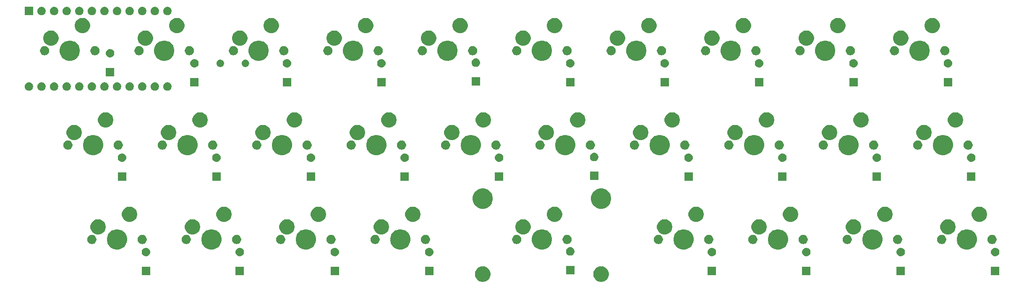
<source format=gbr>
G04 #@! TF.GenerationSoftware,KiCad,Pcbnew,(5.1.4-0-10_14)*
G04 #@! TF.CreationDate,2020-06-07T21:29:09-05:00*
G04 #@! TF.ProjectId,omega,6f6d6567-612e-46b6-9963-61645f706362,rev?*
G04 #@! TF.SameCoordinates,Original*
G04 #@! TF.FileFunction,Soldermask,Top*
G04 #@! TF.FilePolarity,Negative*
%FSLAX46Y46*%
G04 Gerber Fmt 4.6, Leading zero omitted, Abs format (unit mm)*
G04 Created by KiCad (PCBNEW (5.1.4-0-10_14)) date 2020-06-07 21:29:09*
%MOMM*%
%LPD*%
G04 APERTURE LIST*
%ADD10C,0.100000*%
G04 APERTURE END LIST*
D10*
G36*
X173027267Y-94467263D02*
G01*
X173179411Y-94497526D01*
X173248153Y-94526000D01*
X173466041Y-94616252D01*
X173466042Y-94616253D01*
X173724004Y-94788617D01*
X173943383Y-95007996D01*
X174058553Y-95180361D01*
X174115748Y-95265959D01*
X174234474Y-95552590D01*
X174295000Y-95856875D01*
X174295000Y-96167125D01*
X174234474Y-96471410D01*
X174115748Y-96758041D01*
X174115747Y-96758042D01*
X173943383Y-97016004D01*
X173724004Y-97235383D01*
X173551639Y-97350553D01*
X173466041Y-97407748D01*
X173298137Y-97477296D01*
X173179411Y-97526474D01*
X172875125Y-97587000D01*
X172564875Y-97587000D01*
X172412733Y-97556737D01*
X172260589Y-97526474D01*
X172141863Y-97477296D01*
X171973959Y-97407748D01*
X171888361Y-97350553D01*
X171715996Y-97235383D01*
X171496617Y-97016004D01*
X171324253Y-96758042D01*
X171324252Y-96758041D01*
X171205526Y-96471410D01*
X171145000Y-96167125D01*
X171145000Y-95856875D01*
X171205526Y-95552590D01*
X171324252Y-95265959D01*
X171381447Y-95180361D01*
X171496617Y-95007996D01*
X171715996Y-94788617D01*
X171973958Y-94616253D01*
X171973959Y-94616252D01*
X172191847Y-94526000D01*
X172260589Y-94497526D01*
X172412733Y-94467263D01*
X172564875Y-94437000D01*
X172875125Y-94437000D01*
X173027267Y-94467263D01*
X173027267Y-94467263D01*
G37*
G36*
X149151267Y-94467263D02*
G01*
X149303411Y-94497526D01*
X149372153Y-94526000D01*
X149590041Y-94616252D01*
X149590042Y-94616253D01*
X149848004Y-94788617D01*
X150067383Y-95007996D01*
X150182553Y-95180361D01*
X150239748Y-95265959D01*
X150358474Y-95552590D01*
X150419000Y-95856875D01*
X150419000Y-96167125D01*
X150358474Y-96471410D01*
X150239748Y-96758041D01*
X150239747Y-96758042D01*
X150067383Y-97016004D01*
X149848004Y-97235383D01*
X149675639Y-97350553D01*
X149590041Y-97407748D01*
X149422137Y-97477296D01*
X149303411Y-97526474D01*
X148999125Y-97587000D01*
X148688875Y-97587000D01*
X148536733Y-97556737D01*
X148384589Y-97526474D01*
X148265863Y-97477296D01*
X148097959Y-97407748D01*
X148012361Y-97350553D01*
X147839996Y-97235383D01*
X147620617Y-97016004D01*
X147448253Y-96758042D01*
X147448252Y-96758041D01*
X147329526Y-96471410D01*
X147269000Y-96167125D01*
X147269000Y-95856875D01*
X147329526Y-95552590D01*
X147448252Y-95265959D01*
X147505447Y-95180361D01*
X147620617Y-95007996D01*
X147839996Y-94788617D01*
X148097958Y-94616253D01*
X148097959Y-94616252D01*
X148315847Y-94526000D01*
X148384589Y-94497526D01*
X148536733Y-94467263D01*
X148688875Y-94437000D01*
X148999125Y-94437000D01*
X149151267Y-94467263D01*
X149151267Y-94467263D01*
G37*
G36*
X214973000Y-96228000D02*
G01*
X213271000Y-96228000D01*
X213271000Y-94526000D01*
X214973000Y-94526000D01*
X214973000Y-96228000D01*
X214973000Y-96228000D01*
G37*
G36*
X195923000Y-96228000D02*
G01*
X194221000Y-96228000D01*
X194221000Y-94526000D01*
X195923000Y-94526000D01*
X195923000Y-96228000D01*
X195923000Y-96228000D01*
G37*
G36*
X138900000Y-96228000D02*
G01*
X137198000Y-96228000D01*
X137198000Y-94526000D01*
X138900000Y-94526000D01*
X138900000Y-96228000D01*
X138900000Y-96228000D01*
G37*
G36*
X119850000Y-96228000D02*
G01*
X118148000Y-96228000D01*
X118148000Y-94526000D01*
X119850000Y-94526000D01*
X119850000Y-96228000D01*
X119850000Y-96228000D01*
G37*
G36*
X100673000Y-96228000D02*
G01*
X98971000Y-96228000D01*
X98971000Y-94526000D01*
X100673000Y-94526000D01*
X100673000Y-96228000D01*
X100673000Y-96228000D01*
G37*
G36*
X81750000Y-96228000D02*
G01*
X80048000Y-96228000D01*
X80048000Y-94526000D01*
X81750000Y-94526000D01*
X81750000Y-96228000D01*
X81750000Y-96228000D01*
G37*
G36*
X253073000Y-96228000D02*
G01*
X251371000Y-96228000D01*
X251371000Y-94526000D01*
X253073000Y-94526000D01*
X253073000Y-96228000D01*
X253073000Y-96228000D01*
G37*
G36*
X234023000Y-96228000D02*
G01*
X232321000Y-96228000D01*
X232321000Y-94526000D01*
X234023000Y-94526000D01*
X234023000Y-96228000D01*
X234023000Y-96228000D01*
G37*
G36*
X167348000Y-96101000D02*
G01*
X165646000Y-96101000D01*
X165646000Y-94399000D01*
X167348000Y-94399000D01*
X167348000Y-96101000D01*
X167348000Y-96101000D01*
G37*
G36*
X81065823Y-90728313D02*
G01*
X81226242Y-90776976D01*
X81335435Y-90835341D01*
X81374078Y-90855996D01*
X81503659Y-90962341D01*
X81610004Y-91091922D01*
X81610005Y-91091924D01*
X81689024Y-91239758D01*
X81737687Y-91400177D01*
X81754117Y-91567000D01*
X81737687Y-91733823D01*
X81689024Y-91894242D01*
X81618114Y-92026906D01*
X81610004Y-92042078D01*
X81503659Y-92171659D01*
X81374078Y-92278004D01*
X81374076Y-92278005D01*
X81226242Y-92357024D01*
X81065823Y-92405687D01*
X80940804Y-92418000D01*
X80857196Y-92418000D01*
X80732177Y-92405687D01*
X80571758Y-92357024D01*
X80423924Y-92278005D01*
X80423922Y-92278004D01*
X80294341Y-92171659D01*
X80187996Y-92042078D01*
X80179886Y-92026906D01*
X80108976Y-91894242D01*
X80060313Y-91733823D01*
X80043883Y-91567000D01*
X80060313Y-91400177D01*
X80108976Y-91239758D01*
X80187995Y-91091924D01*
X80187996Y-91091922D01*
X80294341Y-90962341D01*
X80423922Y-90855996D01*
X80462565Y-90835341D01*
X80571758Y-90776976D01*
X80732177Y-90728313D01*
X80857196Y-90716000D01*
X80940804Y-90716000D01*
X81065823Y-90728313D01*
X81065823Y-90728313D01*
G37*
G36*
X99988823Y-90728313D02*
G01*
X100149242Y-90776976D01*
X100258435Y-90835341D01*
X100297078Y-90855996D01*
X100426659Y-90962341D01*
X100533004Y-91091922D01*
X100533005Y-91091924D01*
X100612024Y-91239758D01*
X100660687Y-91400177D01*
X100677117Y-91567000D01*
X100660687Y-91733823D01*
X100612024Y-91894242D01*
X100541114Y-92026906D01*
X100533004Y-92042078D01*
X100426659Y-92171659D01*
X100297078Y-92278004D01*
X100297076Y-92278005D01*
X100149242Y-92357024D01*
X99988823Y-92405687D01*
X99863804Y-92418000D01*
X99780196Y-92418000D01*
X99655177Y-92405687D01*
X99494758Y-92357024D01*
X99346924Y-92278005D01*
X99346922Y-92278004D01*
X99217341Y-92171659D01*
X99110996Y-92042078D01*
X99102886Y-92026906D01*
X99031976Y-91894242D01*
X98983313Y-91733823D01*
X98966883Y-91567000D01*
X98983313Y-91400177D01*
X99031976Y-91239758D01*
X99110995Y-91091924D01*
X99110996Y-91091922D01*
X99217341Y-90962341D01*
X99346922Y-90855996D01*
X99385565Y-90835341D01*
X99494758Y-90776976D01*
X99655177Y-90728313D01*
X99780196Y-90716000D01*
X99863804Y-90716000D01*
X99988823Y-90728313D01*
X99988823Y-90728313D01*
G37*
G36*
X119165823Y-90728313D02*
G01*
X119326242Y-90776976D01*
X119435435Y-90835341D01*
X119474078Y-90855996D01*
X119603659Y-90962341D01*
X119710004Y-91091922D01*
X119710005Y-91091924D01*
X119789024Y-91239758D01*
X119837687Y-91400177D01*
X119854117Y-91567000D01*
X119837687Y-91733823D01*
X119789024Y-91894242D01*
X119718114Y-92026906D01*
X119710004Y-92042078D01*
X119603659Y-92171659D01*
X119474078Y-92278004D01*
X119474076Y-92278005D01*
X119326242Y-92357024D01*
X119165823Y-92405687D01*
X119040804Y-92418000D01*
X118957196Y-92418000D01*
X118832177Y-92405687D01*
X118671758Y-92357024D01*
X118523924Y-92278005D01*
X118523922Y-92278004D01*
X118394341Y-92171659D01*
X118287996Y-92042078D01*
X118279886Y-92026906D01*
X118208976Y-91894242D01*
X118160313Y-91733823D01*
X118143883Y-91567000D01*
X118160313Y-91400177D01*
X118208976Y-91239758D01*
X118287995Y-91091924D01*
X118287996Y-91091922D01*
X118394341Y-90962341D01*
X118523922Y-90855996D01*
X118562565Y-90835341D01*
X118671758Y-90776976D01*
X118832177Y-90728313D01*
X118957196Y-90716000D01*
X119040804Y-90716000D01*
X119165823Y-90728313D01*
X119165823Y-90728313D01*
G37*
G36*
X138215823Y-90728313D02*
G01*
X138376242Y-90776976D01*
X138485435Y-90835341D01*
X138524078Y-90855996D01*
X138653659Y-90962341D01*
X138760004Y-91091922D01*
X138760005Y-91091924D01*
X138839024Y-91239758D01*
X138887687Y-91400177D01*
X138904117Y-91567000D01*
X138887687Y-91733823D01*
X138839024Y-91894242D01*
X138768114Y-92026906D01*
X138760004Y-92042078D01*
X138653659Y-92171659D01*
X138524078Y-92278004D01*
X138524076Y-92278005D01*
X138376242Y-92357024D01*
X138215823Y-92405687D01*
X138090804Y-92418000D01*
X138007196Y-92418000D01*
X137882177Y-92405687D01*
X137721758Y-92357024D01*
X137573924Y-92278005D01*
X137573922Y-92278004D01*
X137444341Y-92171659D01*
X137337996Y-92042078D01*
X137329886Y-92026906D01*
X137258976Y-91894242D01*
X137210313Y-91733823D01*
X137193883Y-91567000D01*
X137210313Y-91400177D01*
X137258976Y-91239758D01*
X137337995Y-91091924D01*
X137337996Y-91091922D01*
X137444341Y-90962341D01*
X137573922Y-90855996D01*
X137612565Y-90835341D01*
X137721758Y-90776976D01*
X137882177Y-90728313D01*
X138007196Y-90716000D01*
X138090804Y-90716000D01*
X138215823Y-90728313D01*
X138215823Y-90728313D01*
G37*
G36*
X195238823Y-90728313D02*
G01*
X195399242Y-90776976D01*
X195508435Y-90835341D01*
X195547078Y-90855996D01*
X195676659Y-90962341D01*
X195783004Y-91091922D01*
X195783005Y-91091924D01*
X195862024Y-91239758D01*
X195910687Y-91400177D01*
X195927117Y-91567000D01*
X195910687Y-91733823D01*
X195862024Y-91894242D01*
X195791114Y-92026906D01*
X195783004Y-92042078D01*
X195676659Y-92171659D01*
X195547078Y-92278004D01*
X195547076Y-92278005D01*
X195399242Y-92357024D01*
X195238823Y-92405687D01*
X195113804Y-92418000D01*
X195030196Y-92418000D01*
X194905177Y-92405687D01*
X194744758Y-92357024D01*
X194596924Y-92278005D01*
X194596922Y-92278004D01*
X194467341Y-92171659D01*
X194360996Y-92042078D01*
X194352886Y-92026906D01*
X194281976Y-91894242D01*
X194233313Y-91733823D01*
X194216883Y-91567000D01*
X194233313Y-91400177D01*
X194281976Y-91239758D01*
X194360995Y-91091924D01*
X194360996Y-91091922D01*
X194467341Y-90962341D01*
X194596922Y-90855996D01*
X194635565Y-90835341D01*
X194744758Y-90776976D01*
X194905177Y-90728313D01*
X195030196Y-90716000D01*
X195113804Y-90716000D01*
X195238823Y-90728313D01*
X195238823Y-90728313D01*
G37*
G36*
X214288823Y-90728313D02*
G01*
X214449242Y-90776976D01*
X214558435Y-90835341D01*
X214597078Y-90855996D01*
X214726659Y-90962341D01*
X214833004Y-91091922D01*
X214833005Y-91091924D01*
X214912024Y-91239758D01*
X214960687Y-91400177D01*
X214977117Y-91567000D01*
X214960687Y-91733823D01*
X214912024Y-91894242D01*
X214841114Y-92026906D01*
X214833004Y-92042078D01*
X214726659Y-92171659D01*
X214597078Y-92278004D01*
X214597076Y-92278005D01*
X214449242Y-92357024D01*
X214288823Y-92405687D01*
X214163804Y-92418000D01*
X214080196Y-92418000D01*
X213955177Y-92405687D01*
X213794758Y-92357024D01*
X213646924Y-92278005D01*
X213646922Y-92278004D01*
X213517341Y-92171659D01*
X213410996Y-92042078D01*
X213402886Y-92026906D01*
X213331976Y-91894242D01*
X213283313Y-91733823D01*
X213266883Y-91567000D01*
X213283313Y-91400177D01*
X213331976Y-91239758D01*
X213410995Y-91091924D01*
X213410996Y-91091922D01*
X213517341Y-90962341D01*
X213646922Y-90855996D01*
X213685565Y-90835341D01*
X213794758Y-90776976D01*
X213955177Y-90728313D01*
X214080196Y-90716000D01*
X214163804Y-90716000D01*
X214288823Y-90728313D01*
X214288823Y-90728313D01*
G37*
G36*
X233338823Y-90728313D02*
G01*
X233499242Y-90776976D01*
X233608435Y-90835341D01*
X233647078Y-90855996D01*
X233776659Y-90962341D01*
X233883004Y-91091922D01*
X233883005Y-91091924D01*
X233962024Y-91239758D01*
X234010687Y-91400177D01*
X234027117Y-91567000D01*
X234010687Y-91733823D01*
X233962024Y-91894242D01*
X233891114Y-92026906D01*
X233883004Y-92042078D01*
X233776659Y-92171659D01*
X233647078Y-92278004D01*
X233647076Y-92278005D01*
X233499242Y-92357024D01*
X233338823Y-92405687D01*
X233213804Y-92418000D01*
X233130196Y-92418000D01*
X233005177Y-92405687D01*
X232844758Y-92357024D01*
X232696924Y-92278005D01*
X232696922Y-92278004D01*
X232567341Y-92171659D01*
X232460996Y-92042078D01*
X232452886Y-92026906D01*
X232381976Y-91894242D01*
X232333313Y-91733823D01*
X232316883Y-91567000D01*
X232333313Y-91400177D01*
X232381976Y-91239758D01*
X232460995Y-91091924D01*
X232460996Y-91091922D01*
X232567341Y-90962341D01*
X232696922Y-90855996D01*
X232735565Y-90835341D01*
X232844758Y-90776976D01*
X233005177Y-90728313D01*
X233130196Y-90716000D01*
X233213804Y-90716000D01*
X233338823Y-90728313D01*
X233338823Y-90728313D01*
G37*
G36*
X252388823Y-90728313D02*
G01*
X252549242Y-90776976D01*
X252658435Y-90835341D01*
X252697078Y-90855996D01*
X252826659Y-90962341D01*
X252933004Y-91091922D01*
X252933005Y-91091924D01*
X253012024Y-91239758D01*
X253060687Y-91400177D01*
X253077117Y-91567000D01*
X253060687Y-91733823D01*
X253012024Y-91894242D01*
X252941114Y-92026906D01*
X252933004Y-92042078D01*
X252826659Y-92171659D01*
X252697078Y-92278004D01*
X252697076Y-92278005D01*
X252549242Y-92357024D01*
X252388823Y-92405687D01*
X252263804Y-92418000D01*
X252180196Y-92418000D01*
X252055177Y-92405687D01*
X251894758Y-92357024D01*
X251746924Y-92278005D01*
X251746922Y-92278004D01*
X251617341Y-92171659D01*
X251510996Y-92042078D01*
X251502886Y-92026906D01*
X251431976Y-91894242D01*
X251383313Y-91733823D01*
X251366883Y-91567000D01*
X251383313Y-91400177D01*
X251431976Y-91239758D01*
X251510995Y-91091924D01*
X251510996Y-91091922D01*
X251617341Y-90962341D01*
X251746922Y-90855996D01*
X251785565Y-90835341D01*
X251894758Y-90776976D01*
X252055177Y-90728313D01*
X252180196Y-90716000D01*
X252263804Y-90716000D01*
X252388823Y-90728313D01*
X252388823Y-90728313D01*
G37*
G36*
X166663823Y-90601313D02*
G01*
X166824242Y-90649976D01*
X166947764Y-90716000D01*
X166972078Y-90728996D01*
X167101659Y-90835341D01*
X167208004Y-90964922D01*
X167208005Y-90964924D01*
X167287024Y-91112758D01*
X167335687Y-91273177D01*
X167352117Y-91440000D01*
X167335687Y-91606823D01*
X167287024Y-91767242D01*
X167219143Y-91894239D01*
X167208004Y-91915078D01*
X167101659Y-92044659D01*
X166972078Y-92151004D01*
X166972076Y-92151005D01*
X166824242Y-92230024D01*
X166663823Y-92278687D01*
X166538804Y-92291000D01*
X166455196Y-92291000D01*
X166330177Y-92278687D01*
X166169758Y-92230024D01*
X166021924Y-92151005D01*
X166021922Y-92151004D01*
X165892341Y-92044659D01*
X165785996Y-91915078D01*
X165774857Y-91894239D01*
X165706976Y-91767242D01*
X165658313Y-91606823D01*
X165641883Y-91440000D01*
X165658313Y-91273177D01*
X165706976Y-91112758D01*
X165785995Y-90964924D01*
X165785996Y-90964922D01*
X165892341Y-90835341D01*
X166021922Y-90728996D01*
X166046236Y-90716000D01*
X166169758Y-90649976D01*
X166330177Y-90601313D01*
X166455196Y-90589000D01*
X166538804Y-90589000D01*
X166663823Y-90601313D01*
X166663823Y-90601313D01*
G37*
G36*
X189953474Y-87060684D02*
G01*
X190171474Y-87150983D01*
X190325623Y-87214833D01*
X190660548Y-87438623D01*
X190945377Y-87723452D01*
X191169167Y-88058377D01*
X191201562Y-88136586D01*
X191323316Y-88430526D01*
X191401900Y-88825594D01*
X191401900Y-89228406D01*
X191323316Y-89623474D01*
X191272451Y-89746272D01*
X191169167Y-89995623D01*
X190945377Y-90330548D01*
X190660548Y-90615377D01*
X190325623Y-90839167D01*
X190171474Y-90903017D01*
X189953474Y-90993316D01*
X189558406Y-91071900D01*
X189155594Y-91071900D01*
X188760526Y-90993316D01*
X188542526Y-90903017D01*
X188388377Y-90839167D01*
X188053452Y-90615377D01*
X187768623Y-90330548D01*
X187544833Y-89995623D01*
X187441549Y-89746272D01*
X187390684Y-89623474D01*
X187312100Y-89228406D01*
X187312100Y-88825594D01*
X187390684Y-88430526D01*
X187512438Y-88136586D01*
X187544833Y-88058377D01*
X187768623Y-87723452D01*
X188053452Y-87438623D01*
X188388377Y-87214833D01*
X188542526Y-87150983D01*
X188760526Y-87060684D01*
X189155594Y-86982100D01*
X189558406Y-86982100D01*
X189953474Y-87060684D01*
X189953474Y-87060684D01*
G37*
G36*
X161378474Y-87060684D02*
G01*
X161596474Y-87150983D01*
X161750623Y-87214833D01*
X162085548Y-87438623D01*
X162370377Y-87723452D01*
X162594167Y-88058377D01*
X162626562Y-88136586D01*
X162748316Y-88430526D01*
X162826900Y-88825594D01*
X162826900Y-89228406D01*
X162748316Y-89623474D01*
X162697451Y-89746272D01*
X162594167Y-89995623D01*
X162370377Y-90330548D01*
X162085548Y-90615377D01*
X161750623Y-90839167D01*
X161596474Y-90903017D01*
X161378474Y-90993316D01*
X160983406Y-91071900D01*
X160580594Y-91071900D01*
X160185526Y-90993316D01*
X159967526Y-90903017D01*
X159813377Y-90839167D01*
X159478452Y-90615377D01*
X159193623Y-90330548D01*
X158969833Y-89995623D01*
X158866549Y-89746272D01*
X158815684Y-89623474D01*
X158737100Y-89228406D01*
X158737100Y-88825594D01*
X158815684Y-88430526D01*
X158937438Y-88136586D01*
X158969833Y-88058377D01*
X159193623Y-87723452D01*
X159478452Y-87438623D01*
X159813377Y-87214833D01*
X159967526Y-87150983D01*
X160185526Y-87060684D01*
X160580594Y-86982100D01*
X160983406Y-86982100D01*
X161378474Y-87060684D01*
X161378474Y-87060684D01*
G37*
G36*
X75653474Y-87060684D02*
G01*
X75871474Y-87150983D01*
X76025623Y-87214833D01*
X76360548Y-87438623D01*
X76645377Y-87723452D01*
X76869167Y-88058377D01*
X76901562Y-88136586D01*
X77023316Y-88430526D01*
X77101900Y-88825594D01*
X77101900Y-89228406D01*
X77023316Y-89623474D01*
X76972451Y-89746272D01*
X76869167Y-89995623D01*
X76645377Y-90330548D01*
X76360548Y-90615377D01*
X76025623Y-90839167D01*
X75871474Y-90903017D01*
X75653474Y-90993316D01*
X75258406Y-91071900D01*
X74855594Y-91071900D01*
X74460526Y-90993316D01*
X74242526Y-90903017D01*
X74088377Y-90839167D01*
X73753452Y-90615377D01*
X73468623Y-90330548D01*
X73244833Y-89995623D01*
X73141549Y-89746272D01*
X73090684Y-89623474D01*
X73012100Y-89228406D01*
X73012100Y-88825594D01*
X73090684Y-88430526D01*
X73212438Y-88136586D01*
X73244833Y-88058377D01*
X73468623Y-87723452D01*
X73753452Y-87438623D01*
X74088377Y-87214833D01*
X74242526Y-87150983D01*
X74460526Y-87060684D01*
X74855594Y-86982100D01*
X75258406Y-86982100D01*
X75653474Y-87060684D01*
X75653474Y-87060684D01*
G37*
G36*
X94703474Y-87060684D02*
G01*
X94921474Y-87150983D01*
X95075623Y-87214833D01*
X95410548Y-87438623D01*
X95695377Y-87723452D01*
X95919167Y-88058377D01*
X95951562Y-88136586D01*
X96073316Y-88430526D01*
X96151900Y-88825594D01*
X96151900Y-89228406D01*
X96073316Y-89623474D01*
X96022451Y-89746272D01*
X95919167Y-89995623D01*
X95695377Y-90330548D01*
X95410548Y-90615377D01*
X95075623Y-90839167D01*
X94921474Y-90903017D01*
X94703474Y-90993316D01*
X94308406Y-91071900D01*
X93905594Y-91071900D01*
X93510526Y-90993316D01*
X93292526Y-90903017D01*
X93138377Y-90839167D01*
X92803452Y-90615377D01*
X92518623Y-90330548D01*
X92294833Y-89995623D01*
X92191549Y-89746272D01*
X92140684Y-89623474D01*
X92062100Y-89228406D01*
X92062100Y-88825594D01*
X92140684Y-88430526D01*
X92262438Y-88136586D01*
X92294833Y-88058377D01*
X92518623Y-87723452D01*
X92803452Y-87438623D01*
X93138377Y-87214833D01*
X93292526Y-87150983D01*
X93510526Y-87060684D01*
X93905594Y-86982100D01*
X94308406Y-86982100D01*
X94703474Y-87060684D01*
X94703474Y-87060684D01*
G37*
G36*
X113753474Y-87060684D02*
G01*
X113971474Y-87150983D01*
X114125623Y-87214833D01*
X114460548Y-87438623D01*
X114745377Y-87723452D01*
X114969167Y-88058377D01*
X115001562Y-88136586D01*
X115123316Y-88430526D01*
X115201900Y-88825594D01*
X115201900Y-89228406D01*
X115123316Y-89623474D01*
X115072451Y-89746272D01*
X114969167Y-89995623D01*
X114745377Y-90330548D01*
X114460548Y-90615377D01*
X114125623Y-90839167D01*
X113971474Y-90903017D01*
X113753474Y-90993316D01*
X113358406Y-91071900D01*
X112955594Y-91071900D01*
X112560526Y-90993316D01*
X112342526Y-90903017D01*
X112188377Y-90839167D01*
X111853452Y-90615377D01*
X111568623Y-90330548D01*
X111344833Y-89995623D01*
X111241549Y-89746272D01*
X111190684Y-89623474D01*
X111112100Y-89228406D01*
X111112100Y-88825594D01*
X111190684Y-88430526D01*
X111312438Y-88136586D01*
X111344833Y-88058377D01*
X111568623Y-87723452D01*
X111853452Y-87438623D01*
X112188377Y-87214833D01*
X112342526Y-87150983D01*
X112560526Y-87060684D01*
X112955594Y-86982100D01*
X113358406Y-86982100D01*
X113753474Y-87060684D01*
X113753474Y-87060684D01*
G37*
G36*
X132803474Y-87060684D02*
G01*
X133021474Y-87150983D01*
X133175623Y-87214833D01*
X133510548Y-87438623D01*
X133795377Y-87723452D01*
X134019167Y-88058377D01*
X134051562Y-88136586D01*
X134173316Y-88430526D01*
X134251900Y-88825594D01*
X134251900Y-89228406D01*
X134173316Y-89623474D01*
X134122451Y-89746272D01*
X134019167Y-89995623D01*
X133795377Y-90330548D01*
X133510548Y-90615377D01*
X133175623Y-90839167D01*
X133021474Y-90903017D01*
X132803474Y-90993316D01*
X132408406Y-91071900D01*
X132005594Y-91071900D01*
X131610526Y-90993316D01*
X131392526Y-90903017D01*
X131238377Y-90839167D01*
X130903452Y-90615377D01*
X130618623Y-90330548D01*
X130394833Y-89995623D01*
X130291549Y-89746272D01*
X130240684Y-89623474D01*
X130162100Y-89228406D01*
X130162100Y-88825594D01*
X130240684Y-88430526D01*
X130362438Y-88136586D01*
X130394833Y-88058377D01*
X130618623Y-87723452D01*
X130903452Y-87438623D01*
X131238377Y-87214833D01*
X131392526Y-87150983D01*
X131610526Y-87060684D01*
X132005594Y-86982100D01*
X132408406Y-86982100D01*
X132803474Y-87060684D01*
X132803474Y-87060684D01*
G37*
G36*
X209003474Y-87060684D02*
G01*
X209221474Y-87150983D01*
X209375623Y-87214833D01*
X209710548Y-87438623D01*
X209995377Y-87723452D01*
X210219167Y-88058377D01*
X210251562Y-88136586D01*
X210373316Y-88430526D01*
X210451900Y-88825594D01*
X210451900Y-89228406D01*
X210373316Y-89623474D01*
X210322451Y-89746272D01*
X210219167Y-89995623D01*
X209995377Y-90330548D01*
X209710548Y-90615377D01*
X209375623Y-90839167D01*
X209221474Y-90903017D01*
X209003474Y-90993316D01*
X208608406Y-91071900D01*
X208205594Y-91071900D01*
X207810526Y-90993316D01*
X207592526Y-90903017D01*
X207438377Y-90839167D01*
X207103452Y-90615377D01*
X206818623Y-90330548D01*
X206594833Y-89995623D01*
X206491549Y-89746272D01*
X206440684Y-89623474D01*
X206362100Y-89228406D01*
X206362100Y-88825594D01*
X206440684Y-88430526D01*
X206562438Y-88136586D01*
X206594833Y-88058377D01*
X206818623Y-87723452D01*
X207103452Y-87438623D01*
X207438377Y-87214833D01*
X207592526Y-87150983D01*
X207810526Y-87060684D01*
X208205594Y-86982100D01*
X208608406Y-86982100D01*
X209003474Y-87060684D01*
X209003474Y-87060684D01*
G37*
G36*
X228053474Y-87060684D02*
G01*
X228271474Y-87150983D01*
X228425623Y-87214833D01*
X228760548Y-87438623D01*
X229045377Y-87723452D01*
X229269167Y-88058377D01*
X229301562Y-88136586D01*
X229423316Y-88430526D01*
X229501900Y-88825594D01*
X229501900Y-89228406D01*
X229423316Y-89623474D01*
X229372451Y-89746272D01*
X229269167Y-89995623D01*
X229045377Y-90330548D01*
X228760548Y-90615377D01*
X228425623Y-90839167D01*
X228271474Y-90903017D01*
X228053474Y-90993316D01*
X227658406Y-91071900D01*
X227255594Y-91071900D01*
X226860526Y-90993316D01*
X226642526Y-90903017D01*
X226488377Y-90839167D01*
X226153452Y-90615377D01*
X225868623Y-90330548D01*
X225644833Y-89995623D01*
X225541549Y-89746272D01*
X225490684Y-89623474D01*
X225412100Y-89228406D01*
X225412100Y-88825594D01*
X225490684Y-88430526D01*
X225612438Y-88136586D01*
X225644833Y-88058377D01*
X225868623Y-87723452D01*
X226153452Y-87438623D01*
X226488377Y-87214833D01*
X226642526Y-87150983D01*
X226860526Y-87060684D01*
X227255594Y-86982100D01*
X227658406Y-86982100D01*
X228053474Y-87060684D01*
X228053474Y-87060684D01*
G37*
G36*
X247103474Y-87060684D02*
G01*
X247321474Y-87150983D01*
X247475623Y-87214833D01*
X247810548Y-87438623D01*
X248095377Y-87723452D01*
X248319167Y-88058377D01*
X248351562Y-88136586D01*
X248473316Y-88430526D01*
X248551900Y-88825594D01*
X248551900Y-89228406D01*
X248473316Y-89623474D01*
X248422451Y-89746272D01*
X248319167Y-89995623D01*
X248095377Y-90330548D01*
X247810548Y-90615377D01*
X247475623Y-90839167D01*
X247321474Y-90903017D01*
X247103474Y-90993316D01*
X246708406Y-91071900D01*
X246305594Y-91071900D01*
X245910526Y-90993316D01*
X245692526Y-90903017D01*
X245538377Y-90839167D01*
X245203452Y-90615377D01*
X244918623Y-90330548D01*
X244694833Y-89995623D01*
X244591549Y-89746272D01*
X244540684Y-89623474D01*
X244462100Y-89228406D01*
X244462100Y-88825594D01*
X244540684Y-88430526D01*
X244662438Y-88136586D01*
X244694833Y-88058377D01*
X244918623Y-87723452D01*
X245203452Y-87438623D01*
X245538377Y-87214833D01*
X245692526Y-87150983D01*
X245910526Y-87060684D01*
X246305594Y-86982100D01*
X246708406Y-86982100D01*
X247103474Y-87060684D01*
X247103474Y-87060684D01*
G37*
G36*
X118507104Y-88136585D02*
G01*
X118675626Y-88206389D01*
X118827291Y-88307728D01*
X118956272Y-88436709D01*
X119057611Y-88588374D01*
X119127415Y-88756896D01*
X119163000Y-88935797D01*
X119163000Y-89118203D01*
X119127415Y-89297104D01*
X119057611Y-89465626D01*
X118956272Y-89617291D01*
X118827291Y-89746272D01*
X118675626Y-89847611D01*
X118507104Y-89917415D01*
X118328203Y-89953000D01*
X118145797Y-89953000D01*
X117966896Y-89917415D01*
X117798374Y-89847611D01*
X117646709Y-89746272D01*
X117517728Y-89617291D01*
X117416389Y-89465626D01*
X117346585Y-89297104D01*
X117311000Y-89118203D01*
X117311000Y-88935797D01*
X117346585Y-88756896D01*
X117416389Y-88588374D01*
X117517728Y-88436709D01*
X117646709Y-88307728D01*
X117798374Y-88206389D01*
X117966896Y-88136585D01*
X118145797Y-88101000D01*
X118328203Y-88101000D01*
X118507104Y-88136585D01*
X118507104Y-88136585D01*
G37*
G36*
X241697104Y-88136585D02*
G01*
X241865626Y-88206389D01*
X242017291Y-88307728D01*
X242146272Y-88436709D01*
X242247611Y-88588374D01*
X242317415Y-88756896D01*
X242353000Y-88935797D01*
X242353000Y-89118203D01*
X242317415Y-89297104D01*
X242247611Y-89465626D01*
X242146272Y-89617291D01*
X242017291Y-89746272D01*
X241865626Y-89847611D01*
X241697104Y-89917415D01*
X241518203Y-89953000D01*
X241335797Y-89953000D01*
X241156896Y-89917415D01*
X240988374Y-89847611D01*
X240836709Y-89746272D01*
X240707728Y-89617291D01*
X240606389Y-89465626D01*
X240536585Y-89297104D01*
X240501000Y-89118203D01*
X240501000Y-88935797D01*
X240536585Y-88756896D01*
X240606389Y-88588374D01*
X240707728Y-88436709D01*
X240836709Y-88307728D01*
X240988374Y-88206389D01*
X241156896Y-88136585D01*
X241335797Y-88101000D01*
X241518203Y-88101000D01*
X241697104Y-88136585D01*
X241697104Y-88136585D01*
G37*
G36*
X80407104Y-88136585D02*
G01*
X80575626Y-88206389D01*
X80727291Y-88307728D01*
X80856272Y-88436709D01*
X80957611Y-88588374D01*
X81027415Y-88756896D01*
X81063000Y-88935797D01*
X81063000Y-89118203D01*
X81027415Y-89297104D01*
X80957611Y-89465626D01*
X80856272Y-89617291D01*
X80727291Y-89746272D01*
X80575626Y-89847611D01*
X80407104Y-89917415D01*
X80228203Y-89953000D01*
X80045797Y-89953000D01*
X79866896Y-89917415D01*
X79698374Y-89847611D01*
X79546709Y-89746272D01*
X79417728Y-89617291D01*
X79316389Y-89465626D01*
X79246585Y-89297104D01*
X79211000Y-89118203D01*
X79211000Y-88935797D01*
X79246585Y-88756896D01*
X79316389Y-88588374D01*
X79417728Y-88436709D01*
X79546709Y-88307728D01*
X79698374Y-88206389D01*
X79866896Y-88136585D01*
X80045797Y-88101000D01*
X80228203Y-88101000D01*
X80407104Y-88136585D01*
X80407104Y-88136585D01*
G37*
G36*
X70247104Y-88136585D02*
G01*
X70415626Y-88206389D01*
X70567291Y-88307728D01*
X70696272Y-88436709D01*
X70797611Y-88588374D01*
X70867415Y-88756896D01*
X70903000Y-88935797D01*
X70903000Y-89118203D01*
X70867415Y-89297104D01*
X70797611Y-89465626D01*
X70696272Y-89617291D01*
X70567291Y-89746272D01*
X70415626Y-89847611D01*
X70247104Y-89917415D01*
X70068203Y-89953000D01*
X69885797Y-89953000D01*
X69706896Y-89917415D01*
X69538374Y-89847611D01*
X69386709Y-89746272D01*
X69257728Y-89617291D01*
X69156389Y-89465626D01*
X69086585Y-89297104D01*
X69051000Y-89118203D01*
X69051000Y-88935797D01*
X69086585Y-88756896D01*
X69156389Y-88588374D01*
X69257728Y-88436709D01*
X69386709Y-88307728D01*
X69538374Y-88206389D01*
X69706896Y-88136585D01*
X69885797Y-88101000D01*
X70068203Y-88101000D01*
X70247104Y-88136585D01*
X70247104Y-88136585D01*
G37*
G36*
X108347104Y-88136585D02*
G01*
X108515626Y-88206389D01*
X108667291Y-88307728D01*
X108796272Y-88436709D01*
X108897611Y-88588374D01*
X108967415Y-88756896D01*
X109003000Y-88935797D01*
X109003000Y-89118203D01*
X108967415Y-89297104D01*
X108897611Y-89465626D01*
X108796272Y-89617291D01*
X108667291Y-89746272D01*
X108515626Y-89847611D01*
X108347104Y-89917415D01*
X108168203Y-89953000D01*
X107985797Y-89953000D01*
X107806896Y-89917415D01*
X107638374Y-89847611D01*
X107486709Y-89746272D01*
X107357728Y-89617291D01*
X107256389Y-89465626D01*
X107186585Y-89297104D01*
X107151000Y-89118203D01*
X107151000Y-88935797D01*
X107186585Y-88756896D01*
X107256389Y-88588374D01*
X107357728Y-88436709D01*
X107486709Y-88307728D01*
X107638374Y-88206389D01*
X107806896Y-88136585D01*
X107985797Y-88101000D01*
X108168203Y-88101000D01*
X108347104Y-88136585D01*
X108347104Y-88136585D01*
G37*
G36*
X99457104Y-88136585D02*
G01*
X99625626Y-88206389D01*
X99777291Y-88307728D01*
X99906272Y-88436709D01*
X100007611Y-88588374D01*
X100077415Y-88756896D01*
X100113000Y-88935797D01*
X100113000Y-89118203D01*
X100077415Y-89297104D01*
X100007611Y-89465626D01*
X99906272Y-89617291D01*
X99777291Y-89746272D01*
X99625626Y-89847611D01*
X99457104Y-89917415D01*
X99278203Y-89953000D01*
X99095797Y-89953000D01*
X98916896Y-89917415D01*
X98748374Y-89847611D01*
X98596709Y-89746272D01*
X98467728Y-89617291D01*
X98366389Y-89465626D01*
X98296585Y-89297104D01*
X98261000Y-89118203D01*
X98261000Y-88935797D01*
X98296585Y-88756896D01*
X98366389Y-88588374D01*
X98467728Y-88436709D01*
X98596709Y-88307728D01*
X98748374Y-88206389D01*
X98916896Y-88136585D01*
X99095797Y-88101000D01*
X99278203Y-88101000D01*
X99457104Y-88136585D01*
X99457104Y-88136585D01*
G37*
G36*
X89297104Y-88136585D02*
G01*
X89465626Y-88206389D01*
X89617291Y-88307728D01*
X89746272Y-88436709D01*
X89847611Y-88588374D01*
X89917415Y-88756896D01*
X89953000Y-88935797D01*
X89953000Y-89118203D01*
X89917415Y-89297104D01*
X89847611Y-89465626D01*
X89746272Y-89617291D01*
X89617291Y-89746272D01*
X89465626Y-89847611D01*
X89297104Y-89917415D01*
X89118203Y-89953000D01*
X88935797Y-89953000D01*
X88756896Y-89917415D01*
X88588374Y-89847611D01*
X88436709Y-89746272D01*
X88307728Y-89617291D01*
X88206389Y-89465626D01*
X88136585Y-89297104D01*
X88101000Y-89118203D01*
X88101000Y-88935797D01*
X88136585Y-88756896D01*
X88206389Y-88588374D01*
X88307728Y-88436709D01*
X88436709Y-88307728D01*
X88588374Y-88206389D01*
X88756896Y-88136585D01*
X88935797Y-88101000D01*
X89118203Y-88101000D01*
X89297104Y-88136585D01*
X89297104Y-88136585D01*
G37*
G36*
X251857104Y-88136585D02*
G01*
X252025626Y-88206389D01*
X252177291Y-88307728D01*
X252306272Y-88436709D01*
X252407611Y-88588374D01*
X252477415Y-88756896D01*
X252513000Y-88935797D01*
X252513000Y-89118203D01*
X252477415Y-89297104D01*
X252407611Y-89465626D01*
X252306272Y-89617291D01*
X252177291Y-89746272D01*
X252025626Y-89847611D01*
X251857104Y-89917415D01*
X251678203Y-89953000D01*
X251495797Y-89953000D01*
X251316896Y-89917415D01*
X251148374Y-89847611D01*
X250996709Y-89746272D01*
X250867728Y-89617291D01*
X250766389Y-89465626D01*
X250696585Y-89297104D01*
X250661000Y-89118203D01*
X250661000Y-88935797D01*
X250696585Y-88756896D01*
X250766389Y-88588374D01*
X250867728Y-88436709D01*
X250996709Y-88307728D01*
X251148374Y-88206389D01*
X251316896Y-88136585D01*
X251495797Y-88101000D01*
X251678203Y-88101000D01*
X251857104Y-88136585D01*
X251857104Y-88136585D01*
G37*
G36*
X184547104Y-88136585D02*
G01*
X184715626Y-88206389D01*
X184867291Y-88307728D01*
X184996272Y-88436709D01*
X185097611Y-88588374D01*
X185167415Y-88756896D01*
X185203000Y-88935797D01*
X185203000Y-89118203D01*
X185167415Y-89297104D01*
X185097611Y-89465626D01*
X184996272Y-89617291D01*
X184867291Y-89746272D01*
X184715626Y-89847611D01*
X184547104Y-89917415D01*
X184368203Y-89953000D01*
X184185797Y-89953000D01*
X184006896Y-89917415D01*
X183838374Y-89847611D01*
X183686709Y-89746272D01*
X183557728Y-89617291D01*
X183456389Y-89465626D01*
X183386585Y-89297104D01*
X183351000Y-89118203D01*
X183351000Y-88935797D01*
X183386585Y-88756896D01*
X183456389Y-88588374D01*
X183557728Y-88436709D01*
X183686709Y-88307728D01*
X183838374Y-88206389D01*
X184006896Y-88136585D01*
X184185797Y-88101000D01*
X184368203Y-88101000D01*
X184547104Y-88136585D01*
X184547104Y-88136585D01*
G37*
G36*
X137557104Y-88136585D02*
G01*
X137725626Y-88206389D01*
X137877291Y-88307728D01*
X138006272Y-88436709D01*
X138107611Y-88588374D01*
X138177415Y-88756896D01*
X138213000Y-88935797D01*
X138213000Y-89118203D01*
X138177415Y-89297104D01*
X138107611Y-89465626D01*
X138006272Y-89617291D01*
X137877291Y-89746272D01*
X137725626Y-89847611D01*
X137557104Y-89917415D01*
X137378203Y-89953000D01*
X137195797Y-89953000D01*
X137016896Y-89917415D01*
X136848374Y-89847611D01*
X136696709Y-89746272D01*
X136567728Y-89617291D01*
X136466389Y-89465626D01*
X136396585Y-89297104D01*
X136361000Y-89118203D01*
X136361000Y-88935797D01*
X136396585Y-88756896D01*
X136466389Y-88588374D01*
X136567728Y-88436709D01*
X136696709Y-88307728D01*
X136848374Y-88206389D01*
X137016896Y-88136585D01*
X137195797Y-88101000D01*
X137378203Y-88101000D01*
X137557104Y-88136585D01*
X137557104Y-88136585D01*
G37*
G36*
X127397104Y-88136585D02*
G01*
X127565626Y-88206389D01*
X127717291Y-88307728D01*
X127846272Y-88436709D01*
X127947611Y-88588374D01*
X128017415Y-88756896D01*
X128053000Y-88935797D01*
X128053000Y-89118203D01*
X128017415Y-89297104D01*
X127947611Y-89465626D01*
X127846272Y-89617291D01*
X127717291Y-89746272D01*
X127565626Y-89847611D01*
X127397104Y-89917415D01*
X127218203Y-89953000D01*
X127035797Y-89953000D01*
X126856896Y-89917415D01*
X126688374Y-89847611D01*
X126536709Y-89746272D01*
X126407728Y-89617291D01*
X126306389Y-89465626D01*
X126236585Y-89297104D01*
X126201000Y-89118203D01*
X126201000Y-88935797D01*
X126236585Y-88756896D01*
X126306389Y-88588374D01*
X126407728Y-88436709D01*
X126536709Y-88307728D01*
X126688374Y-88206389D01*
X126856896Y-88136585D01*
X127035797Y-88101000D01*
X127218203Y-88101000D01*
X127397104Y-88136585D01*
X127397104Y-88136585D01*
G37*
G36*
X222647104Y-88136585D02*
G01*
X222815626Y-88206389D01*
X222967291Y-88307728D01*
X223096272Y-88436709D01*
X223197611Y-88588374D01*
X223267415Y-88756896D01*
X223303000Y-88935797D01*
X223303000Y-89118203D01*
X223267415Y-89297104D01*
X223197611Y-89465626D01*
X223096272Y-89617291D01*
X222967291Y-89746272D01*
X222815626Y-89847611D01*
X222647104Y-89917415D01*
X222468203Y-89953000D01*
X222285797Y-89953000D01*
X222106896Y-89917415D01*
X221938374Y-89847611D01*
X221786709Y-89746272D01*
X221657728Y-89617291D01*
X221556389Y-89465626D01*
X221486585Y-89297104D01*
X221451000Y-89118203D01*
X221451000Y-88935797D01*
X221486585Y-88756896D01*
X221556389Y-88588374D01*
X221657728Y-88436709D01*
X221786709Y-88307728D01*
X221938374Y-88206389D01*
X222106896Y-88136585D01*
X222285797Y-88101000D01*
X222468203Y-88101000D01*
X222647104Y-88136585D01*
X222647104Y-88136585D01*
G37*
G36*
X155972104Y-88136585D02*
G01*
X156140626Y-88206389D01*
X156292291Y-88307728D01*
X156421272Y-88436709D01*
X156522611Y-88588374D01*
X156592415Y-88756896D01*
X156628000Y-88935797D01*
X156628000Y-89118203D01*
X156592415Y-89297104D01*
X156522611Y-89465626D01*
X156421272Y-89617291D01*
X156292291Y-89746272D01*
X156140626Y-89847611D01*
X155972104Y-89917415D01*
X155793203Y-89953000D01*
X155610797Y-89953000D01*
X155431896Y-89917415D01*
X155263374Y-89847611D01*
X155111709Y-89746272D01*
X154982728Y-89617291D01*
X154881389Y-89465626D01*
X154811585Y-89297104D01*
X154776000Y-89118203D01*
X154776000Y-88935797D01*
X154811585Y-88756896D01*
X154881389Y-88588374D01*
X154982728Y-88436709D01*
X155111709Y-88307728D01*
X155263374Y-88206389D01*
X155431896Y-88136585D01*
X155610797Y-88101000D01*
X155793203Y-88101000D01*
X155972104Y-88136585D01*
X155972104Y-88136585D01*
G37*
G36*
X166132104Y-88136585D02*
G01*
X166300626Y-88206389D01*
X166452291Y-88307728D01*
X166581272Y-88436709D01*
X166682611Y-88588374D01*
X166752415Y-88756896D01*
X166788000Y-88935797D01*
X166788000Y-89118203D01*
X166752415Y-89297104D01*
X166682611Y-89465626D01*
X166581272Y-89617291D01*
X166452291Y-89746272D01*
X166300626Y-89847611D01*
X166132104Y-89917415D01*
X165953203Y-89953000D01*
X165770797Y-89953000D01*
X165591896Y-89917415D01*
X165423374Y-89847611D01*
X165271709Y-89746272D01*
X165142728Y-89617291D01*
X165041389Y-89465626D01*
X164971585Y-89297104D01*
X164936000Y-89118203D01*
X164936000Y-88935797D01*
X164971585Y-88756896D01*
X165041389Y-88588374D01*
X165142728Y-88436709D01*
X165271709Y-88307728D01*
X165423374Y-88206389D01*
X165591896Y-88136585D01*
X165770797Y-88101000D01*
X165953203Y-88101000D01*
X166132104Y-88136585D01*
X166132104Y-88136585D01*
G37*
G36*
X194707104Y-88136585D02*
G01*
X194875626Y-88206389D01*
X195027291Y-88307728D01*
X195156272Y-88436709D01*
X195257611Y-88588374D01*
X195327415Y-88756896D01*
X195363000Y-88935797D01*
X195363000Y-89118203D01*
X195327415Y-89297104D01*
X195257611Y-89465626D01*
X195156272Y-89617291D01*
X195027291Y-89746272D01*
X194875626Y-89847611D01*
X194707104Y-89917415D01*
X194528203Y-89953000D01*
X194345797Y-89953000D01*
X194166896Y-89917415D01*
X193998374Y-89847611D01*
X193846709Y-89746272D01*
X193717728Y-89617291D01*
X193616389Y-89465626D01*
X193546585Y-89297104D01*
X193511000Y-89118203D01*
X193511000Y-88935797D01*
X193546585Y-88756896D01*
X193616389Y-88588374D01*
X193717728Y-88436709D01*
X193846709Y-88307728D01*
X193998374Y-88206389D01*
X194166896Y-88136585D01*
X194345797Y-88101000D01*
X194528203Y-88101000D01*
X194707104Y-88136585D01*
X194707104Y-88136585D01*
G37*
G36*
X203597104Y-88136585D02*
G01*
X203765626Y-88206389D01*
X203917291Y-88307728D01*
X204046272Y-88436709D01*
X204147611Y-88588374D01*
X204217415Y-88756896D01*
X204253000Y-88935797D01*
X204253000Y-89118203D01*
X204217415Y-89297104D01*
X204147611Y-89465626D01*
X204046272Y-89617291D01*
X203917291Y-89746272D01*
X203765626Y-89847611D01*
X203597104Y-89917415D01*
X203418203Y-89953000D01*
X203235797Y-89953000D01*
X203056896Y-89917415D01*
X202888374Y-89847611D01*
X202736709Y-89746272D01*
X202607728Y-89617291D01*
X202506389Y-89465626D01*
X202436585Y-89297104D01*
X202401000Y-89118203D01*
X202401000Y-88935797D01*
X202436585Y-88756896D01*
X202506389Y-88588374D01*
X202607728Y-88436709D01*
X202736709Y-88307728D01*
X202888374Y-88206389D01*
X203056896Y-88136585D01*
X203235797Y-88101000D01*
X203418203Y-88101000D01*
X203597104Y-88136585D01*
X203597104Y-88136585D01*
G37*
G36*
X213757104Y-88136585D02*
G01*
X213925626Y-88206389D01*
X214077291Y-88307728D01*
X214206272Y-88436709D01*
X214307611Y-88588374D01*
X214377415Y-88756896D01*
X214413000Y-88935797D01*
X214413000Y-89118203D01*
X214377415Y-89297104D01*
X214307611Y-89465626D01*
X214206272Y-89617291D01*
X214077291Y-89746272D01*
X213925626Y-89847611D01*
X213757104Y-89917415D01*
X213578203Y-89953000D01*
X213395797Y-89953000D01*
X213216896Y-89917415D01*
X213048374Y-89847611D01*
X212896709Y-89746272D01*
X212767728Y-89617291D01*
X212666389Y-89465626D01*
X212596585Y-89297104D01*
X212561000Y-89118203D01*
X212561000Y-88935797D01*
X212596585Y-88756896D01*
X212666389Y-88588374D01*
X212767728Y-88436709D01*
X212896709Y-88307728D01*
X213048374Y-88206389D01*
X213216896Y-88136585D01*
X213395797Y-88101000D01*
X213578203Y-88101000D01*
X213757104Y-88136585D01*
X213757104Y-88136585D01*
G37*
G36*
X232807104Y-88136585D02*
G01*
X232975626Y-88206389D01*
X233127291Y-88307728D01*
X233256272Y-88436709D01*
X233357611Y-88588374D01*
X233427415Y-88756896D01*
X233463000Y-88935797D01*
X233463000Y-89118203D01*
X233427415Y-89297104D01*
X233357611Y-89465626D01*
X233256272Y-89617291D01*
X233127291Y-89746272D01*
X232975626Y-89847611D01*
X232807104Y-89917415D01*
X232628203Y-89953000D01*
X232445797Y-89953000D01*
X232266896Y-89917415D01*
X232098374Y-89847611D01*
X231946709Y-89746272D01*
X231817728Y-89617291D01*
X231716389Y-89465626D01*
X231646585Y-89297104D01*
X231611000Y-89118203D01*
X231611000Y-88935797D01*
X231646585Y-88756896D01*
X231716389Y-88588374D01*
X231817728Y-88436709D01*
X231946709Y-88307728D01*
X232098374Y-88206389D01*
X232266896Y-88136585D01*
X232445797Y-88101000D01*
X232628203Y-88101000D01*
X232807104Y-88136585D01*
X232807104Y-88136585D01*
G37*
G36*
X109649585Y-84965802D02*
G01*
X109799410Y-84995604D01*
X110081674Y-85112521D01*
X110335705Y-85282259D01*
X110551741Y-85498295D01*
X110721479Y-85752326D01*
X110838396Y-86034590D01*
X110898000Y-86334240D01*
X110898000Y-86639760D01*
X110838396Y-86939410D01*
X110721479Y-87221674D01*
X110551741Y-87475705D01*
X110335705Y-87691741D01*
X110081674Y-87861479D01*
X109799410Y-87978396D01*
X109649585Y-88008198D01*
X109499761Y-88038000D01*
X109194239Y-88038000D01*
X109044415Y-88008198D01*
X108894590Y-87978396D01*
X108612326Y-87861479D01*
X108358295Y-87691741D01*
X108142259Y-87475705D01*
X107972521Y-87221674D01*
X107855604Y-86939410D01*
X107796000Y-86639760D01*
X107796000Y-86334240D01*
X107855604Y-86034590D01*
X107972521Y-85752326D01*
X108142259Y-85498295D01*
X108358295Y-85282259D01*
X108612326Y-85112521D01*
X108894590Y-84995604D01*
X109044415Y-84965802D01*
X109194239Y-84936000D01*
X109499761Y-84936000D01*
X109649585Y-84965802D01*
X109649585Y-84965802D01*
G37*
G36*
X90599585Y-84965802D02*
G01*
X90749410Y-84995604D01*
X91031674Y-85112521D01*
X91285705Y-85282259D01*
X91501741Y-85498295D01*
X91671479Y-85752326D01*
X91788396Y-86034590D01*
X91848000Y-86334240D01*
X91848000Y-86639760D01*
X91788396Y-86939410D01*
X91671479Y-87221674D01*
X91501741Y-87475705D01*
X91285705Y-87691741D01*
X91031674Y-87861479D01*
X90749410Y-87978396D01*
X90599585Y-88008198D01*
X90449761Y-88038000D01*
X90144239Y-88038000D01*
X89994415Y-88008198D01*
X89844590Y-87978396D01*
X89562326Y-87861479D01*
X89308295Y-87691741D01*
X89092259Y-87475705D01*
X88922521Y-87221674D01*
X88805604Y-86939410D01*
X88746000Y-86639760D01*
X88746000Y-86334240D01*
X88805604Y-86034590D01*
X88922521Y-85752326D01*
X89092259Y-85498295D01*
X89308295Y-85282259D01*
X89562326Y-85112521D01*
X89844590Y-84995604D01*
X89994415Y-84965802D01*
X90144239Y-84936000D01*
X90449761Y-84936000D01*
X90599585Y-84965802D01*
X90599585Y-84965802D01*
G37*
G36*
X157274585Y-84965802D02*
G01*
X157424410Y-84995604D01*
X157706674Y-85112521D01*
X157960705Y-85282259D01*
X158176741Y-85498295D01*
X158346479Y-85752326D01*
X158463396Y-86034590D01*
X158523000Y-86334240D01*
X158523000Y-86639760D01*
X158463396Y-86939410D01*
X158346479Y-87221674D01*
X158176741Y-87475705D01*
X157960705Y-87691741D01*
X157706674Y-87861479D01*
X157424410Y-87978396D01*
X157274585Y-88008198D01*
X157124761Y-88038000D01*
X156819239Y-88038000D01*
X156669415Y-88008198D01*
X156519590Y-87978396D01*
X156237326Y-87861479D01*
X155983295Y-87691741D01*
X155767259Y-87475705D01*
X155597521Y-87221674D01*
X155480604Y-86939410D01*
X155421000Y-86639760D01*
X155421000Y-86334240D01*
X155480604Y-86034590D01*
X155597521Y-85752326D01*
X155767259Y-85498295D01*
X155983295Y-85282259D01*
X156237326Y-85112521D01*
X156519590Y-84995604D01*
X156669415Y-84965802D01*
X156819239Y-84936000D01*
X157124761Y-84936000D01*
X157274585Y-84965802D01*
X157274585Y-84965802D01*
G37*
G36*
X185849585Y-84965802D02*
G01*
X185999410Y-84995604D01*
X186281674Y-85112521D01*
X186535705Y-85282259D01*
X186751741Y-85498295D01*
X186921479Y-85752326D01*
X187038396Y-86034590D01*
X187098000Y-86334240D01*
X187098000Y-86639760D01*
X187038396Y-86939410D01*
X186921479Y-87221674D01*
X186751741Y-87475705D01*
X186535705Y-87691741D01*
X186281674Y-87861479D01*
X185999410Y-87978396D01*
X185849585Y-88008198D01*
X185699761Y-88038000D01*
X185394239Y-88038000D01*
X185244415Y-88008198D01*
X185094590Y-87978396D01*
X184812326Y-87861479D01*
X184558295Y-87691741D01*
X184342259Y-87475705D01*
X184172521Y-87221674D01*
X184055604Y-86939410D01*
X183996000Y-86639760D01*
X183996000Y-86334240D01*
X184055604Y-86034590D01*
X184172521Y-85752326D01*
X184342259Y-85498295D01*
X184558295Y-85282259D01*
X184812326Y-85112521D01*
X185094590Y-84995604D01*
X185244415Y-84965802D01*
X185394239Y-84936000D01*
X185699761Y-84936000D01*
X185849585Y-84965802D01*
X185849585Y-84965802D01*
G37*
G36*
X204899585Y-84965802D02*
G01*
X205049410Y-84995604D01*
X205331674Y-85112521D01*
X205585705Y-85282259D01*
X205801741Y-85498295D01*
X205971479Y-85752326D01*
X206088396Y-86034590D01*
X206148000Y-86334240D01*
X206148000Y-86639760D01*
X206088396Y-86939410D01*
X205971479Y-87221674D01*
X205801741Y-87475705D01*
X205585705Y-87691741D01*
X205331674Y-87861479D01*
X205049410Y-87978396D01*
X204899585Y-88008198D01*
X204749761Y-88038000D01*
X204444239Y-88038000D01*
X204294415Y-88008198D01*
X204144590Y-87978396D01*
X203862326Y-87861479D01*
X203608295Y-87691741D01*
X203392259Y-87475705D01*
X203222521Y-87221674D01*
X203105604Y-86939410D01*
X203046000Y-86639760D01*
X203046000Y-86334240D01*
X203105604Y-86034590D01*
X203222521Y-85752326D01*
X203392259Y-85498295D01*
X203608295Y-85282259D01*
X203862326Y-85112521D01*
X204144590Y-84995604D01*
X204294415Y-84965802D01*
X204444239Y-84936000D01*
X204749761Y-84936000D01*
X204899585Y-84965802D01*
X204899585Y-84965802D01*
G37*
G36*
X223949585Y-84965802D02*
G01*
X224099410Y-84995604D01*
X224381674Y-85112521D01*
X224635705Y-85282259D01*
X224851741Y-85498295D01*
X225021479Y-85752326D01*
X225138396Y-86034590D01*
X225198000Y-86334240D01*
X225198000Y-86639760D01*
X225138396Y-86939410D01*
X225021479Y-87221674D01*
X224851741Y-87475705D01*
X224635705Y-87691741D01*
X224381674Y-87861479D01*
X224099410Y-87978396D01*
X223949585Y-88008198D01*
X223799761Y-88038000D01*
X223494239Y-88038000D01*
X223344415Y-88008198D01*
X223194590Y-87978396D01*
X222912326Y-87861479D01*
X222658295Y-87691741D01*
X222442259Y-87475705D01*
X222272521Y-87221674D01*
X222155604Y-86939410D01*
X222096000Y-86639760D01*
X222096000Y-86334240D01*
X222155604Y-86034590D01*
X222272521Y-85752326D01*
X222442259Y-85498295D01*
X222658295Y-85282259D01*
X222912326Y-85112521D01*
X223194590Y-84995604D01*
X223344415Y-84965802D01*
X223494239Y-84936000D01*
X223799761Y-84936000D01*
X223949585Y-84965802D01*
X223949585Y-84965802D01*
G37*
G36*
X242999585Y-84965802D02*
G01*
X243149410Y-84995604D01*
X243431674Y-85112521D01*
X243685705Y-85282259D01*
X243901741Y-85498295D01*
X244071479Y-85752326D01*
X244188396Y-86034590D01*
X244248000Y-86334240D01*
X244248000Y-86639760D01*
X244188396Y-86939410D01*
X244071479Y-87221674D01*
X243901741Y-87475705D01*
X243685705Y-87691741D01*
X243431674Y-87861479D01*
X243149410Y-87978396D01*
X242999585Y-88008198D01*
X242849761Y-88038000D01*
X242544239Y-88038000D01*
X242394415Y-88008198D01*
X242244590Y-87978396D01*
X241962326Y-87861479D01*
X241708295Y-87691741D01*
X241492259Y-87475705D01*
X241322521Y-87221674D01*
X241205604Y-86939410D01*
X241146000Y-86639760D01*
X241146000Y-86334240D01*
X241205604Y-86034590D01*
X241322521Y-85752326D01*
X241492259Y-85498295D01*
X241708295Y-85282259D01*
X241962326Y-85112521D01*
X242244590Y-84995604D01*
X242394415Y-84965802D01*
X242544239Y-84936000D01*
X242849761Y-84936000D01*
X242999585Y-84965802D01*
X242999585Y-84965802D01*
G37*
G36*
X128699585Y-84965802D02*
G01*
X128849410Y-84995604D01*
X129131674Y-85112521D01*
X129385705Y-85282259D01*
X129601741Y-85498295D01*
X129771479Y-85752326D01*
X129888396Y-86034590D01*
X129948000Y-86334240D01*
X129948000Y-86639760D01*
X129888396Y-86939410D01*
X129771479Y-87221674D01*
X129601741Y-87475705D01*
X129385705Y-87691741D01*
X129131674Y-87861479D01*
X128849410Y-87978396D01*
X128699585Y-88008198D01*
X128549761Y-88038000D01*
X128244239Y-88038000D01*
X128094415Y-88008198D01*
X127944590Y-87978396D01*
X127662326Y-87861479D01*
X127408295Y-87691741D01*
X127192259Y-87475705D01*
X127022521Y-87221674D01*
X126905604Y-86939410D01*
X126846000Y-86639760D01*
X126846000Y-86334240D01*
X126905604Y-86034590D01*
X127022521Y-85752326D01*
X127192259Y-85498295D01*
X127408295Y-85282259D01*
X127662326Y-85112521D01*
X127944590Y-84995604D01*
X128094415Y-84965802D01*
X128244239Y-84936000D01*
X128549761Y-84936000D01*
X128699585Y-84965802D01*
X128699585Y-84965802D01*
G37*
G36*
X71549585Y-84965802D02*
G01*
X71699410Y-84995604D01*
X71981674Y-85112521D01*
X72235705Y-85282259D01*
X72451741Y-85498295D01*
X72621479Y-85752326D01*
X72738396Y-86034590D01*
X72798000Y-86334240D01*
X72798000Y-86639760D01*
X72738396Y-86939410D01*
X72621479Y-87221674D01*
X72451741Y-87475705D01*
X72235705Y-87691741D01*
X71981674Y-87861479D01*
X71699410Y-87978396D01*
X71549585Y-88008198D01*
X71399761Y-88038000D01*
X71094239Y-88038000D01*
X70944415Y-88008198D01*
X70794590Y-87978396D01*
X70512326Y-87861479D01*
X70258295Y-87691741D01*
X70042259Y-87475705D01*
X69872521Y-87221674D01*
X69755604Y-86939410D01*
X69696000Y-86639760D01*
X69696000Y-86334240D01*
X69755604Y-86034590D01*
X69872521Y-85752326D01*
X70042259Y-85498295D01*
X70258295Y-85282259D01*
X70512326Y-85112521D01*
X70794590Y-84995604D01*
X70944415Y-84965802D01*
X71094239Y-84936000D01*
X71399761Y-84936000D01*
X71549585Y-84965802D01*
X71549585Y-84965802D01*
G37*
G36*
X249349585Y-82425802D02*
G01*
X249499410Y-82455604D01*
X249781674Y-82572521D01*
X250035705Y-82742259D01*
X250251741Y-82958295D01*
X250421479Y-83212326D01*
X250538396Y-83494590D01*
X250598000Y-83794240D01*
X250598000Y-84099760D01*
X250538396Y-84399410D01*
X250421479Y-84681674D01*
X250251741Y-84935705D01*
X250035705Y-85151741D01*
X249781674Y-85321479D01*
X249499410Y-85438396D01*
X249349585Y-85468198D01*
X249199761Y-85498000D01*
X248894239Y-85498000D01*
X248744415Y-85468198D01*
X248594590Y-85438396D01*
X248312326Y-85321479D01*
X248058295Y-85151741D01*
X247842259Y-84935705D01*
X247672521Y-84681674D01*
X247555604Y-84399410D01*
X247496000Y-84099760D01*
X247496000Y-83794240D01*
X247555604Y-83494590D01*
X247672521Y-83212326D01*
X247842259Y-82958295D01*
X248058295Y-82742259D01*
X248312326Y-82572521D01*
X248594590Y-82455604D01*
X248744415Y-82425802D01*
X248894239Y-82396000D01*
X249199761Y-82396000D01*
X249349585Y-82425802D01*
X249349585Y-82425802D01*
G37*
G36*
X230299585Y-82425802D02*
G01*
X230449410Y-82455604D01*
X230731674Y-82572521D01*
X230985705Y-82742259D01*
X231201741Y-82958295D01*
X231371479Y-83212326D01*
X231488396Y-83494590D01*
X231548000Y-83794240D01*
X231548000Y-84099760D01*
X231488396Y-84399410D01*
X231371479Y-84681674D01*
X231201741Y-84935705D01*
X230985705Y-85151741D01*
X230731674Y-85321479D01*
X230449410Y-85438396D01*
X230299585Y-85468198D01*
X230149761Y-85498000D01*
X229844239Y-85498000D01*
X229694415Y-85468198D01*
X229544590Y-85438396D01*
X229262326Y-85321479D01*
X229008295Y-85151741D01*
X228792259Y-84935705D01*
X228622521Y-84681674D01*
X228505604Y-84399410D01*
X228446000Y-84099760D01*
X228446000Y-83794240D01*
X228505604Y-83494590D01*
X228622521Y-83212326D01*
X228792259Y-82958295D01*
X229008295Y-82742259D01*
X229262326Y-82572521D01*
X229544590Y-82455604D01*
X229694415Y-82425802D01*
X229844239Y-82396000D01*
X230149761Y-82396000D01*
X230299585Y-82425802D01*
X230299585Y-82425802D01*
G37*
G36*
X211249585Y-82425802D02*
G01*
X211399410Y-82455604D01*
X211681674Y-82572521D01*
X211935705Y-82742259D01*
X212151741Y-82958295D01*
X212321479Y-83212326D01*
X212438396Y-83494590D01*
X212498000Y-83794240D01*
X212498000Y-84099760D01*
X212438396Y-84399410D01*
X212321479Y-84681674D01*
X212151741Y-84935705D01*
X211935705Y-85151741D01*
X211681674Y-85321479D01*
X211399410Y-85438396D01*
X211249585Y-85468198D01*
X211099761Y-85498000D01*
X210794239Y-85498000D01*
X210644415Y-85468198D01*
X210494590Y-85438396D01*
X210212326Y-85321479D01*
X209958295Y-85151741D01*
X209742259Y-84935705D01*
X209572521Y-84681674D01*
X209455604Y-84399410D01*
X209396000Y-84099760D01*
X209396000Y-83794240D01*
X209455604Y-83494590D01*
X209572521Y-83212326D01*
X209742259Y-82958295D01*
X209958295Y-82742259D01*
X210212326Y-82572521D01*
X210494590Y-82455604D01*
X210644415Y-82425802D01*
X210794239Y-82396000D01*
X211099761Y-82396000D01*
X211249585Y-82425802D01*
X211249585Y-82425802D01*
G37*
G36*
X163624585Y-82425802D02*
G01*
X163774410Y-82455604D01*
X164056674Y-82572521D01*
X164310705Y-82742259D01*
X164526741Y-82958295D01*
X164696479Y-83212326D01*
X164813396Y-83494590D01*
X164873000Y-83794240D01*
X164873000Y-84099760D01*
X164813396Y-84399410D01*
X164696479Y-84681674D01*
X164526741Y-84935705D01*
X164310705Y-85151741D01*
X164056674Y-85321479D01*
X163774410Y-85438396D01*
X163624585Y-85468198D01*
X163474761Y-85498000D01*
X163169239Y-85498000D01*
X163019415Y-85468198D01*
X162869590Y-85438396D01*
X162587326Y-85321479D01*
X162333295Y-85151741D01*
X162117259Y-84935705D01*
X161947521Y-84681674D01*
X161830604Y-84399410D01*
X161771000Y-84099760D01*
X161771000Y-83794240D01*
X161830604Y-83494590D01*
X161947521Y-83212326D01*
X162117259Y-82958295D01*
X162333295Y-82742259D01*
X162587326Y-82572521D01*
X162869590Y-82455604D01*
X163019415Y-82425802D01*
X163169239Y-82396000D01*
X163474761Y-82396000D01*
X163624585Y-82425802D01*
X163624585Y-82425802D01*
G37*
G36*
X192199585Y-82425802D02*
G01*
X192349410Y-82455604D01*
X192631674Y-82572521D01*
X192885705Y-82742259D01*
X193101741Y-82958295D01*
X193271479Y-83212326D01*
X193388396Y-83494590D01*
X193448000Y-83794240D01*
X193448000Y-84099760D01*
X193388396Y-84399410D01*
X193271479Y-84681674D01*
X193101741Y-84935705D01*
X192885705Y-85151741D01*
X192631674Y-85321479D01*
X192349410Y-85438396D01*
X192199585Y-85468198D01*
X192049761Y-85498000D01*
X191744239Y-85498000D01*
X191594415Y-85468198D01*
X191444590Y-85438396D01*
X191162326Y-85321479D01*
X190908295Y-85151741D01*
X190692259Y-84935705D01*
X190522521Y-84681674D01*
X190405604Y-84399410D01*
X190346000Y-84099760D01*
X190346000Y-83794240D01*
X190405604Y-83494590D01*
X190522521Y-83212326D01*
X190692259Y-82958295D01*
X190908295Y-82742259D01*
X191162326Y-82572521D01*
X191444590Y-82455604D01*
X191594415Y-82425802D01*
X191744239Y-82396000D01*
X192049761Y-82396000D01*
X192199585Y-82425802D01*
X192199585Y-82425802D01*
G37*
G36*
X135049585Y-82425802D02*
G01*
X135199410Y-82455604D01*
X135481674Y-82572521D01*
X135735705Y-82742259D01*
X135951741Y-82958295D01*
X136121479Y-83212326D01*
X136238396Y-83494590D01*
X136298000Y-83794240D01*
X136298000Y-84099760D01*
X136238396Y-84399410D01*
X136121479Y-84681674D01*
X135951741Y-84935705D01*
X135735705Y-85151741D01*
X135481674Y-85321479D01*
X135199410Y-85438396D01*
X135049585Y-85468198D01*
X134899761Y-85498000D01*
X134594239Y-85498000D01*
X134444415Y-85468198D01*
X134294590Y-85438396D01*
X134012326Y-85321479D01*
X133758295Y-85151741D01*
X133542259Y-84935705D01*
X133372521Y-84681674D01*
X133255604Y-84399410D01*
X133196000Y-84099760D01*
X133196000Y-83794240D01*
X133255604Y-83494590D01*
X133372521Y-83212326D01*
X133542259Y-82958295D01*
X133758295Y-82742259D01*
X134012326Y-82572521D01*
X134294590Y-82455604D01*
X134444415Y-82425802D01*
X134594239Y-82396000D01*
X134899761Y-82396000D01*
X135049585Y-82425802D01*
X135049585Y-82425802D01*
G37*
G36*
X115999585Y-82425802D02*
G01*
X116149410Y-82455604D01*
X116431674Y-82572521D01*
X116685705Y-82742259D01*
X116901741Y-82958295D01*
X117071479Y-83212326D01*
X117188396Y-83494590D01*
X117248000Y-83794240D01*
X117248000Y-84099760D01*
X117188396Y-84399410D01*
X117071479Y-84681674D01*
X116901741Y-84935705D01*
X116685705Y-85151741D01*
X116431674Y-85321479D01*
X116149410Y-85438396D01*
X115999585Y-85468198D01*
X115849761Y-85498000D01*
X115544239Y-85498000D01*
X115394415Y-85468198D01*
X115244590Y-85438396D01*
X114962326Y-85321479D01*
X114708295Y-85151741D01*
X114492259Y-84935705D01*
X114322521Y-84681674D01*
X114205604Y-84399410D01*
X114146000Y-84099760D01*
X114146000Y-83794240D01*
X114205604Y-83494590D01*
X114322521Y-83212326D01*
X114492259Y-82958295D01*
X114708295Y-82742259D01*
X114962326Y-82572521D01*
X115244590Y-82455604D01*
X115394415Y-82425802D01*
X115544239Y-82396000D01*
X115849761Y-82396000D01*
X115999585Y-82425802D01*
X115999585Y-82425802D01*
G37*
G36*
X96949585Y-82425802D02*
G01*
X97099410Y-82455604D01*
X97381674Y-82572521D01*
X97635705Y-82742259D01*
X97851741Y-82958295D01*
X98021479Y-83212326D01*
X98138396Y-83494590D01*
X98198000Y-83794240D01*
X98198000Y-84099760D01*
X98138396Y-84399410D01*
X98021479Y-84681674D01*
X97851741Y-84935705D01*
X97635705Y-85151741D01*
X97381674Y-85321479D01*
X97099410Y-85438396D01*
X96949585Y-85468198D01*
X96799761Y-85498000D01*
X96494239Y-85498000D01*
X96344415Y-85468198D01*
X96194590Y-85438396D01*
X95912326Y-85321479D01*
X95658295Y-85151741D01*
X95442259Y-84935705D01*
X95272521Y-84681674D01*
X95155604Y-84399410D01*
X95096000Y-84099760D01*
X95096000Y-83794240D01*
X95155604Y-83494590D01*
X95272521Y-83212326D01*
X95442259Y-82958295D01*
X95658295Y-82742259D01*
X95912326Y-82572521D01*
X96194590Y-82455604D01*
X96344415Y-82425802D01*
X96494239Y-82396000D01*
X96799761Y-82396000D01*
X96949585Y-82425802D01*
X96949585Y-82425802D01*
G37*
G36*
X77899585Y-82425802D02*
G01*
X78049410Y-82455604D01*
X78331674Y-82572521D01*
X78585705Y-82742259D01*
X78801741Y-82958295D01*
X78971479Y-83212326D01*
X79088396Y-83494590D01*
X79148000Y-83794240D01*
X79148000Y-84099760D01*
X79088396Y-84399410D01*
X78971479Y-84681674D01*
X78801741Y-84935705D01*
X78585705Y-85151741D01*
X78331674Y-85321479D01*
X78049410Y-85438396D01*
X77899585Y-85468198D01*
X77749761Y-85498000D01*
X77444239Y-85498000D01*
X77294415Y-85468198D01*
X77144590Y-85438396D01*
X76862326Y-85321479D01*
X76608295Y-85151741D01*
X76392259Y-84935705D01*
X76222521Y-84681674D01*
X76105604Y-84399410D01*
X76046000Y-84099760D01*
X76046000Y-83794240D01*
X76105604Y-83494590D01*
X76222521Y-83212326D01*
X76392259Y-82958295D01*
X76608295Y-82742259D01*
X76862326Y-82572521D01*
X77144590Y-82455604D01*
X77294415Y-82425802D01*
X77444239Y-82396000D01*
X77749761Y-82396000D01*
X77899585Y-82425802D01*
X77899585Y-82425802D01*
G37*
G36*
X173316474Y-78805684D02*
G01*
X173534474Y-78895983D01*
X173688623Y-78959833D01*
X174023548Y-79183623D01*
X174308377Y-79468452D01*
X174532167Y-79803377D01*
X174532167Y-79803378D01*
X174686316Y-80175526D01*
X174764900Y-80570594D01*
X174764900Y-80973406D01*
X174686316Y-81368474D01*
X174596017Y-81586474D01*
X174532167Y-81740623D01*
X174308377Y-82075548D01*
X174023548Y-82360377D01*
X173688623Y-82584167D01*
X173534474Y-82648017D01*
X173316474Y-82738316D01*
X172921406Y-82816900D01*
X172518594Y-82816900D01*
X172123526Y-82738316D01*
X171905526Y-82648017D01*
X171751377Y-82584167D01*
X171416452Y-82360377D01*
X171131623Y-82075548D01*
X170907833Y-81740623D01*
X170843983Y-81586474D01*
X170753684Y-81368474D01*
X170675100Y-80973406D01*
X170675100Y-80570594D01*
X170753684Y-80175526D01*
X170907833Y-79803378D01*
X170907833Y-79803377D01*
X171131623Y-79468452D01*
X171416452Y-79183623D01*
X171751377Y-78959833D01*
X171905526Y-78895983D01*
X172123526Y-78805684D01*
X172518594Y-78727100D01*
X172921406Y-78727100D01*
X173316474Y-78805684D01*
X173316474Y-78805684D01*
G37*
G36*
X149440474Y-78805684D02*
G01*
X149658474Y-78895983D01*
X149812623Y-78959833D01*
X150147548Y-79183623D01*
X150432377Y-79468452D01*
X150656167Y-79803377D01*
X150656167Y-79803378D01*
X150810316Y-80175526D01*
X150888900Y-80570594D01*
X150888900Y-80973406D01*
X150810316Y-81368474D01*
X150720017Y-81586474D01*
X150656167Y-81740623D01*
X150432377Y-82075548D01*
X150147548Y-82360377D01*
X149812623Y-82584167D01*
X149658474Y-82648017D01*
X149440474Y-82738316D01*
X149045406Y-82816900D01*
X148642594Y-82816900D01*
X148247526Y-82738316D01*
X148029526Y-82648017D01*
X147875377Y-82584167D01*
X147540452Y-82360377D01*
X147255623Y-82075548D01*
X147031833Y-81740623D01*
X146967983Y-81586474D01*
X146877684Y-81368474D01*
X146799100Y-80973406D01*
X146799100Y-80570594D01*
X146877684Y-80175526D01*
X147031833Y-79803378D01*
X147031833Y-79803377D01*
X147255623Y-79468452D01*
X147540452Y-79183623D01*
X147875377Y-78959833D01*
X148029526Y-78895983D01*
X148247526Y-78805684D01*
X148642594Y-78727100D01*
X149045406Y-78727100D01*
X149440474Y-78805684D01*
X149440474Y-78805684D01*
G37*
G36*
X229197000Y-77178000D02*
G01*
X227495000Y-77178000D01*
X227495000Y-75476000D01*
X229197000Y-75476000D01*
X229197000Y-77178000D01*
X229197000Y-77178000D01*
G37*
G36*
X152997000Y-77178000D02*
G01*
X151295000Y-77178000D01*
X151295000Y-75476000D01*
X152997000Y-75476000D01*
X152997000Y-77178000D01*
X152997000Y-77178000D01*
G37*
G36*
X191224000Y-77178000D02*
G01*
X189522000Y-77178000D01*
X189522000Y-75476000D01*
X191224000Y-75476000D01*
X191224000Y-77178000D01*
X191224000Y-77178000D01*
G37*
G36*
X76924000Y-77178000D02*
G01*
X75222000Y-77178000D01*
X75222000Y-75476000D01*
X76924000Y-75476000D01*
X76924000Y-77178000D01*
X76924000Y-77178000D01*
G37*
G36*
X210147000Y-77178000D02*
G01*
X208445000Y-77178000D01*
X208445000Y-75476000D01*
X210147000Y-75476000D01*
X210147000Y-77178000D01*
X210147000Y-77178000D01*
G37*
G36*
X133947000Y-77178000D02*
G01*
X132245000Y-77178000D01*
X132245000Y-75476000D01*
X133947000Y-75476000D01*
X133947000Y-77178000D01*
X133947000Y-77178000D01*
G37*
G36*
X115024000Y-77178000D02*
G01*
X113322000Y-77178000D01*
X113322000Y-75476000D01*
X115024000Y-75476000D01*
X115024000Y-77178000D01*
X115024000Y-77178000D01*
G37*
G36*
X95974000Y-77178000D02*
G01*
X94272000Y-77178000D01*
X94272000Y-75476000D01*
X95974000Y-75476000D01*
X95974000Y-77178000D01*
X95974000Y-77178000D01*
G37*
G36*
X248247000Y-77178000D02*
G01*
X246545000Y-77178000D01*
X246545000Y-75476000D01*
X248247000Y-75476000D01*
X248247000Y-77178000D01*
X248247000Y-77178000D01*
G37*
G36*
X172174000Y-77051000D02*
G01*
X170472000Y-77051000D01*
X170472000Y-75349000D01*
X172174000Y-75349000D01*
X172174000Y-77051000D01*
X172174000Y-77051000D01*
G37*
G36*
X95289823Y-71678313D02*
G01*
X95450242Y-71726976D01*
X95559435Y-71785341D01*
X95598078Y-71805996D01*
X95727659Y-71912341D01*
X95834004Y-72041922D01*
X95834005Y-72041924D01*
X95913024Y-72189758D01*
X95961687Y-72350177D01*
X95978117Y-72517000D01*
X95961687Y-72683823D01*
X95913024Y-72844242D01*
X95842114Y-72976906D01*
X95834004Y-72992078D01*
X95727659Y-73121659D01*
X95598078Y-73228004D01*
X95598076Y-73228005D01*
X95450242Y-73307024D01*
X95289823Y-73355687D01*
X95164804Y-73368000D01*
X95081196Y-73368000D01*
X94956177Y-73355687D01*
X94795758Y-73307024D01*
X94647924Y-73228005D01*
X94647922Y-73228004D01*
X94518341Y-73121659D01*
X94411996Y-72992078D01*
X94403886Y-72976906D01*
X94332976Y-72844242D01*
X94284313Y-72683823D01*
X94267883Y-72517000D01*
X94284313Y-72350177D01*
X94332976Y-72189758D01*
X94411995Y-72041924D01*
X94411996Y-72041922D01*
X94518341Y-71912341D01*
X94647922Y-71805996D01*
X94686565Y-71785341D01*
X94795758Y-71726976D01*
X94956177Y-71678313D01*
X95081196Y-71666000D01*
X95164804Y-71666000D01*
X95289823Y-71678313D01*
X95289823Y-71678313D01*
G37*
G36*
X76239823Y-71678313D02*
G01*
X76400242Y-71726976D01*
X76509435Y-71785341D01*
X76548078Y-71805996D01*
X76677659Y-71912341D01*
X76784004Y-72041922D01*
X76784005Y-72041924D01*
X76863024Y-72189758D01*
X76911687Y-72350177D01*
X76928117Y-72517000D01*
X76911687Y-72683823D01*
X76863024Y-72844242D01*
X76792114Y-72976906D01*
X76784004Y-72992078D01*
X76677659Y-73121659D01*
X76548078Y-73228004D01*
X76548076Y-73228005D01*
X76400242Y-73307024D01*
X76239823Y-73355687D01*
X76114804Y-73368000D01*
X76031196Y-73368000D01*
X75906177Y-73355687D01*
X75745758Y-73307024D01*
X75597924Y-73228005D01*
X75597922Y-73228004D01*
X75468341Y-73121659D01*
X75361996Y-72992078D01*
X75353886Y-72976906D01*
X75282976Y-72844242D01*
X75234313Y-72683823D01*
X75217883Y-72517000D01*
X75234313Y-72350177D01*
X75282976Y-72189758D01*
X75361995Y-72041924D01*
X75361996Y-72041922D01*
X75468341Y-71912341D01*
X75597922Y-71805996D01*
X75636565Y-71785341D01*
X75745758Y-71726976D01*
X75906177Y-71678313D01*
X76031196Y-71666000D01*
X76114804Y-71666000D01*
X76239823Y-71678313D01*
X76239823Y-71678313D01*
G37*
G36*
X114339823Y-71678313D02*
G01*
X114500242Y-71726976D01*
X114609435Y-71785341D01*
X114648078Y-71805996D01*
X114777659Y-71912341D01*
X114884004Y-72041922D01*
X114884005Y-72041924D01*
X114963024Y-72189758D01*
X115011687Y-72350177D01*
X115028117Y-72517000D01*
X115011687Y-72683823D01*
X114963024Y-72844242D01*
X114892114Y-72976906D01*
X114884004Y-72992078D01*
X114777659Y-73121659D01*
X114648078Y-73228004D01*
X114648076Y-73228005D01*
X114500242Y-73307024D01*
X114339823Y-73355687D01*
X114214804Y-73368000D01*
X114131196Y-73368000D01*
X114006177Y-73355687D01*
X113845758Y-73307024D01*
X113697924Y-73228005D01*
X113697922Y-73228004D01*
X113568341Y-73121659D01*
X113461996Y-72992078D01*
X113453886Y-72976906D01*
X113382976Y-72844242D01*
X113334313Y-72683823D01*
X113317883Y-72517000D01*
X113334313Y-72350177D01*
X113382976Y-72189758D01*
X113461995Y-72041924D01*
X113461996Y-72041922D01*
X113568341Y-71912341D01*
X113697922Y-71805996D01*
X113736565Y-71785341D01*
X113845758Y-71726976D01*
X114006177Y-71678313D01*
X114131196Y-71666000D01*
X114214804Y-71666000D01*
X114339823Y-71678313D01*
X114339823Y-71678313D01*
G37*
G36*
X133262823Y-71678313D02*
G01*
X133423242Y-71726976D01*
X133532435Y-71785341D01*
X133571078Y-71805996D01*
X133700659Y-71912341D01*
X133807004Y-72041922D01*
X133807005Y-72041924D01*
X133886024Y-72189758D01*
X133934687Y-72350177D01*
X133951117Y-72517000D01*
X133934687Y-72683823D01*
X133886024Y-72844242D01*
X133815114Y-72976906D01*
X133807004Y-72992078D01*
X133700659Y-73121659D01*
X133571078Y-73228004D01*
X133571076Y-73228005D01*
X133423242Y-73307024D01*
X133262823Y-73355687D01*
X133137804Y-73368000D01*
X133054196Y-73368000D01*
X132929177Y-73355687D01*
X132768758Y-73307024D01*
X132620924Y-73228005D01*
X132620922Y-73228004D01*
X132491341Y-73121659D01*
X132384996Y-72992078D01*
X132376886Y-72976906D01*
X132305976Y-72844242D01*
X132257313Y-72683823D01*
X132240883Y-72517000D01*
X132257313Y-72350177D01*
X132305976Y-72189758D01*
X132384995Y-72041924D01*
X132384996Y-72041922D01*
X132491341Y-71912341D01*
X132620922Y-71805996D01*
X132659565Y-71785341D01*
X132768758Y-71726976D01*
X132929177Y-71678313D01*
X133054196Y-71666000D01*
X133137804Y-71666000D01*
X133262823Y-71678313D01*
X133262823Y-71678313D01*
G37*
G36*
X152312823Y-71678313D02*
G01*
X152473242Y-71726976D01*
X152582435Y-71785341D01*
X152621078Y-71805996D01*
X152750659Y-71912341D01*
X152857004Y-72041922D01*
X152857005Y-72041924D01*
X152936024Y-72189758D01*
X152984687Y-72350177D01*
X153001117Y-72517000D01*
X152984687Y-72683823D01*
X152936024Y-72844242D01*
X152865114Y-72976906D01*
X152857004Y-72992078D01*
X152750659Y-73121659D01*
X152621078Y-73228004D01*
X152621076Y-73228005D01*
X152473242Y-73307024D01*
X152312823Y-73355687D01*
X152187804Y-73368000D01*
X152104196Y-73368000D01*
X151979177Y-73355687D01*
X151818758Y-73307024D01*
X151670924Y-73228005D01*
X151670922Y-73228004D01*
X151541341Y-73121659D01*
X151434996Y-72992078D01*
X151426886Y-72976906D01*
X151355976Y-72844242D01*
X151307313Y-72683823D01*
X151290883Y-72517000D01*
X151307313Y-72350177D01*
X151355976Y-72189758D01*
X151434995Y-72041924D01*
X151434996Y-72041922D01*
X151541341Y-71912341D01*
X151670922Y-71805996D01*
X151709565Y-71785341D01*
X151818758Y-71726976D01*
X151979177Y-71678313D01*
X152104196Y-71666000D01*
X152187804Y-71666000D01*
X152312823Y-71678313D01*
X152312823Y-71678313D01*
G37*
G36*
X190539823Y-71678313D02*
G01*
X190700242Y-71726976D01*
X190809435Y-71785341D01*
X190848078Y-71805996D01*
X190977659Y-71912341D01*
X191084004Y-72041922D01*
X191084005Y-72041924D01*
X191163024Y-72189758D01*
X191211687Y-72350177D01*
X191228117Y-72517000D01*
X191211687Y-72683823D01*
X191163024Y-72844242D01*
X191092114Y-72976906D01*
X191084004Y-72992078D01*
X190977659Y-73121659D01*
X190848078Y-73228004D01*
X190848076Y-73228005D01*
X190700242Y-73307024D01*
X190539823Y-73355687D01*
X190414804Y-73368000D01*
X190331196Y-73368000D01*
X190206177Y-73355687D01*
X190045758Y-73307024D01*
X189897924Y-73228005D01*
X189897922Y-73228004D01*
X189768341Y-73121659D01*
X189661996Y-72992078D01*
X189653886Y-72976906D01*
X189582976Y-72844242D01*
X189534313Y-72683823D01*
X189517883Y-72517000D01*
X189534313Y-72350177D01*
X189582976Y-72189758D01*
X189661995Y-72041924D01*
X189661996Y-72041922D01*
X189768341Y-71912341D01*
X189897922Y-71805996D01*
X189936565Y-71785341D01*
X190045758Y-71726976D01*
X190206177Y-71678313D01*
X190331196Y-71666000D01*
X190414804Y-71666000D01*
X190539823Y-71678313D01*
X190539823Y-71678313D01*
G37*
G36*
X209462823Y-71678313D02*
G01*
X209623242Y-71726976D01*
X209732435Y-71785341D01*
X209771078Y-71805996D01*
X209900659Y-71912341D01*
X210007004Y-72041922D01*
X210007005Y-72041924D01*
X210086024Y-72189758D01*
X210134687Y-72350177D01*
X210151117Y-72517000D01*
X210134687Y-72683823D01*
X210086024Y-72844242D01*
X210015114Y-72976906D01*
X210007004Y-72992078D01*
X209900659Y-73121659D01*
X209771078Y-73228004D01*
X209771076Y-73228005D01*
X209623242Y-73307024D01*
X209462823Y-73355687D01*
X209337804Y-73368000D01*
X209254196Y-73368000D01*
X209129177Y-73355687D01*
X208968758Y-73307024D01*
X208820924Y-73228005D01*
X208820922Y-73228004D01*
X208691341Y-73121659D01*
X208584996Y-72992078D01*
X208576886Y-72976906D01*
X208505976Y-72844242D01*
X208457313Y-72683823D01*
X208440883Y-72517000D01*
X208457313Y-72350177D01*
X208505976Y-72189758D01*
X208584995Y-72041924D01*
X208584996Y-72041922D01*
X208691341Y-71912341D01*
X208820922Y-71805996D01*
X208859565Y-71785341D01*
X208968758Y-71726976D01*
X209129177Y-71678313D01*
X209254196Y-71666000D01*
X209337804Y-71666000D01*
X209462823Y-71678313D01*
X209462823Y-71678313D01*
G37*
G36*
X228512823Y-71678313D02*
G01*
X228673242Y-71726976D01*
X228782435Y-71785341D01*
X228821078Y-71805996D01*
X228950659Y-71912341D01*
X229057004Y-72041922D01*
X229057005Y-72041924D01*
X229136024Y-72189758D01*
X229184687Y-72350177D01*
X229201117Y-72517000D01*
X229184687Y-72683823D01*
X229136024Y-72844242D01*
X229065114Y-72976906D01*
X229057004Y-72992078D01*
X228950659Y-73121659D01*
X228821078Y-73228004D01*
X228821076Y-73228005D01*
X228673242Y-73307024D01*
X228512823Y-73355687D01*
X228387804Y-73368000D01*
X228304196Y-73368000D01*
X228179177Y-73355687D01*
X228018758Y-73307024D01*
X227870924Y-73228005D01*
X227870922Y-73228004D01*
X227741341Y-73121659D01*
X227634996Y-72992078D01*
X227626886Y-72976906D01*
X227555976Y-72844242D01*
X227507313Y-72683823D01*
X227490883Y-72517000D01*
X227507313Y-72350177D01*
X227555976Y-72189758D01*
X227634995Y-72041924D01*
X227634996Y-72041922D01*
X227741341Y-71912341D01*
X227870922Y-71805996D01*
X227909565Y-71785341D01*
X228018758Y-71726976D01*
X228179177Y-71678313D01*
X228304196Y-71666000D01*
X228387804Y-71666000D01*
X228512823Y-71678313D01*
X228512823Y-71678313D01*
G37*
G36*
X247562823Y-71678313D02*
G01*
X247723242Y-71726976D01*
X247832435Y-71785341D01*
X247871078Y-71805996D01*
X248000659Y-71912341D01*
X248107004Y-72041922D01*
X248107005Y-72041924D01*
X248186024Y-72189758D01*
X248234687Y-72350177D01*
X248251117Y-72517000D01*
X248234687Y-72683823D01*
X248186024Y-72844242D01*
X248115114Y-72976906D01*
X248107004Y-72992078D01*
X248000659Y-73121659D01*
X247871078Y-73228004D01*
X247871076Y-73228005D01*
X247723242Y-73307024D01*
X247562823Y-73355687D01*
X247437804Y-73368000D01*
X247354196Y-73368000D01*
X247229177Y-73355687D01*
X247068758Y-73307024D01*
X246920924Y-73228005D01*
X246920922Y-73228004D01*
X246791341Y-73121659D01*
X246684996Y-72992078D01*
X246676886Y-72976906D01*
X246605976Y-72844242D01*
X246557313Y-72683823D01*
X246540883Y-72517000D01*
X246557313Y-72350177D01*
X246605976Y-72189758D01*
X246684995Y-72041924D01*
X246684996Y-72041922D01*
X246791341Y-71912341D01*
X246920922Y-71805996D01*
X246959565Y-71785341D01*
X247068758Y-71726976D01*
X247229177Y-71678313D01*
X247354196Y-71666000D01*
X247437804Y-71666000D01*
X247562823Y-71678313D01*
X247562823Y-71678313D01*
G37*
G36*
X171489823Y-71551313D02*
G01*
X171650242Y-71599976D01*
X171773764Y-71666000D01*
X171798078Y-71678996D01*
X171927659Y-71785341D01*
X172034004Y-71914922D01*
X172034005Y-71914924D01*
X172113024Y-72062758D01*
X172161687Y-72223177D01*
X172178117Y-72390000D01*
X172161687Y-72556823D01*
X172113024Y-72717242D01*
X172045143Y-72844239D01*
X172034004Y-72865078D01*
X171927659Y-72994659D01*
X171798078Y-73101004D01*
X171798076Y-73101005D01*
X171650242Y-73180024D01*
X171489823Y-73228687D01*
X171364804Y-73241000D01*
X171281196Y-73241000D01*
X171156177Y-73228687D01*
X170995758Y-73180024D01*
X170847924Y-73101005D01*
X170847922Y-73101004D01*
X170718341Y-72994659D01*
X170611996Y-72865078D01*
X170600857Y-72844239D01*
X170532976Y-72717242D01*
X170484313Y-72556823D01*
X170467883Y-72390000D01*
X170484313Y-72223177D01*
X170532976Y-72062758D01*
X170611995Y-71914924D01*
X170611996Y-71914922D01*
X170718341Y-71785341D01*
X170847922Y-71678996D01*
X170872236Y-71666000D01*
X170995758Y-71599976D01*
X171156177Y-71551313D01*
X171281196Y-71539000D01*
X171364804Y-71539000D01*
X171489823Y-71551313D01*
X171489823Y-71551313D01*
G37*
G36*
X70827474Y-68010684D02*
G01*
X71045474Y-68100983D01*
X71199623Y-68164833D01*
X71534548Y-68388623D01*
X71819377Y-68673452D01*
X72043167Y-69008377D01*
X72075562Y-69086586D01*
X72197316Y-69380526D01*
X72275900Y-69775594D01*
X72275900Y-70178406D01*
X72197316Y-70573474D01*
X72146451Y-70696272D01*
X72043167Y-70945623D01*
X71819377Y-71280548D01*
X71534548Y-71565377D01*
X71199623Y-71789167D01*
X71045474Y-71853017D01*
X70827474Y-71943316D01*
X70432406Y-72021900D01*
X70029594Y-72021900D01*
X69634526Y-71943316D01*
X69416526Y-71853017D01*
X69262377Y-71789167D01*
X68927452Y-71565377D01*
X68642623Y-71280548D01*
X68418833Y-70945623D01*
X68315549Y-70696272D01*
X68264684Y-70573474D01*
X68186100Y-70178406D01*
X68186100Y-69775594D01*
X68264684Y-69380526D01*
X68386438Y-69086586D01*
X68418833Y-69008377D01*
X68642623Y-68673452D01*
X68927452Y-68388623D01*
X69262377Y-68164833D01*
X69416526Y-68100983D01*
X69634526Y-68010684D01*
X70029594Y-67932100D01*
X70432406Y-67932100D01*
X70827474Y-68010684D01*
X70827474Y-68010684D01*
G37*
G36*
X89877474Y-68010684D02*
G01*
X90095474Y-68100983D01*
X90249623Y-68164833D01*
X90584548Y-68388623D01*
X90869377Y-68673452D01*
X91093167Y-69008377D01*
X91125562Y-69086586D01*
X91247316Y-69380526D01*
X91325900Y-69775594D01*
X91325900Y-70178406D01*
X91247316Y-70573474D01*
X91196451Y-70696272D01*
X91093167Y-70945623D01*
X90869377Y-71280548D01*
X90584548Y-71565377D01*
X90249623Y-71789167D01*
X90095474Y-71853017D01*
X89877474Y-71943316D01*
X89482406Y-72021900D01*
X89079594Y-72021900D01*
X88684526Y-71943316D01*
X88466526Y-71853017D01*
X88312377Y-71789167D01*
X87977452Y-71565377D01*
X87692623Y-71280548D01*
X87468833Y-70945623D01*
X87365549Y-70696272D01*
X87314684Y-70573474D01*
X87236100Y-70178406D01*
X87236100Y-69775594D01*
X87314684Y-69380526D01*
X87436438Y-69086586D01*
X87468833Y-69008377D01*
X87692623Y-68673452D01*
X87977452Y-68388623D01*
X88312377Y-68164833D01*
X88466526Y-68100983D01*
X88684526Y-68010684D01*
X89079594Y-67932100D01*
X89482406Y-67932100D01*
X89877474Y-68010684D01*
X89877474Y-68010684D01*
G37*
G36*
X242277474Y-68010684D02*
G01*
X242495474Y-68100983D01*
X242649623Y-68164833D01*
X242984548Y-68388623D01*
X243269377Y-68673452D01*
X243493167Y-69008377D01*
X243525562Y-69086586D01*
X243647316Y-69380526D01*
X243725900Y-69775594D01*
X243725900Y-70178406D01*
X243647316Y-70573474D01*
X243596451Y-70696272D01*
X243493167Y-70945623D01*
X243269377Y-71280548D01*
X242984548Y-71565377D01*
X242649623Y-71789167D01*
X242495474Y-71853017D01*
X242277474Y-71943316D01*
X241882406Y-72021900D01*
X241479594Y-72021900D01*
X241084526Y-71943316D01*
X240866526Y-71853017D01*
X240712377Y-71789167D01*
X240377452Y-71565377D01*
X240092623Y-71280548D01*
X239868833Y-70945623D01*
X239765549Y-70696272D01*
X239714684Y-70573474D01*
X239636100Y-70178406D01*
X239636100Y-69775594D01*
X239714684Y-69380526D01*
X239836438Y-69086586D01*
X239868833Y-69008377D01*
X240092623Y-68673452D01*
X240377452Y-68388623D01*
X240712377Y-68164833D01*
X240866526Y-68100983D01*
X241084526Y-68010684D01*
X241479594Y-67932100D01*
X241882406Y-67932100D01*
X242277474Y-68010684D01*
X242277474Y-68010684D01*
G37*
G36*
X223227474Y-68010684D02*
G01*
X223445474Y-68100983D01*
X223599623Y-68164833D01*
X223934548Y-68388623D01*
X224219377Y-68673452D01*
X224443167Y-69008377D01*
X224475562Y-69086586D01*
X224597316Y-69380526D01*
X224675900Y-69775594D01*
X224675900Y-70178406D01*
X224597316Y-70573474D01*
X224546451Y-70696272D01*
X224443167Y-70945623D01*
X224219377Y-71280548D01*
X223934548Y-71565377D01*
X223599623Y-71789167D01*
X223445474Y-71853017D01*
X223227474Y-71943316D01*
X222832406Y-72021900D01*
X222429594Y-72021900D01*
X222034526Y-71943316D01*
X221816526Y-71853017D01*
X221662377Y-71789167D01*
X221327452Y-71565377D01*
X221042623Y-71280548D01*
X220818833Y-70945623D01*
X220715549Y-70696272D01*
X220664684Y-70573474D01*
X220586100Y-70178406D01*
X220586100Y-69775594D01*
X220664684Y-69380526D01*
X220786438Y-69086586D01*
X220818833Y-69008377D01*
X221042623Y-68673452D01*
X221327452Y-68388623D01*
X221662377Y-68164833D01*
X221816526Y-68100983D01*
X222034526Y-68010684D01*
X222429594Y-67932100D01*
X222832406Y-67932100D01*
X223227474Y-68010684D01*
X223227474Y-68010684D01*
G37*
G36*
X204177474Y-68010684D02*
G01*
X204395474Y-68100983D01*
X204549623Y-68164833D01*
X204884548Y-68388623D01*
X205169377Y-68673452D01*
X205393167Y-69008377D01*
X205425562Y-69086586D01*
X205547316Y-69380526D01*
X205625900Y-69775594D01*
X205625900Y-70178406D01*
X205547316Y-70573474D01*
X205496451Y-70696272D01*
X205393167Y-70945623D01*
X205169377Y-71280548D01*
X204884548Y-71565377D01*
X204549623Y-71789167D01*
X204395474Y-71853017D01*
X204177474Y-71943316D01*
X203782406Y-72021900D01*
X203379594Y-72021900D01*
X202984526Y-71943316D01*
X202766526Y-71853017D01*
X202612377Y-71789167D01*
X202277452Y-71565377D01*
X201992623Y-71280548D01*
X201768833Y-70945623D01*
X201665549Y-70696272D01*
X201614684Y-70573474D01*
X201536100Y-70178406D01*
X201536100Y-69775594D01*
X201614684Y-69380526D01*
X201736438Y-69086586D01*
X201768833Y-69008377D01*
X201992623Y-68673452D01*
X202277452Y-68388623D01*
X202612377Y-68164833D01*
X202766526Y-68100983D01*
X202984526Y-68010684D01*
X203379594Y-67932100D01*
X203782406Y-67932100D01*
X204177474Y-68010684D01*
X204177474Y-68010684D01*
G37*
G36*
X185127474Y-68010684D02*
G01*
X185345474Y-68100983D01*
X185499623Y-68164833D01*
X185834548Y-68388623D01*
X186119377Y-68673452D01*
X186343167Y-69008377D01*
X186375562Y-69086586D01*
X186497316Y-69380526D01*
X186575900Y-69775594D01*
X186575900Y-70178406D01*
X186497316Y-70573474D01*
X186446451Y-70696272D01*
X186343167Y-70945623D01*
X186119377Y-71280548D01*
X185834548Y-71565377D01*
X185499623Y-71789167D01*
X185345474Y-71853017D01*
X185127474Y-71943316D01*
X184732406Y-72021900D01*
X184329594Y-72021900D01*
X183934526Y-71943316D01*
X183716526Y-71853017D01*
X183562377Y-71789167D01*
X183227452Y-71565377D01*
X182942623Y-71280548D01*
X182718833Y-70945623D01*
X182615549Y-70696272D01*
X182564684Y-70573474D01*
X182486100Y-70178406D01*
X182486100Y-69775594D01*
X182564684Y-69380526D01*
X182686438Y-69086586D01*
X182718833Y-69008377D01*
X182942623Y-68673452D01*
X183227452Y-68388623D01*
X183562377Y-68164833D01*
X183716526Y-68100983D01*
X183934526Y-68010684D01*
X184329594Y-67932100D01*
X184732406Y-67932100D01*
X185127474Y-68010684D01*
X185127474Y-68010684D01*
G37*
G36*
X108927474Y-68010684D02*
G01*
X109145474Y-68100983D01*
X109299623Y-68164833D01*
X109634548Y-68388623D01*
X109919377Y-68673452D01*
X110143167Y-69008377D01*
X110175562Y-69086586D01*
X110297316Y-69380526D01*
X110375900Y-69775594D01*
X110375900Y-70178406D01*
X110297316Y-70573474D01*
X110246451Y-70696272D01*
X110143167Y-70945623D01*
X109919377Y-71280548D01*
X109634548Y-71565377D01*
X109299623Y-71789167D01*
X109145474Y-71853017D01*
X108927474Y-71943316D01*
X108532406Y-72021900D01*
X108129594Y-72021900D01*
X107734526Y-71943316D01*
X107516526Y-71853017D01*
X107362377Y-71789167D01*
X107027452Y-71565377D01*
X106742623Y-71280548D01*
X106518833Y-70945623D01*
X106415549Y-70696272D01*
X106364684Y-70573474D01*
X106286100Y-70178406D01*
X106286100Y-69775594D01*
X106364684Y-69380526D01*
X106486438Y-69086586D01*
X106518833Y-69008377D01*
X106742623Y-68673452D01*
X107027452Y-68388623D01*
X107362377Y-68164833D01*
X107516526Y-68100983D01*
X107734526Y-68010684D01*
X108129594Y-67932100D01*
X108532406Y-67932100D01*
X108927474Y-68010684D01*
X108927474Y-68010684D01*
G37*
G36*
X166077474Y-68010684D02*
G01*
X166295474Y-68100983D01*
X166449623Y-68164833D01*
X166784548Y-68388623D01*
X167069377Y-68673452D01*
X167293167Y-69008377D01*
X167325562Y-69086586D01*
X167447316Y-69380526D01*
X167525900Y-69775594D01*
X167525900Y-70178406D01*
X167447316Y-70573474D01*
X167396451Y-70696272D01*
X167293167Y-70945623D01*
X167069377Y-71280548D01*
X166784548Y-71565377D01*
X166449623Y-71789167D01*
X166295474Y-71853017D01*
X166077474Y-71943316D01*
X165682406Y-72021900D01*
X165279594Y-72021900D01*
X164884526Y-71943316D01*
X164666526Y-71853017D01*
X164512377Y-71789167D01*
X164177452Y-71565377D01*
X163892623Y-71280548D01*
X163668833Y-70945623D01*
X163565549Y-70696272D01*
X163514684Y-70573474D01*
X163436100Y-70178406D01*
X163436100Y-69775594D01*
X163514684Y-69380526D01*
X163636438Y-69086586D01*
X163668833Y-69008377D01*
X163892623Y-68673452D01*
X164177452Y-68388623D01*
X164512377Y-68164833D01*
X164666526Y-68100983D01*
X164884526Y-68010684D01*
X165279594Y-67932100D01*
X165682406Y-67932100D01*
X166077474Y-68010684D01*
X166077474Y-68010684D01*
G37*
G36*
X147027474Y-68010684D02*
G01*
X147245474Y-68100983D01*
X147399623Y-68164833D01*
X147734548Y-68388623D01*
X148019377Y-68673452D01*
X148243167Y-69008377D01*
X148275562Y-69086586D01*
X148397316Y-69380526D01*
X148475900Y-69775594D01*
X148475900Y-70178406D01*
X148397316Y-70573474D01*
X148346451Y-70696272D01*
X148243167Y-70945623D01*
X148019377Y-71280548D01*
X147734548Y-71565377D01*
X147399623Y-71789167D01*
X147245474Y-71853017D01*
X147027474Y-71943316D01*
X146632406Y-72021900D01*
X146229594Y-72021900D01*
X145834526Y-71943316D01*
X145616526Y-71853017D01*
X145462377Y-71789167D01*
X145127452Y-71565377D01*
X144842623Y-71280548D01*
X144618833Y-70945623D01*
X144515549Y-70696272D01*
X144464684Y-70573474D01*
X144386100Y-70178406D01*
X144386100Y-69775594D01*
X144464684Y-69380526D01*
X144586438Y-69086586D01*
X144618833Y-69008377D01*
X144842623Y-68673452D01*
X145127452Y-68388623D01*
X145462377Y-68164833D01*
X145616526Y-68100983D01*
X145834526Y-68010684D01*
X146229594Y-67932100D01*
X146632406Y-67932100D01*
X147027474Y-68010684D01*
X147027474Y-68010684D01*
G37*
G36*
X127977474Y-68010684D02*
G01*
X128195474Y-68100983D01*
X128349623Y-68164833D01*
X128684548Y-68388623D01*
X128969377Y-68673452D01*
X129193167Y-69008377D01*
X129225562Y-69086586D01*
X129347316Y-69380526D01*
X129425900Y-69775594D01*
X129425900Y-70178406D01*
X129347316Y-70573474D01*
X129296451Y-70696272D01*
X129193167Y-70945623D01*
X128969377Y-71280548D01*
X128684548Y-71565377D01*
X128349623Y-71789167D01*
X128195474Y-71853017D01*
X127977474Y-71943316D01*
X127582406Y-72021900D01*
X127179594Y-72021900D01*
X126784526Y-71943316D01*
X126566526Y-71853017D01*
X126412377Y-71789167D01*
X126077452Y-71565377D01*
X125792623Y-71280548D01*
X125568833Y-70945623D01*
X125465549Y-70696272D01*
X125414684Y-70573474D01*
X125336100Y-70178406D01*
X125336100Y-69775594D01*
X125414684Y-69380526D01*
X125536438Y-69086586D01*
X125568833Y-69008377D01*
X125792623Y-68673452D01*
X126077452Y-68388623D01*
X126412377Y-68164833D01*
X126566526Y-68100983D01*
X126784526Y-68010684D01*
X127179594Y-67932100D01*
X127582406Y-67932100D01*
X127977474Y-68010684D01*
X127977474Y-68010684D01*
G37*
G36*
X151781104Y-69086585D02*
G01*
X151949626Y-69156389D01*
X152101291Y-69257728D01*
X152230272Y-69386709D01*
X152331611Y-69538374D01*
X152401415Y-69706896D01*
X152437000Y-69885797D01*
X152437000Y-70068203D01*
X152401415Y-70247104D01*
X152331611Y-70415626D01*
X152230272Y-70567291D01*
X152101291Y-70696272D01*
X151949626Y-70797611D01*
X151781104Y-70867415D01*
X151602203Y-70903000D01*
X151419797Y-70903000D01*
X151240896Y-70867415D01*
X151072374Y-70797611D01*
X150920709Y-70696272D01*
X150791728Y-70567291D01*
X150690389Y-70415626D01*
X150620585Y-70247104D01*
X150585000Y-70068203D01*
X150585000Y-69885797D01*
X150620585Y-69706896D01*
X150690389Y-69538374D01*
X150791728Y-69386709D01*
X150920709Y-69257728D01*
X151072374Y-69156389D01*
X151240896Y-69086585D01*
X151419797Y-69051000D01*
X151602203Y-69051000D01*
X151781104Y-69086585D01*
X151781104Y-69086585D01*
G37*
G36*
X160671104Y-69086585D02*
G01*
X160839626Y-69156389D01*
X160991291Y-69257728D01*
X161120272Y-69386709D01*
X161221611Y-69538374D01*
X161291415Y-69706896D01*
X161327000Y-69885797D01*
X161327000Y-70068203D01*
X161291415Y-70247104D01*
X161221611Y-70415626D01*
X161120272Y-70567291D01*
X160991291Y-70696272D01*
X160839626Y-70797611D01*
X160671104Y-70867415D01*
X160492203Y-70903000D01*
X160309797Y-70903000D01*
X160130896Y-70867415D01*
X159962374Y-70797611D01*
X159810709Y-70696272D01*
X159681728Y-70567291D01*
X159580389Y-70415626D01*
X159510585Y-70247104D01*
X159475000Y-70068203D01*
X159475000Y-69885797D01*
X159510585Y-69706896D01*
X159580389Y-69538374D01*
X159681728Y-69386709D01*
X159810709Y-69257728D01*
X159962374Y-69156389D01*
X160130896Y-69086585D01*
X160309797Y-69051000D01*
X160492203Y-69051000D01*
X160671104Y-69086585D01*
X160671104Y-69086585D01*
G37*
G36*
X247031104Y-69086585D02*
G01*
X247199626Y-69156389D01*
X247351291Y-69257728D01*
X247480272Y-69386709D01*
X247581611Y-69538374D01*
X247651415Y-69706896D01*
X247687000Y-69885797D01*
X247687000Y-70068203D01*
X247651415Y-70247104D01*
X247581611Y-70415626D01*
X247480272Y-70567291D01*
X247351291Y-70696272D01*
X247199626Y-70797611D01*
X247031104Y-70867415D01*
X246852203Y-70903000D01*
X246669797Y-70903000D01*
X246490896Y-70867415D01*
X246322374Y-70797611D01*
X246170709Y-70696272D01*
X246041728Y-70567291D01*
X245940389Y-70415626D01*
X245870585Y-70247104D01*
X245835000Y-70068203D01*
X245835000Y-69885797D01*
X245870585Y-69706896D01*
X245940389Y-69538374D01*
X246041728Y-69386709D01*
X246170709Y-69257728D01*
X246322374Y-69156389D01*
X246490896Y-69086585D01*
X246669797Y-69051000D01*
X246852203Y-69051000D01*
X247031104Y-69086585D01*
X247031104Y-69086585D01*
G37*
G36*
X189881104Y-69086585D02*
G01*
X190049626Y-69156389D01*
X190201291Y-69257728D01*
X190330272Y-69386709D01*
X190431611Y-69538374D01*
X190501415Y-69706896D01*
X190537000Y-69885797D01*
X190537000Y-70068203D01*
X190501415Y-70247104D01*
X190431611Y-70415626D01*
X190330272Y-70567291D01*
X190201291Y-70696272D01*
X190049626Y-70797611D01*
X189881104Y-70867415D01*
X189702203Y-70903000D01*
X189519797Y-70903000D01*
X189340896Y-70867415D01*
X189172374Y-70797611D01*
X189020709Y-70696272D01*
X188891728Y-70567291D01*
X188790389Y-70415626D01*
X188720585Y-70247104D01*
X188685000Y-70068203D01*
X188685000Y-69885797D01*
X188720585Y-69706896D01*
X188790389Y-69538374D01*
X188891728Y-69386709D01*
X189020709Y-69257728D01*
X189172374Y-69156389D01*
X189340896Y-69086585D01*
X189519797Y-69051000D01*
X189702203Y-69051000D01*
X189881104Y-69086585D01*
X189881104Y-69086585D01*
G37*
G36*
X179721104Y-69086585D02*
G01*
X179889626Y-69156389D01*
X180041291Y-69257728D01*
X180170272Y-69386709D01*
X180271611Y-69538374D01*
X180341415Y-69706896D01*
X180377000Y-69885797D01*
X180377000Y-70068203D01*
X180341415Y-70247104D01*
X180271611Y-70415626D01*
X180170272Y-70567291D01*
X180041291Y-70696272D01*
X179889626Y-70797611D01*
X179721104Y-70867415D01*
X179542203Y-70903000D01*
X179359797Y-70903000D01*
X179180896Y-70867415D01*
X179012374Y-70797611D01*
X178860709Y-70696272D01*
X178731728Y-70567291D01*
X178630389Y-70415626D01*
X178560585Y-70247104D01*
X178525000Y-70068203D01*
X178525000Y-69885797D01*
X178560585Y-69706896D01*
X178630389Y-69538374D01*
X178731728Y-69386709D01*
X178860709Y-69257728D01*
X179012374Y-69156389D01*
X179180896Y-69086585D01*
X179359797Y-69051000D01*
X179542203Y-69051000D01*
X179721104Y-69086585D01*
X179721104Y-69086585D01*
G37*
G36*
X236871104Y-69086585D02*
G01*
X237039626Y-69156389D01*
X237191291Y-69257728D01*
X237320272Y-69386709D01*
X237421611Y-69538374D01*
X237491415Y-69706896D01*
X237527000Y-69885797D01*
X237527000Y-70068203D01*
X237491415Y-70247104D01*
X237421611Y-70415626D01*
X237320272Y-70567291D01*
X237191291Y-70696272D01*
X237039626Y-70797611D01*
X236871104Y-70867415D01*
X236692203Y-70903000D01*
X236509797Y-70903000D01*
X236330896Y-70867415D01*
X236162374Y-70797611D01*
X236010709Y-70696272D01*
X235881728Y-70567291D01*
X235780389Y-70415626D01*
X235710585Y-70247104D01*
X235675000Y-70068203D01*
X235675000Y-69885797D01*
X235710585Y-69706896D01*
X235780389Y-69538374D01*
X235881728Y-69386709D01*
X236010709Y-69257728D01*
X236162374Y-69156389D01*
X236330896Y-69086585D01*
X236509797Y-69051000D01*
X236692203Y-69051000D01*
X236871104Y-69086585D01*
X236871104Y-69086585D01*
G37*
G36*
X170831104Y-69086585D02*
G01*
X170999626Y-69156389D01*
X171151291Y-69257728D01*
X171280272Y-69386709D01*
X171381611Y-69538374D01*
X171451415Y-69706896D01*
X171487000Y-69885797D01*
X171487000Y-70068203D01*
X171451415Y-70247104D01*
X171381611Y-70415626D01*
X171280272Y-70567291D01*
X171151291Y-70696272D01*
X170999626Y-70797611D01*
X170831104Y-70867415D01*
X170652203Y-70903000D01*
X170469797Y-70903000D01*
X170290896Y-70867415D01*
X170122374Y-70797611D01*
X169970709Y-70696272D01*
X169841728Y-70567291D01*
X169740389Y-70415626D01*
X169670585Y-70247104D01*
X169635000Y-70068203D01*
X169635000Y-69885797D01*
X169670585Y-69706896D01*
X169740389Y-69538374D01*
X169841728Y-69386709D01*
X169970709Y-69257728D01*
X170122374Y-69156389D01*
X170290896Y-69086585D01*
X170469797Y-69051000D01*
X170652203Y-69051000D01*
X170831104Y-69086585D01*
X170831104Y-69086585D01*
G37*
G36*
X227981104Y-69086585D02*
G01*
X228149626Y-69156389D01*
X228301291Y-69257728D01*
X228430272Y-69386709D01*
X228531611Y-69538374D01*
X228601415Y-69706896D01*
X228637000Y-69885797D01*
X228637000Y-70068203D01*
X228601415Y-70247104D01*
X228531611Y-70415626D01*
X228430272Y-70567291D01*
X228301291Y-70696272D01*
X228149626Y-70797611D01*
X227981104Y-70867415D01*
X227802203Y-70903000D01*
X227619797Y-70903000D01*
X227440896Y-70867415D01*
X227272374Y-70797611D01*
X227120709Y-70696272D01*
X226991728Y-70567291D01*
X226890389Y-70415626D01*
X226820585Y-70247104D01*
X226785000Y-70068203D01*
X226785000Y-69885797D01*
X226820585Y-69706896D01*
X226890389Y-69538374D01*
X226991728Y-69386709D01*
X227120709Y-69257728D01*
X227272374Y-69156389D01*
X227440896Y-69086585D01*
X227619797Y-69051000D01*
X227802203Y-69051000D01*
X227981104Y-69086585D01*
X227981104Y-69086585D01*
G37*
G36*
X208931104Y-69086585D02*
G01*
X209099626Y-69156389D01*
X209251291Y-69257728D01*
X209380272Y-69386709D01*
X209481611Y-69538374D01*
X209551415Y-69706896D01*
X209587000Y-69885797D01*
X209587000Y-70068203D01*
X209551415Y-70247104D01*
X209481611Y-70415626D01*
X209380272Y-70567291D01*
X209251291Y-70696272D01*
X209099626Y-70797611D01*
X208931104Y-70867415D01*
X208752203Y-70903000D01*
X208569797Y-70903000D01*
X208390896Y-70867415D01*
X208222374Y-70797611D01*
X208070709Y-70696272D01*
X207941728Y-70567291D01*
X207840389Y-70415626D01*
X207770585Y-70247104D01*
X207735000Y-70068203D01*
X207735000Y-69885797D01*
X207770585Y-69706896D01*
X207840389Y-69538374D01*
X207941728Y-69386709D01*
X208070709Y-69257728D01*
X208222374Y-69156389D01*
X208390896Y-69086585D01*
X208569797Y-69051000D01*
X208752203Y-69051000D01*
X208931104Y-69086585D01*
X208931104Y-69086585D01*
G37*
G36*
X198771104Y-69086585D02*
G01*
X198939626Y-69156389D01*
X199091291Y-69257728D01*
X199220272Y-69386709D01*
X199321611Y-69538374D01*
X199391415Y-69706896D01*
X199427000Y-69885797D01*
X199427000Y-70068203D01*
X199391415Y-70247104D01*
X199321611Y-70415626D01*
X199220272Y-70567291D01*
X199091291Y-70696272D01*
X198939626Y-70797611D01*
X198771104Y-70867415D01*
X198592203Y-70903000D01*
X198409797Y-70903000D01*
X198230896Y-70867415D01*
X198062374Y-70797611D01*
X197910709Y-70696272D01*
X197781728Y-70567291D01*
X197680389Y-70415626D01*
X197610585Y-70247104D01*
X197575000Y-70068203D01*
X197575000Y-69885797D01*
X197610585Y-69706896D01*
X197680389Y-69538374D01*
X197781728Y-69386709D01*
X197910709Y-69257728D01*
X198062374Y-69156389D01*
X198230896Y-69086585D01*
X198409797Y-69051000D01*
X198592203Y-69051000D01*
X198771104Y-69086585D01*
X198771104Y-69086585D01*
G37*
G36*
X217821104Y-69086585D02*
G01*
X217989626Y-69156389D01*
X218141291Y-69257728D01*
X218270272Y-69386709D01*
X218371611Y-69538374D01*
X218441415Y-69706896D01*
X218477000Y-69885797D01*
X218477000Y-70068203D01*
X218441415Y-70247104D01*
X218371611Y-70415626D01*
X218270272Y-70567291D01*
X218141291Y-70696272D01*
X217989626Y-70797611D01*
X217821104Y-70867415D01*
X217642203Y-70903000D01*
X217459797Y-70903000D01*
X217280896Y-70867415D01*
X217112374Y-70797611D01*
X216960709Y-70696272D01*
X216831728Y-70567291D01*
X216730389Y-70415626D01*
X216660585Y-70247104D01*
X216625000Y-70068203D01*
X216625000Y-69885797D01*
X216660585Y-69706896D01*
X216730389Y-69538374D01*
X216831728Y-69386709D01*
X216960709Y-69257728D01*
X217112374Y-69156389D01*
X217280896Y-69086585D01*
X217459797Y-69051000D01*
X217642203Y-69051000D01*
X217821104Y-69086585D01*
X217821104Y-69086585D01*
G37*
G36*
X141621104Y-69086585D02*
G01*
X141789626Y-69156389D01*
X141941291Y-69257728D01*
X142070272Y-69386709D01*
X142171611Y-69538374D01*
X142241415Y-69706896D01*
X142277000Y-69885797D01*
X142277000Y-70068203D01*
X142241415Y-70247104D01*
X142171611Y-70415626D01*
X142070272Y-70567291D01*
X141941291Y-70696272D01*
X141789626Y-70797611D01*
X141621104Y-70867415D01*
X141442203Y-70903000D01*
X141259797Y-70903000D01*
X141080896Y-70867415D01*
X140912374Y-70797611D01*
X140760709Y-70696272D01*
X140631728Y-70567291D01*
X140530389Y-70415626D01*
X140460585Y-70247104D01*
X140425000Y-70068203D01*
X140425000Y-69885797D01*
X140460585Y-69706896D01*
X140530389Y-69538374D01*
X140631728Y-69386709D01*
X140760709Y-69257728D01*
X140912374Y-69156389D01*
X141080896Y-69086585D01*
X141259797Y-69051000D01*
X141442203Y-69051000D01*
X141621104Y-69086585D01*
X141621104Y-69086585D01*
G37*
G36*
X132731104Y-69086585D02*
G01*
X132899626Y-69156389D01*
X133051291Y-69257728D01*
X133180272Y-69386709D01*
X133281611Y-69538374D01*
X133351415Y-69706896D01*
X133387000Y-69885797D01*
X133387000Y-70068203D01*
X133351415Y-70247104D01*
X133281611Y-70415626D01*
X133180272Y-70567291D01*
X133051291Y-70696272D01*
X132899626Y-70797611D01*
X132731104Y-70867415D01*
X132552203Y-70903000D01*
X132369797Y-70903000D01*
X132190896Y-70867415D01*
X132022374Y-70797611D01*
X131870709Y-70696272D01*
X131741728Y-70567291D01*
X131640389Y-70415626D01*
X131570585Y-70247104D01*
X131535000Y-70068203D01*
X131535000Y-69885797D01*
X131570585Y-69706896D01*
X131640389Y-69538374D01*
X131741728Y-69386709D01*
X131870709Y-69257728D01*
X132022374Y-69156389D01*
X132190896Y-69086585D01*
X132369797Y-69051000D01*
X132552203Y-69051000D01*
X132731104Y-69086585D01*
X132731104Y-69086585D01*
G37*
G36*
X122571104Y-69086585D02*
G01*
X122739626Y-69156389D01*
X122891291Y-69257728D01*
X123020272Y-69386709D01*
X123121611Y-69538374D01*
X123191415Y-69706896D01*
X123227000Y-69885797D01*
X123227000Y-70068203D01*
X123191415Y-70247104D01*
X123121611Y-70415626D01*
X123020272Y-70567291D01*
X122891291Y-70696272D01*
X122739626Y-70797611D01*
X122571104Y-70867415D01*
X122392203Y-70903000D01*
X122209797Y-70903000D01*
X122030896Y-70867415D01*
X121862374Y-70797611D01*
X121710709Y-70696272D01*
X121581728Y-70567291D01*
X121480389Y-70415626D01*
X121410585Y-70247104D01*
X121375000Y-70068203D01*
X121375000Y-69885797D01*
X121410585Y-69706896D01*
X121480389Y-69538374D01*
X121581728Y-69386709D01*
X121710709Y-69257728D01*
X121862374Y-69156389D01*
X122030896Y-69086585D01*
X122209797Y-69051000D01*
X122392203Y-69051000D01*
X122571104Y-69086585D01*
X122571104Y-69086585D01*
G37*
G36*
X113681104Y-69086585D02*
G01*
X113849626Y-69156389D01*
X114001291Y-69257728D01*
X114130272Y-69386709D01*
X114231611Y-69538374D01*
X114301415Y-69706896D01*
X114337000Y-69885797D01*
X114337000Y-70068203D01*
X114301415Y-70247104D01*
X114231611Y-70415626D01*
X114130272Y-70567291D01*
X114001291Y-70696272D01*
X113849626Y-70797611D01*
X113681104Y-70867415D01*
X113502203Y-70903000D01*
X113319797Y-70903000D01*
X113140896Y-70867415D01*
X112972374Y-70797611D01*
X112820709Y-70696272D01*
X112691728Y-70567291D01*
X112590389Y-70415626D01*
X112520585Y-70247104D01*
X112485000Y-70068203D01*
X112485000Y-69885797D01*
X112520585Y-69706896D01*
X112590389Y-69538374D01*
X112691728Y-69386709D01*
X112820709Y-69257728D01*
X112972374Y-69156389D01*
X113140896Y-69086585D01*
X113319797Y-69051000D01*
X113502203Y-69051000D01*
X113681104Y-69086585D01*
X113681104Y-69086585D01*
G37*
G36*
X103521104Y-69086585D02*
G01*
X103689626Y-69156389D01*
X103841291Y-69257728D01*
X103970272Y-69386709D01*
X104071611Y-69538374D01*
X104141415Y-69706896D01*
X104177000Y-69885797D01*
X104177000Y-70068203D01*
X104141415Y-70247104D01*
X104071611Y-70415626D01*
X103970272Y-70567291D01*
X103841291Y-70696272D01*
X103689626Y-70797611D01*
X103521104Y-70867415D01*
X103342203Y-70903000D01*
X103159797Y-70903000D01*
X102980896Y-70867415D01*
X102812374Y-70797611D01*
X102660709Y-70696272D01*
X102531728Y-70567291D01*
X102430389Y-70415626D01*
X102360585Y-70247104D01*
X102325000Y-70068203D01*
X102325000Y-69885797D01*
X102360585Y-69706896D01*
X102430389Y-69538374D01*
X102531728Y-69386709D01*
X102660709Y-69257728D01*
X102812374Y-69156389D01*
X102980896Y-69086585D01*
X103159797Y-69051000D01*
X103342203Y-69051000D01*
X103521104Y-69086585D01*
X103521104Y-69086585D01*
G37*
G36*
X94631104Y-69086585D02*
G01*
X94799626Y-69156389D01*
X94951291Y-69257728D01*
X95080272Y-69386709D01*
X95181611Y-69538374D01*
X95251415Y-69706896D01*
X95287000Y-69885797D01*
X95287000Y-70068203D01*
X95251415Y-70247104D01*
X95181611Y-70415626D01*
X95080272Y-70567291D01*
X94951291Y-70696272D01*
X94799626Y-70797611D01*
X94631104Y-70867415D01*
X94452203Y-70903000D01*
X94269797Y-70903000D01*
X94090896Y-70867415D01*
X93922374Y-70797611D01*
X93770709Y-70696272D01*
X93641728Y-70567291D01*
X93540389Y-70415626D01*
X93470585Y-70247104D01*
X93435000Y-70068203D01*
X93435000Y-69885797D01*
X93470585Y-69706896D01*
X93540389Y-69538374D01*
X93641728Y-69386709D01*
X93770709Y-69257728D01*
X93922374Y-69156389D01*
X94090896Y-69086585D01*
X94269797Y-69051000D01*
X94452203Y-69051000D01*
X94631104Y-69086585D01*
X94631104Y-69086585D01*
G37*
G36*
X84471104Y-69086585D02*
G01*
X84639626Y-69156389D01*
X84791291Y-69257728D01*
X84920272Y-69386709D01*
X85021611Y-69538374D01*
X85091415Y-69706896D01*
X85127000Y-69885797D01*
X85127000Y-70068203D01*
X85091415Y-70247104D01*
X85021611Y-70415626D01*
X84920272Y-70567291D01*
X84791291Y-70696272D01*
X84639626Y-70797611D01*
X84471104Y-70867415D01*
X84292203Y-70903000D01*
X84109797Y-70903000D01*
X83930896Y-70867415D01*
X83762374Y-70797611D01*
X83610709Y-70696272D01*
X83481728Y-70567291D01*
X83380389Y-70415626D01*
X83310585Y-70247104D01*
X83275000Y-70068203D01*
X83275000Y-69885797D01*
X83310585Y-69706896D01*
X83380389Y-69538374D01*
X83481728Y-69386709D01*
X83610709Y-69257728D01*
X83762374Y-69156389D01*
X83930896Y-69086585D01*
X84109797Y-69051000D01*
X84292203Y-69051000D01*
X84471104Y-69086585D01*
X84471104Y-69086585D01*
G37*
G36*
X75581104Y-69086585D02*
G01*
X75749626Y-69156389D01*
X75901291Y-69257728D01*
X76030272Y-69386709D01*
X76131611Y-69538374D01*
X76201415Y-69706896D01*
X76237000Y-69885797D01*
X76237000Y-70068203D01*
X76201415Y-70247104D01*
X76131611Y-70415626D01*
X76030272Y-70567291D01*
X75901291Y-70696272D01*
X75749626Y-70797611D01*
X75581104Y-70867415D01*
X75402203Y-70903000D01*
X75219797Y-70903000D01*
X75040896Y-70867415D01*
X74872374Y-70797611D01*
X74720709Y-70696272D01*
X74591728Y-70567291D01*
X74490389Y-70415626D01*
X74420585Y-70247104D01*
X74385000Y-70068203D01*
X74385000Y-69885797D01*
X74420585Y-69706896D01*
X74490389Y-69538374D01*
X74591728Y-69386709D01*
X74720709Y-69257728D01*
X74872374Y-69156389D01*
X75040896Y-69086585D01*
X75219797Y-69051000D01*
X75402203Y-69051000D01*
X75581104Y-69086585D01*
X75581104Y-69086585D01*
G37*
G36*
X65421104Y-69086585D02*
G01*
X65589626Y-69156389D01*
X65741291Y-69257728D01*
X65870272Y-69386709D01*
X65971611Y-69538374D01*
X66041415Y-69706896D01*
X66077000Y-69885797D01*
X66077000Y-70068203D01*
X66041415Y-70247104D01*
X65971611Y-70415626D01*
X65870272Y-70567291D01*
X65741291Y-70696272D01*
X65589626Y-70797611D01*
X65421104Y-70867415D01*
X65242203Y-70903000D01*
X65059797Y-70903000D01*
X64880896Y-70867415D01*
X64712374Y-70797611D01*
X64560709Y-70696272D01*
X64431728Y-70567291D01*
X64330389Y-70415626D01*
X64260585Y-70247104D01*
X64225000Y-70068203D01*
X64225000Y-69885797D01*
X64260585Y-69706896D01*
X64330389Y-69538374D01*
X64431728Y-69386709D01*
X64560709Y-69257728D01*
X64712374Y-69156389D01*
X64880896Y-69086585D01*
X65059797Y-69051000D01*
X65242203Y-69051000D01*
X65421104Y-69086585D01*
X65421104Y-69086585D01*
G37*
G36*
X66723585Y-65915802D02*
G01*
X66873410Y-65945604D01*
X67155674Y-66062521D01*
X67409705Y-66232259D01*
X67625741Y-66448295D01*
X67795479Y-66702326D01*
X67912396Y-66984590D01*
X67972000Y-67284240D01*
X67972000Y-67589760D01*
X67912396Y-67889410D01*
X67795479Y-68171674D01*
X67625741Y-68425705D01*
X67409705Y-68641741D01*
X67155674Y-68811479D01*
X66873410Y-68928396D01*
X66723585Y-68958198D01*
X66573761Y-68988000D01*
X66268239Y-68988000D01*
X66118415Y-68958198D01*
X65968590Y-68928396D01*
X65686326Y-68811479D01*
X65432295Y-68641741D01*
X65216259Y-68425705D01*
X65046521Y-68171674D01*
X64929604Y-67889410D01*
X64870000Y-67589760D01*
X64870000Y-67284240D01*
X64929604Y-66984590D01*
X65046521Y-66702326D01*
X65216259Y-66448295D01*
X65432295Y-66232259D01*
X65686326Y-66062521D01*
X65968590Y-65945604D01*
X66118415Y-65915802D01*
X66268239Y-65886000D01*
X66573761Y-65886000D01*
X66723585Y-65915802D01*
X66723585Y-65915802D01*
G37*
G36*
X238173585Y-65915802D02*
G01*
X238323410Y-65945604D01*
X238605674Y-66062521D01*
X238859705Y-66232259D01*
X239075741Y-66448295D01*
X239245479Y-66702326D01*
X239362396Y-66984590D01*
X239422000Y-67284240D01*
X239422000Y-67589760D01*
X239362396Y-67889410D01*
X239245479Y-68171674D01*
X239075741Y-68425705D01*
X238859705Y-68641741D01*
X238605674Y-68811479D01*
X238323410Y-68928396D01*
X238173585Y-68958198D01*
X238023761Y-68988000D01*
X237718239Y-68988000D01*
X237568415Y-68958198D01*
X237418590Y-68928396D01*
X237136326Y-68811479D01*
X236882295Y-68641741D01*
X236666259Y-68425705D01*
X236496521Y-68171674D01*
X236379604Y-67889410D01*
X236320000Y-67589760D01*
X236320000Y-67284240D01*
X236379604Y-66984590D01*
X236496521Y-66702326D01*
X236666259Y-66448295D01*
X236882295Y-66232259D01*
X237136326Y-66062521D01*
X237418590Y-65945604D01*
X237568415Y-65915802D01*
X237718239Y-65886000D01*
X238023761Y-65886000D01*
X238173585Y-65915802D01*
X238173585Y-65915802D01*
G37*
G36*
X181023585Y-65915802D02*
G01*
X181173410Y-65945604D01*
X181455674Y-66062521D01*
X181709705Y-66232259D01*
X181925741Y-66448295D01*
X182095479Y-66702326D01*
X182212396Y-66984590D01*
X182272000Y-67284240D01*
X182272000Y-67589760D01*
X182212396Y-67889410D01*
X182095479Y-68171674D01*
X181925741Y-68425705D01*
X181709705Y-68641741D01*
X181455674Y-68811479D01*
X181173410Y-68928396D01*
X181023585Y-68958198D01*
X180873761Y-68988000D01*
X180568239Y-68988000D01*
X180418415Y-68958198D01*
X180268590Y-68928396D01*
X179986326Y-68811479D01*
X179732295Y-68641741D01*
X179516259Y-68425705D01*
X179346521Y-68171674D01*
X179229604Y-67889410D01*
X179170000Y-67589760D01*
X179170000Y-67284240D01*
X179229604Y-66984590D01*
X179346521Y-66702326D01*
X179516259Y-66448295D01*
X179732295Y-66232259D01*
X179986326Y-66062521D01*
X180268590Y-65945604D01*
X180418415Y-65915802D01*
X180568239Y-65886000D01*
X180873761Y-65886000D01*
X181023585Y-65915802D01*
X181023585Y-65915802D01*
G37*
G36*
X219123585Y-65915802D02*
G01*
X219273410Y-65945604D01*
X219555674Y-66062521D01*
X219809705Y-66232259D01*
X220025741Y-66448295D01*
X220195479Y-66702326D01*
X220312396Y-66984590D01*
X220372000Y-67284240D01*
X220372000Y-67589760D01*
X220312396Y-67889410D01*
X220195479Y-68171674D01*
X220025741Y-68425705D01*
X219809705Y-68641741D01*
X219555674Y-68811479D01*
X219273410Y-68928396D01*
X219123585Y-68958198D01*
X218973761Y-68988000D01*
X218668239Y-68988000D01*
X218518415Y-68958198D01*
X218368590Y-68928396D01*
X218086326Y-68811479D01*
X217832295Y-68641741D01*
X217616259Y-68425705D01*
X217446521Y-68171674D01*
X217329604Y-67889410D01*
X217270000Y-67589760D01*
X217270000Y-67284240D01*
X217329604Y-66984590D01*
X217446521Y-66702326D01*
X217616259Y-66448295D01*
X217832295Y-66232259D01*
X218086326Y-66062521D01*
X218368590Y-65945604D01*
X218518415Y-65915802D01*
X218668239Y-65886000D01*
X218973761Y-65886000D01*
X219123585Y-65915802D01*
X219123585Y-65915802D01*
G37*
G36*
X200073585Y-65915802D02*
G01*
X200223410Y-65945604D01*
X200505674Y-66062521D01*
X200759705Y-66232259D01*
X200975741Y-66448295D01*
X201145479Y-66702326D01*
X201262396Y-66984590D01*
X201322000Y-67284240D01*
X201322000Y-67589760D01*
X201262396Y-67889410D01*
X201145479Y-68171674D01*
X200975741Y-68425705D01*
X200759705Y-68641741D01*
X200505674Y-68811479D01*
X200223410Y-68928396D01*
X200073585Y-68958198D01*
X199923761Y-68988000D01*
X199618239Y-68988000D01*
X199468415Y-68958198D01*
X199318590Y-68928396D01*
X199036326Y-68811479D01*
X198782295Y-68641741D01*
X198566259Y-68425705D01*
X198396521Y-68171674D01*
X198279604Y-67889410D01*
X198220000Y-67589760D01*
X198220000Y-67284240D01*
X198279604Y-66984590D01*
X198396521Y-66702326D01*
X198566259Y-66448295D01*
X198782295Y-66232259D01*
X199036326Y-66062521D01*
X199318590Y-65945604D01*
X199468415Y-65915802D01*
X199618239Y-65886000D01*
X199923761Y-65886000D01*
X200073585Y-65915802D01*
X200073585Y-65915802D01*
G37*
G36*
X142923585Y-65915802D02*
G01*
X143073410Y-65945604D01*
X143355674Y-66062521D01*
X143609705Y-66232259D01*
X143825741Y-66448295D01*
X143995479Y-66702326D01*
X144112396Y-66984590D01*
X144172000Y-67284240D01*
X144172000Y-67589760D01*
X144112396Y-67889410D01*
X143995479Y-68171674D01*
X143825741Y-68425705D01*
X143609705Y-68641741D01*
X143355674Y-68811479D01*
X143073410Y-68928396D01*
X142923585Y-68958198D01*
X142773761Y-68988000D01*
X142468239Y-68988000D01*
X142318415Y-68958198D01*
X142168590Y-68928396D01*
X141886326Y-68811479D01*
X141632295Y-68641741D01*
X141416259Y-68425705D01*
X141246521Y-68171674D01*
X141129604Y-67889410D01*
X141070000Y-67589760D01*
X141070000Y-67284240D01*
X141129604Y-66984590D01*
X141246521Y-66702326D01*
X141416259Y-66448295D01*
X141632295Y-66232259D01*
X141886326Y-66062521D01*
X142168590Y-65945604D01*
X142318415Y-65915802D01*
X142468239Y-65886000D01*
X142773761Y-65886000D01*
X142923585Y-65915802D01*
X142923585Y-65915802D01*
G37*
G36*
X161973585Y-65915802D02*
G01*
X162123410Y-65945604D01*
X162405674Y-66062521D01*
X162659705Y-66232259D01*
X162875741Y-66448295D01*
X163045479Y-66702326D01*
X163162396Y-66984590D01*
X163222000Y-67284240D01*
X163222000Y-67589760D01*
X163162396Y-67889410D01*
X163045479Y-68171674D01*
X162875741Y-68425705D01*
X162659705Y-68641741D01*
X162405674Y-68811479D01*
X162123410Y-68928396D01*
X161973585Y-68958198D01*
X161823761Y-68988000D01*
X161518239Y-68988000D01*
X161368415Y-68958198D01*
X161218590Y-68928396D01*
X160936326Y-68811479D01*
X160682295Y-68641741D01*
X160466259Y-68425705D01*
X160296521Y-68171674D01*
X160179604Y-67889410D01*
X160120000Y-67589760D01*
X160120000Y-67284240D01*
X160179604Y-66984590D01*
X160296521Y-66702326D01*
X160466259Y-66448295D01*
X160682295Y-66232259D01*
X160936326Y-66062521D01*
X161218590Y-65945604D01*
X161368415Y-65915802D01*
X161518239Y-65886000D01*
X161823761Y-65886000D01*
X161973585Y-65915802D01*
X161973585Y-65915802D01*
G37*
G36*
X123873585Y-65915802D02*
G01*
X124023410Y-65945604D01*
X124305674Y-66062521D01*
X124559705Y-66232259D01*
X124775741Y-66448295D01*
X124945479Y-66702326D01*
X125062396Y-66984590D01*
X125122000Y-67284240D01*
X125122000Y-67589760D01*
X125062396Y-67889410D01*
X124945479Y-68171674D01*
X124775741Y-68425705D01*
X124559705Y-68641741D01*
X124305674Y-68811479D01*
X124023410Y-68928396D01*
X123873585Y-68958198D01*
X123723761Y-68988000D01*
X123418239Y-68988000D01*
X123268415Y-68958198D01*
X123118590Y-68928396D01*
X122836326Y-68811479D01*
X122582295Y-68641741D01*
X122366259Y-68425705D01*
X122196521Y-68171674D01*
X122079604Y-67889410D01*
X122020000Y-67589760D01*
X122020000Y-67284240D01*
X122079604Y-66984590D01*
X122196521Y-66702326D01*
X122366259Y-66448295D01*
X122582295Y-66232259D01*
X122836326Y-66062521D01*
X123118590Y-65945604D01*
X123268415Y-65915802D01*
X123418239Y-65886000D01*
X123723761Y-65886000D01*
X123873585Y-65915802D01*
X123873585Y-65915802D01*
G37*
G36*
X104823585Y-65915802D02*
G01*
X104973410Y-65945604D01*
X105255674Y-66062521D01*
X105509705Y-66232259D01*
X105725741Y-66448295D01*
X105895479Y-66702326D01*
X106012396Y-66984590D01*
X106072000Y-67284240D01*
X106072000Y-67589760D01*
X106012396Y-67889410D01*
X105895479Y-68171674D01*
X105725741Y-68425705D01*
X105509705Y-68641741D01*
X105255674Y-68811479D01*
X104973410Y-68928396D01*
X104823585Y-68958198D01*
X104673761Y-68988000D01*
X104368239Y-68988000D01*
X104218415Y-68958198D01*
X104068590Y-68928396D01*
X103786326Y-68811479D01*
X103532295Y-68641741D01*
X103316259Y-68425705D01*
X103146521Y-68171674D01*
X103029604Y-67889410D01*
X102970000Y-67589760D01*
X102970000Y-67284240D01*
X103029604Y-66984590D01*
X103146521Y-66702326D01*
X103316259Y-66448295D01*
X103532295Y-66232259D01*
X103786326Y-66062521D01*
X104068590Y-65945604D01*
X104218415Y-65915802D01*
X104368239Y-65886000D01*
X104673761Y-65886000D01*
X104823585Y-65915802D01*
X104823585Y-65915802D01*
G37*
G36*
X85773585Y-65915802D02*
G01*
X85923410Y-65945604D01*
X86205674Y-66062521D01*
X86459705Y-66232259D01*
X86675741Y-66448295D01*
X86845479Y-66702326D01*
X86962396Y-66984590D01*
X87022000Y-67284240D01*
X87022000Y-67589760D01*
X86962396Y-67889410D01*
X86845479Y-68171674D01*
X86675741Y-68425705D01*
X86459705Y-68641741D01*
X86205674Y-68811479D01*
X85923410Y-68928396D01*
X85773585Y-68958198D01*
X85623761Y-68988000D01*
X85318239Y-68988000D01*
X85168415Y-68958198D01*
X85018590Y-68928396D01*
X84736326Y-68811479D01*
X84482295Y-68641741D01*
X84266259Y-68425705D01*
X84096521Y-68171674D01*
X83979604Y-67889410D01*
X83920000Y-67589760D01*
X83920000Y-67284240D01*
X83979604Y-66984590D01*
X84096521Y-66702326D01*
X84266259Y-66448295D01*
X84482295Y-66232259D01*
X84736326Y-66062521D01*
X85018590Y-65945604D01*
X85168415Y-65915802D01*
X85318239Y-65886000D01*
X85623761Y-65886000D01*
X85773585Y-65915802D01*
X85773585Y-65915802D01*
G37*
G36*
X92123585Y-63375802D02*
G01*
X92273410Y-63405604D01*
X92555674Y-63522521D01*
X92809705Y-63692259D01*
X93025741Y-63908295D01*
X93195479Y-64162326D01*
X93312396Y-64444590D01*
X93372000Y-64744240D01*
X93372000Y-65049760D01*
X93312396Y-65349410D01*
X93195479Y-65631674D01*
X93025741Y-65885705D01*
X92809705Y-66101741D01*
X92555674Y-66271479D01*
X92273410Y-66388396D01*
X92123585Y-66418198D01*
X91973761Y-66448000D01*
X91668239Y-66448000D01*
X91518415Y-66418198D01*
X91368590Y-66388396D01*
X91086326Y-66271479D01*
X90832295Y-66101741D01*
X90616259Y-65885705D01*
X90446521Y-65631674D01*
X90329604Y-65349410D01*
X90270000Y-65049760D01*
X90270000Y-64744240D01*
X90329604Y-64444590D01*
X90446521Y-64162326D01*
X90616259Y-63908295D01*
X90832295Y-63692259D01*
X91086326Y-63522521D01*
X91368590Y-63405604D01*
X91518415Y-63375802D01*
X91668239Y-63346000D01*
X91973761Y-63346000D01*
X92123585Y-63375802D01*
X92123585Y-63375802D01*
G37*
G36*
X111173585Y-63375802D02*
G01*
X111323410Y-63405604D01*
X111605674Y-63522521D01*
X111859705Y-63692259D01*
X112075741Y-63908295D01*
X112245479Y-64162326D01*
X112362396Y-64444590D01*
X112422000Y-64744240D01*
X112422000Y-65049760D01*
X112362396Y-65349410D01*
X112245479Y-65631674D01*
X112075741Y-65885705D01*
X111859705Y-66101741D01*
X111605674Y-66271479D01*
X111323410Y-66388396D01*
X111173585Y-66418198D01*
X111023761Y-66448000D01*
X110718239Y-66448000D01*
X110568415Y-66418198D01*
X110418590Y-66388396D01*
X110136326Y-66271479D01*
X109882295Y-66101741D01*
X109666259Y-65885705D01*
X109496521Y-65631674D01*
X109379604Y-65349410D01*
X109320000Y-65049760D01*
X109320000Y-64744240D01*
X109379604Y-64444590D01*
X109496521Y-64162326D01*
X109666259Y-63908295D01*
X109882295Y-63692259D01*
X110136326Y-63522521D01*
X110418590Y-63405604D01*
X110568415Y-63375802D01*
X110718239Y-63346000D01*
X111023761Y-63346000D01*
X111173585Y-63375802D01*
X111173585Y-63375802D01*
G37*
G36*
X168323585Y-63375802D02*
G01*
X168473410Y-63405604D01*
X168755674Y-63522521D01*
X169009705Y-63692259D01*
X169225741Y-63908295D01*
X169395479Y-64162326D01*
X169512396Y-64444590D01*
X169572000Y-64744240D01*
X169572000Y-65049760D01*
X169512396Y-65349410D01*
X169395479Y-65631674D01*
X169225741Y-65885705D01*
X169009705Y-66101741D01*
X168755674Y-66271479D01*
X168473410Y-66388396D01*
X168323585Y-66418198D01*
X168173761Y-66448000D01*
X167868239Y-66448000D01*
X167718415Y-66418198D01*
X167568590Y-66388396D01*
X167286326Y-66271479D01*
X167032295Y-66101741D01*
X166816259Y-65885705D01*
X166646521Y-65631674D01*
X166529604Y-65349410D01*
X166470000Y-65049760D01*
X166470000Y-64744240D01*
X166529604Y-64444590D01*
X166646521Y-64162326D01*
X166816259Y-63908295D01*
X167032295Y-63692259D01*
X167286326Y-63522521D01*
X167568590Y-63405604D01*
X167718415Y-63375802D01*
X167868239Y-63346000D01*
X168173761Y-63346000D01*
X168323585Y-63375802D01*
X168323585Y-63375802D01*
G37*
G36*
X187373585Y-63375802D02*
G01*
X187523410Y-63405604D01*
X187805674Y-63522521D01*
X188059705Y-63692259D01*
X188275741Y-63908295D01*
X188445479Y-64162326D01*
X188562396Y-64444590D01*
X188622000Y-64744240D01*
X188622000Y-65049760D01*
X188562396Y-65349410D01*
X188445479Y-65631674D01*
X188275741Y-65885705D01*
X188059705Y-66101741D01*
X187805674Y-66271479D01*
X187523410Y-66388396D01*
X187373585Y-66418198D01*
X187223761Y-66448000D01*
X186918239Y-66448000D01*
X186768415Y-66418198D01*
X186618590Y-66388396D01*
X186336326Y-66271479D01*
X186082295Y-66101741D01*
X185866259Y-65885705D01*
X185696521Y-65631674D01*
X185579604Y-65349410D01*
X185520000Y-65049760D01*
X185520000Y-64744240D01*
X185579604Y-64444590D01*
X185696521Y-64162326D01*
X185866259Y-63908295D01*
X186082295Y-63692259D01*
X186336326Y-63522521D01*
X186618590Y-63405604D01*
X186768415Y-63375802D01*
X186918239Y-63346000D01*
X187223761Y-63346000D01*
X187373585Y-63375802D01*
X187373585Y-63375802D01*
G37*
G36*
X149273585Y-63375802D02*
G01*
X149423410Y-63405604D01*
X149705674Y-63522521D01*
X149959705Y-63692259D01*
X150175741Y-63908295D01*
X150345479Y-64162326D01*
X150462396Y-64444590D01*
X150522000Y-64744240D01*
X150522000Y-65049760D01*
X150462396Y-65349410D01*
X150345479Y-65631674D01*
X150175741Y-65885705D01*
X149959705Y-66101741D01*
X149705674Y-66271479D01*
X149423410Y-66388396D01*
X149273585Y-66418198D01*
X149123761Y-66448000D01*
X148818239Y-66448000D01*
X148668415Y-66418198D01*
X148518590Y-66388396D01*
X148236326Y-66271479D01*
X147982295Y-66101741D01*
X147766259Y-65885705D01*
X147596521Y-65631674D01*
X147479604Y-65349410D01*
X147420000Y-65049760D01*
X147420000Y-64744240D01*
X147479604Y-64444590D01*
X147596521Y-64162326D01*
X147766259Y-63908295D01*
X147982295Y-63692259D01*
X148236326Y-63522521D01*
X148518590Y-63405604D01*
X148668415Y-63375802D01*
X148818239Y-63346000D01*
X149123761Y-63346000D01*
X149273585Y-63375802D01*
X149273585Y-63375802D01*
G37*
G36*
X206423585Y-63375802D02*
G01*
X206573410Y-63405604D01*
X206855674Y-63522521D01*
X207109705Y-63692259D01*
X207325741Y-63908295D01*
X207495479Y-64162326D01*
X207612396Y-64444590D01*
X207672000Y-64744240D01*
X207672000Y-65049760D01*
X207612396Y-65349410D01*
X207495479Y-65631674D01*
X207325741Y-65885705D01*
X207109705Y-66101741D01*
X206855674Y-66271479D01*
X206573410Y-66388396D01*
X206423585Y-66418198D01*
X206273761Y-66448000D01*
X205968239Y-66448000D01*
X205818415Y-66418198D01*
X205668590Y-66388396D01*
X205386326Y-66271479D01*
X205132295Y-66101741D01*
X204916259Y-65885705D01*
X204746521Y-65631674D01*
X204629604Y-65349410D01*
X204570000Y-65049760D01*
X204570000Y-64744240D01*
X204629604Y-64444590D01*
X204746521Y-64162326D01*
X204916259Y-63908295D01*
X205132295Y-63692259D01*
X205386326Y-63522521D01*
X205668590Y-63405604D01*
X205818415Y-63375802D01*
X205968239Y-63346000D01*
X206273761Y-63346000D01*
X206423585Y-63375802D01*
X206423585Y-63375802D01*
G37*
G36*
X73073585Y-63375802D02*
G01*
X73223410Y-63405604D01*
X73505674Y-63522521D01*
X73759705Y-63692259D01*
X73975741Y-63908295D01*
X74145479Y-64162326D01*
X74262396Y-64444590D01*
X74322000Y-64744240D01*
X74322000Y-65049760D01*
X74262396Y-65349410D01*
X74145479Y-65631674D01*
X73975741Y-65885705D01*
X73759705Y-66101741D01*
X73505674Y-66271479D01*
X73223410Y-66388396D01*
X73073585Y-66418198D01*
X72923761Y-66448000D01*
X72618239Y-66448000D01*
X72468415Y-66418198D01*
X72318590Y-66388396D01*
X72036326Y-66271479D01*
X71782295Y-66101741D01*
X71566259Y-65885705D01*
X71396521Y-65631674D01*
X71279604Y-65349410D01*
X71220000Y-65049760D01*
X71220000Y-64744240D01*
X71279604Y-64444590D01*
X71396521Y-64162326D01*
X71566259Y-63908295D01*
X71782295Y-63692259D01*
X72036326Y-63522521D01*
X72318590Y-63405604D01*
X72468415Y-63375802D01*
X72618239Y-63346000D01*
X72923761Y-63346000D01*
X73073585Y-63375802D01*
X73073585Y-63375802D01*
G37*
G36*
X130223585Y-63375802D02*
G01*
X130373410Y-63405604D01*
X130655674Y-63522521D01*
X130909705Y-63692259D01*
X131125741Y-63908295D01*
X131295479Y-64162326D01*
X131412396Y-64444590D01*
X131472000Y-64744240D01*
X131472000Y-65049760D01*
X131412396Y-65349410D01*
X131295479Y-65631674D01*
X131125741Y-65885705D01*
X130909705Y-66101741D01*
X130655674Y-66271479D01*
X130373410Y-66388396D01*
X130223585Y-66418198D01*
X130073761Y-66448000D01*
X129768239Y-66448000D01*
X129618415Y-66418198D01*
X129468590Y-66388396D01*
X129186326Y-66271479D01*
X128932295Y-66101741D01*
X128716259Y-65885705D01*
X128546521Y-65631674D01*
X128429604Y-65349410D01*
X128370000Y-65049760D01*
X128370000Y-64744240D01*
X128429604Y-64444590D01*
X128546521Y-64162326D01*
X128716259Y-63908295D01*
X128932295Y-63692259D01*
X129186326Y-63522521D01*
X129468590Y-63405604D01*
X129618415Y-63375802D01*
X129768239Y-63346000D01*
X130073761Y-63346000D01*
X130223585Y-63375802D01*
X130223585Y-63375802D01*
G37*
G36*
X225473585Y-63375802D02*
G01*
X225623410Y-63405604D01*
X225905674Y-63522521D01*
X226159705Y-63692259D01*
X226375741Y-63908295D01*
X226545479Y-64162326D01*
X226662396Y-64444590D01*
X226722000Y-64744240D01*
X226722000Y-65049760D01*
X226662396Y-65349410D01*
X226545479Y-65631674D01*
X226375741Y-65885705D01*
X226159705Y-66101741D01*
X225905674Y-66271479D01*
X225623410Y-66388396D01*
X225473585Y-66418198D01*
X225323761Y-66448000D01*
X225018239Y-66448000D01*
X224868415Y-66418198D01*
X224718590Y-66388396D01*
X224436326Y-66271479D01*
X224182295Y-66101741D01*
X223966259Y-65885705D01*
X223796521Y-65631674D01*
X223679604Y-65349410D01*
X223620000Y-65049760D01*
X223620000Y-64744240D01*
X223679604Y-64444590D01*
X223796521Y-64162326D01*
X223966259Y-63908295D01*
X224182295Y-63692259D01*
X224436326Y-63522521D01*
X224718590Y-63405604D01*
X224868415Y-63375802D01*
X225018239Y-63346000D01*
X225323761Y-63346000D01*
X225473585Y-63375802D01*
X225473585Y-63375802D01*
G37*
G36*
X244523585Y-63375802D02*
G01*
X244673410Y-63405604D01*
X244955674Y-63522521D01*
X245209705Y-63692259D01*
X245425741Y-63908295D01*
X245595479Y-64162326D01*
X245712396Y-64444590D01*
X245772000Y-64744240D01*
X245772000Y-65049760D01*
X245712396Y-65349410D01*
X245595479Y-65631674D01*
X245425741Y-65885705D01*
X245209705Y-66101741D01*
X244955674Y-66271479D01*
X244673410Y-66388396D01*
X244523585Y-66418198D01*
X244373761Y-66448000D01*
X244068239Y-66448000D01*
X243918415Y-66418198D01*
X243768590Y-66388396D01*
X243486326Y-66271479D01*
X243232295Y-66101741D01*
X243016259Y-65885705D01*
X242846521Y-65631674D01*
X242729604Y-65349410D01*
X242670000Y-65049760D01*
X242670000Y-64744240D01*
X242729604Y-64444590D01*
X242846521Y-64162326D01*
X243016259Y-63908295D01*
X243232295Y-63692259D01*
X243486326Y-63522521D01*
X243768590Y-63405604D01*
X243918415Y-63375802D01*
X244068239Y-63346000D01*
X244373761Y-63346000D01*
X244523585Y-63375802D01*
X244523585Y-63375802D01*
G37*
G36*
X65145228Y-57347703D02*
G01*
X65300100Y-57411853D01*
X65439481Y-57504985D01*
X65558015Y-57623519D01*
X65651147Y-57762900D01*
X65715297Y-57917772D01*
X65748000Y-58082184D01*
X65748000Y-58249816D01*
X65715297Y-58414228D01*
X65651147Y-58569100D01*
X65558015Y-58708481D01*
X65439481Y-58827015D01*
X65300100Y-58920147D01*
X65145228Y-58984297D01*
X64980816Y-59017000D01*
X64813184Y-59017000D01*
X64648772Y-58984297D01*
X64493900Y-58920147D01*
X64354519Y-58827015D01*
X64235985Y-58708481D01*
X64142853Y-58569100D01*
X64078703Y-58414228D01*
X64046000Y-58249816D01*
X64046000Y-58082184D01*
X64078703Y-57917772D01*
X64142853Y-57762900D01*
X64235985Y-57623519D01*
X64354519Y-57504985D01*
X64493900Y-57411853D01*
X64648772Y-57347703D01*
X64813184Y-57315000D01*
X64980816Y-57315000D01*
X65145228Y-57347703D01*
X65145228Y-57347703D01*
G37*
G36*
X62605228Y-57347703D02*
G01*
X62760100Y-57411853D01*
X62899481Y-57504985D01*
X63018015Y-57623519D01*
X63111147Y-57762900D01*
X63175297Y-57917772D01*
X63208000Y-58082184D01*
X63208000Y-58249816D01*
X63175297Y-58414228D01*
X63111147Y-58569100D01*
X63018015Y-58708481D01*
X62899481Y-58827015D01*
X62760100Y-58920147D01*
X62605228Y-58984297D01*
X62440816Y-59017000D01*
X62273184Y-59017000D01*
X62108772Y-58984297D01*
X61953900Y-58920147D01*
X61814519Y-58827015D01*
X61695985Y-58708481D01*
X61602853Y-58569100D01*
X61538703Y-58414228D01*
X61506000Y-58249816D01*
X61506000Y-58082184D01*
X61538703Y-57917772D01*
X61602853Y-57762900D01*
X61695985Y-57623519D01*
X61814519Y-57504985D01*
X61953900Y-57411853D01*
X62108772Y-57347703D01*
X62273184Y-57315000D01*
X62440816Y-57315000D01*
X62605228Y-57347703D01*
X62605228Y-57347703D01*
G37*
G36*
X70225228Y-57347703D02*
G01*
X70380100Y-57411853D01*
X70519481Y-57504985D01*
X70638015Y-57623519D01*
X70731147Y-57762900D01*
X70795297Y-57917772D01*
X70828000Y-58082184D01*
X70828000Y-58249816D01*
X70795297Y-58414228D01*
X70731147Y-58569100D01*
X70638015Y-58708481D01*
X70519481Y-58827015D01*
X70380100Y-58920147D01*
X70225228Y-58984297D01*
X70060816Y-59017000D01*
X69893184Y-59017000D01*
X69728772Y-58984297D01*
X69573900Y-58920147D01*
X69434519Y-58827015D01*
X69315985Y-58708481D01*
X69222853Y-58569100D01*
X69158703Y-58414228D01*
X69126000Y-58249816D01*
X69126000Y-58082184D01*
X69158703Y-57917772D01*
X69222853Y-57762900D01*
X69315985Y-57623519D01*
X69434519Y-57504985D01*
X69573900Y-57411853D01*
X69728772Y-57347703D01*
X69893184Y-57315000D01*
X70060816Y-57315000D01*
X70225228Y-57347703D01*
X70225228Y-57347703D01*
G37*
G36*
X60065228Y-57347703D02*
G01*
X60220100Y-57411853D01*
X60359481Y-57504985D01*
X60478015Y-57623519D01*
X60571147Y-57762900D01*
X60635297Y-57917772D01*
X60668000Y-58082184D01*
X60668000Y-58249816D01*
X60635297Y-58414228D01*
X60571147Y-58569100D01*
X60478015Y-58708481D01*
X60359481Y-58827015D01*
X60220100Y-58920147D01*
X60065228Y-58984297D01*
X59900816Y-59017000D01*
X59733184Y-59017000D01*
X59568772Y-58984297D01*
X59413900Y-58920147D01*
X59274519Y-58827015D01*
X59155985Y-58708481D01*
X59062853Y-58569100D01*
X58998703Y-58414228D01*
X58966000Y-58249816D01*
X58966000Y-58082184D01*
X58998703Y-57917772D01*
X59062853Y-57762900D01*
X59155985Y-57623519D01*
X59274519Y-57504985D01*
X59413900Y-57411853D01*
X59568772Y-57347703D01*
X59733184Y-57315000D01*
X59900816Y-57315000D01*
X60065228Y-57347703D01*
X60065228Y-57347703D01*
G37*
G36*
X72765228Y-57347703D02*
G01*
X72920100Y-57411853D01*
X73059481Y-57504985D01*
X73178015Y-57623519D01*
X73271147Y-57762900D01*
X73335297Y-57917772D01*
X73368000Y-58082184D01*
X73368000Y-58249816D01*
X73335297Y-58414228D01*
X73271147Y-58569100D01*
X73178015Y-58708481D01*
X73059481Y-58827015D01*
X72920100Y-58920147D01*
X72765228Y-58984297D01*
X72600816Y-59017000D01*
X72433184Y-59017000D01*
X72268772Y-58984297D01*
X72113900Y-58920147D01*
X71974519Y-58827015D01*
X71855985Y-58708481D01*
X71762853Y-58569100D01*
X71698703Y-58414228D01*
X71666000Y-58249816D01*
X71666000Y-58082184D01*
X71698703Y-57917772D01*
X71762853Y-57762900D01*
X71855985Y-57623519D01*
X71974519Y-57504985D01*
X72113900Y-57411853D01*
X72268772Y-57347703D01*
X72433184Y-57315000D01*
X72600816Y-57315000D01*
X72765228Y-57347703D01*
X72765228Y-57347703D01*
G37*
G36*
X85465228Y-57347703D02*
G01*
X85620100Y-57411853D01*
X85759481Y-57504985D01*
X85878015Y-57623519D01*
X85971147Y-57762900D01*
X86035297Y-57917772D01*
X86068000Y-58082184D01*
X86068000Y-58249816D01*
X86035297Y-58414228D01*
X85971147Y-58569100D01*
X85878015Y-58708481D01*
X85759481Y-58827015D01*
X85620100Y-58920147D01*
X85465228Y-58984297D01*
X85300816Y-59017000D01*
X85133184Y-59017000D01*
X84968772Y-58984297D01*
X84813900Y-58920147D01*
X84674519Y-58827015D01*
X84555985Y-58708481D01*
X84462853Y-58569100D01*
X84398703Y-58414228D01*
X84366000Y-58249816D01*
X84366000Y-58082184D01*
X84398703Y-57917772D01*
X84462853Y-57762900D01*
X84555985Y-57623519D01*
X84674519Y-57504985D01*
X84813900Y-57411853D01*
X84968772Y-57347703D01*
X85133184Y-57315000D01*
X85300816Y-57315000D01*
X85465228Y-57347703D01*
X85465228Y-57347703D01*
G37*
G36*
X75305228Y-57347703D02*
G01*
X75460100Y-57411853D01*
X75599481Y-57504985D01*
X75718015Y-57623519D01*
X75811147Y-57762900D01*
X75875297Y-57917772D01*
X75908000Y-58082184D01*
X75908000Y-58249816D01*
X75875297Y-58414228D01*
X75811147Y-58569100D01*
X75718015Y-58708481D01*
X75599481Y-58827015D01*
X75460100Y-58920147D01*
X75305228Y-58984297D01*
X75140816Y-59017000D01*
X74973184Y-59017000D01*
X74808772Y-58984297D01*
X74653900Y-58920147D01*
X74514519Y-58827015D01*
X74395985Y-58708481D01*
X74302853Y-58569100D01*
X74238703Y-58414228D01*
X74206000Y-58249816D01*
X74206000Y-58082184D01*
X74238703Y-57917772D01*
X74302853Y-57762900D01*
X74395985Y-57623519D01*
X74514519Y-57504985D01*
X74653900Y-57411853D01*
X74808772Y-57347703D01*
X74973184Y-57315000D01*
X75140816Y-57315000D01*
X75305228Y-57347703D01*
X75305228Y-57347703D01*
G37*
G36*
X57525228Y-57347703D02*
G01*
X57680100Y-57411853D01*
X57819481Y-57504985D01*
X57938015Y-57623519D01*
X58031147Y-57762900D01*
X58095297Y-57917772D01*
X58128000Y-58082184D01*
X58128000Y-58249816D01*
X58095297Y-58414228D01*
X58031147Y-58569100D01*
X57938015Y-58708481D01*
X57819481Y-58827015D01*
X57680100Y-58920147D01*
X57525228Y-58984297D01*
X57360816Y-59017000D01*
X57193184Y-59017000D01*
X57028772Y-58984297D01*
X56873900Y-58920147D01*
X56734519Y-58827015D01*
X56615985Y-58708481D01*
X56522853Y-58569100D01*
X56458703Y-58414228D01*
X56426000Y-58249816D01*
X56426000Y-58082184D01*
X56458703Y-57917772D01*
X56522853Y-57762900D01*
X56615985Y-57623519D01*
X56734519Y-57504985D01*
X56873900Y-57411853D01*
X57028772Y-57347703D01*
X57193184Y-57315000D01*
X57360816Y-57315000D01*
X57525228Y-57347703D01*
X57525228Y-57347703D01*
G37*
G36*
X77845228Y-57347703D02*
G01*
X78000100Y-57411853D01*
X78139481Y-57504985D01*
X78258015Y-57623519D01*
X78351147Y-57762900D01*
X78415297Y-57917772D01*
X78448000Y-58082184D01*
X78448000Y-58249816D01*
X78415297Y-58414228D01*
X78351147Y-58569100D01*
X78258015Y-58708481D01*
X78139481Y-58827015D01*
X78000100Y-58920147D01*
X77845228Y-58984297D01*
X77680816Y-59017000D01*
X77513184Y-59017000D01*
X77348772Y-58984297D01*
X77193900Y-58920147D01*
X77054519Y-58827015D01*
X76935985Y-58708481D01*
X76842853Y-58569100D01*
X76778703Y-58414228D01*
X76746000Y-58249816D01*
X76746000Y-58082184D01*
X76778703Y-57917772D01*
X76842853Y-57762900D01*
X76935985Y-57623519D01*
X77054519Y-57504985D01*
X77193900Y-57411853D01*
X77348772Y-57347703D01*
X77513184Y-57315000D01*
X77680816Y-57315000D01*
X77845228Y-57347703D01*
X77845228Y-57347703D01*
G37*
G36*
X67685228Y-57347703D02*
G01*
X67840100Y-57411853D01*
X67979481Y-57504985D01*
X68098015Y-57623519D01*
X68191147Y-57762900D01*
X68255297Y-57917772D01*
X68288000Y-58082184D01*
X68288000Y-58249816D01*
X68255297Y-58414228D01*
X68191147Y-58569100D01*
X68098015Y-58708481D01*
X67979481Y-58827015D01*
X67840100Y-58920147D01*
X67685228Y-58984297D01*
X67520816Y-59017000D01*
X67353184Y-59017000D01*
X67188772Y-58984297D01*
X67033900Y-58920147D01*
X66894519Y-58827015D01*
X66775985Y-58708481D01*
X66682853Y-58569100D01*
X66618703Y-58414228D01*
X66586000Y-58249816D01*
X66586000Y-58082184D01*
X66618703Y-57917772D01*
X66682853Y-57762900D01*
X66775985Y-57623519D01*
X66894519Y-57504985D01*
X67033900Y-57411853D01*
X67188772Y-57347703D01*
X67353184Y-57315000D01*
X67520816Y-57315000D01*
X67685228Y-57347703D01*
X67685228Y-57347703D01*
G37*
G36*
X82925228Y-57347703D02*
G01*
X83080100Y-57411853D01*
X83219481Y-57504985D01*
X83338015Y-57623519D01*
X83431147Y-57762900D01*
X83495297Y-57917772D01*
X83528000Y-58082184D01*
X83528000Y-58249816D01*
X83495297Y-58414228D01*
X83431147Y-58569100D01*
X83338015Y-58708481D01*
X83219481Y-58827015D01*
X83080100Y-58920147D01*
X82925228Y-58984297D01*
X82760816Y-59017000D01*
X82593184Y-59017000D01*
X82428772Y-58984297D01*
X82273900Y-58920147D01*
X82134519Y-58827015D01*
X82015985Y-58708481D01*
X81922853Y-58569100D01*
X81858703Y-58414228D01*
X81826000Y-58249816D01*
X81826000Y-58082184D01*
X81858703Y-57917772D01*
X81922853Y-57762900D01*
X82015985Y-57623519D01*
X82134519Y-57504985D01*
X82273900Y-57411853D01*
X82428772Y-57347703D01*
X82593184Y-57315000D01*
X82760816Y-57315000D01*
X82925228Y-57347703D01*
X82925228Y-57347703D01*
G37*
G36*
X80385228Y-57347703D02*
G01*
X80540100Y-57411853D01*
X80679481Y-57504985D01*
X80798015Y-57623519D01*
X80891147Y-57762900D01*
X80955297Y-57917772D01*
X80988000Y-58082184D01*
X80988000Y-58249816D01*
X80955297Y-58414228D01*
X80891147Y-58569100D01*
X80798015Y-58708481D01*
X80679481Y-58827015D01*
X80540100Y-58920147D01*
X80385228Y-58984297D01*
X80220816Y-59017000D01*
X80053184Y-59017000D01*
X79888772Y-58984297D01*
X79733900Y-58920147D01*
X79594519Y-58827015D01*
X79475985Y-58708481D01*
X79382853Y-58569100D01*
X79318703Y-58414228D01*
X79286000Y-58249816D01*
X79286000Y-58082184D01*
X79318703Y-57917772D01*
X79382853Y-57762900D01*
X79475985Y-57623519D01*
X79594519Y-57504985D01*
X79733900Y-57411853D01*
X79888772Y-57347703D01*
X80053184Y-57315000D01*
X80220816Y-57315000D01*
X80385228Y-57347703D01*
X80385228Y-57347703D01*
G37*
G36*
X186398000Y-58128000D02*
G01*
X184696000Y-58128000D01*
X184696000Y-56426000D01*
X186398000Y-56426000D01*
X186398000Y-58128000D01*
X186398000Y-58128000D01*
G37*
G36*
X91529000Y-58128000D02*
G01*
X89827000Y-58128000D01*
X89827000Y-56426000D01*
X91529000Y-56426000D01*
X91529000Y-58128000D01*
X91529000Y-58128000D01*
G37*
G36*
X205448000Y-58128000D02*
G01*
X203746000Y-58128000D01*
X203746000Y-56426000D01*
X205448000Y-56426000D01*
X205448000Y-58128000D01*
X205448000Y-58128000D01*
G37*
G36*
X110198000Y-58128000D02*
G01*
X108496000Y-58128000D01*
X108496000Y-56426000D01*
X110198000Y-56426000D01*
X110198000Y-58128000D01*
X110198000Y-58128000D01*
G37*
G36*
X129248000Y-58128000D02*
G01*
X127546000Y-58128000D01*
X127546000Y-56426000D01*
X129248000Y-56426000D01*
X129248000Y-58128000D01*
X129248000Y-58128000D01*
G37*
G36*
X224498000Y-58128000D02*
G01*
X222796000Y-58128000D01*
X222796000Y-56426000D01*
X224498000Y-56426000D01*
X224498000Y-58128000D01*
X224498000Y-58128000D01*
G37*
G36*
X243548000Y-58128000D02*
G01*
X241846000Y-58128000D01*
X241846000Y-56426000D01*
X243548000Y-56426000D01*
X243548000Y-58128000D01*
X243548000Y-58128000D01*
G37*
G36*
X167348000Y-58128000D02*
G01*
X165646000Y-58128000D01*
X165646000Y-56426000D01*
X167348000Y-56426000D01*
X167348000Y-58128000D01*
X167348000Y-58128000D01*
G37*
G36*
X148298000Y-58001000D02*
G01*
X146596000Y-58001000D01*
X146596000Y-56299000D01*
X148298000Y-56299000D01*
X148298000Y-58001000D01*
X148298000Y-58001000D01*
G37*
G36*
X74511000Y-56096000D02*
G01*
X72809000Y-56096000D01*
X72809000Y-54394000D01*
X74511000Y-54394000D01*
X74511000Y-56096000D01*
X74511000Y-56096000D01*
G37*
G36*
X90844823Y-52628313D02*
G01*
X91005242Y-52676976D01*
X91098581Y-52726867D01*
X91153078Y-52755996D01*
X91282659Y-52862341D01*
X91389004Y-52991922D01*
X91389005Y-52991924D01*
X91468024Y-53139758D01*
X91516687Y-53300177D01*
X91533117Y-53467000D01*
X91516687Y-53633823D01*
X91468024Y-53794242D01*
X91397114Y-53926906D01*
X91389004Y-53942078D01*
X91282659Y-54071659D01*
X91153078Y-54178004D01*
X91153076Y-54178005D01*
X91005242Y-54257024D01*
X90844823Y-54305687D01*
X90719804Y-54318000D01*
X90636196Y-54318000D01*
X90511177Y-54305687D01*
X90350758Y-54257024D01*
X90202924Y-54178005D01*
X90202922Y-54178004D01*
X90073341Y-54071659D01*
X89966996Y-53942078D01*
X89958886Y-53926906D01*
X89887976Y-53794242D01*
X89839313Y-53633823D01*
X89822883Y-53467000D01*
X89839313Y-53300177D01*
X89887976Y-53139758D01*
X89966995Y-52991924D01*
X89966996Y-52991922D01*
X90073341Y-52862341D01*
X90202922Y-52755996D01*
X90257419Y-52726867D01*
X90350758Y-52676976D01*
X90511177Y-52628313D01*
X90636196Y-52616000D01*
X90719804Y-52616000D01*
X90844823Y-52628313D01*
X90844823Y-52628313D01*
G37*
G36*
X109513823Y-52628313D02*
G01*
X109674242Y-52676976D01*
X109767581Y-52726867D01*
X109822078Y-52755996D01*
X109951659Y-52862341D01*
X110058004Y-52991922D01*
X110058005Y-52991924D01*
X110137024Y-53139758D01*
X110185687Y-53300177D01*
X110202117Y-53467000D01*
X110185687Y-53633823D01*
X110137024Y-53794242D01*
X110066114Y-53926906D01*
X110058004Y-53942078D01*
X109951659Y-54071659D01*
X109822078Y-54178004D01*
X109822076Y-54178005D01*
X109674242Y-54257024D01*
X109513823Y-54305687D01*
X109388804Y-54318000D01*
X109305196Y-54318000D01*
X109180177Y-54305687D01*
X109019758Y-54257024D01*
X108871924Y-54178005D01*
X108871922Y-54178004D01*
X108742341Y-54071659D01*
X108635996Y-53942078D01*
X108627886Y-53926906D01*
X108556976Y-53794242D01*
X108508313Y-53633823D01*
X108491883Y-53467000D01*
X108508313Y-53300177D01*
X108556976Y-53139758D01*
X108635995Y-52991924D01*
X108635996Y-52991922D01*
X108742341Y-52862341D01*
X108871922Y-52755996D01*
X108926419Y-52726867D01*
X109019758Y-52676976D01*
X109180177Y-52628313D01*
X109305196Y-52616000D01*
X109388804Y-52616000D01*
X109513823Y-52628313D01*
X109513823Y-52628313D01*
G37*
G36*
X128563823Y-52628313D02*
G01*
X128724242Y-52676976D01*
X128817581Y-52726867D01*
X128872078Y-52755996D01*
X129001659Y-52862341D01*
X129108004Y-52991922D01*
X129108005Y-52991924D01*
X129187024Y-53139758D01*
X129235687Y-53300177D01*
X129252117Y-53467000D01*
X129235687Y-53633823D01*
X129187024Y-53794242D01*
X129116114Y-53926906D01*
X129108004Y-53942078D01*
X129001659Y-54071659D01*
X128872078Y-54178004D01*
X128872076Y-54178005D01*
X128724242Y-54257024D01*
X128563823Y-54305687D01*
X128438804Y-54318000D01*
X128355196Y-54318000D01*
X128230177Y-54305687D01*
X128069758Y-54257024D01*
X127921924Y-54178005D01*
X127921922Y-54178004D01*
X127792341Y-54071659D01*
X127685996Y-53942078D01*
X127677886Y-53926906D01*
X127606976Y-53794242D01*
X127558313Y-53633823D01*
X127541883Y-53467000D01*
X127558313Y-53300177D01*
X127606976Y-53139758D01*
X127685995Y-52991924D01*
X127685996Y-52991922D01*
X127792341Y-52862341D01*
X127921922Y-52755996D01*
X127976419Y-52726867D01*
X128069758Y-52676976D01*
X128230177Y-52628313D01*
X128355196Y-52616000D01*
X128438804Y-52616000D01*
X128563823Y-52628313D01*
X128563823Y-52628313D01*
G37*
G36*
X166663823Y-52628313D02*
G01*
X166824242Y-52676976D01*
X166917581Y-52726867D01*
X166972078Y-52755996D01*
X167101659Y-52862341D01*
X167208004Y-52991922D01*
X167208005Y-52991924D01*
X167287024Y-53139758D01*
X167335687Y-53300177D01*
X167352117Y-53467000D01*
X167335687Y-53633823D01*
X167287024Y-53794242D01*
X167216114Y-53926906D01*
X167208004Y-53942078D01*
X167101659Y-54071659D01*
X166972078Y-54178004D01*
X166972076Y-54178005D01*
X166824242Y-54257024D01*
X166663823Y-54305687D01*
X166538804Y-54318000D01*
X166455196Y-54318000D01*
X166330177Y-54305687D01*
X166169758Y-54257024D01*
X166021924Y-54178005D01*
X166021922Y-54178004D01*
X165892341Y-54071659D01*
X165785996Y-53942078D01*
X165777886Y-53926906D01*
X165706976Y-53794242D01*
X165658313Y-53633823D01*
X165641883Y-53467000D01*
X165658313Y-53300177D01*
X165706976Y-53139758D01*
X165785995Y-52991924D01*
X165785996Y-52991922D01*
X165892341Y-52862341D01*
X166021922Y-52755996D01*
X166076419Y-52726867D01*
X166169758Y-52676976D01*
X166330177Y-52628313D01*
X166455196Y-52616000D01*
X166538804Y-52616000D01*
X166663823Y-52628313D01*
X166663823Y-52628313D01*
G37*
G36*
X185713823Y-52628313D02*
G01*
X185874242Y-52676976D01*
X185967581Y-52726867D01*
X186022078Y-52755996D01*
X186151659Y-52862341D01*
X186258004Y-52991922D01*
X186258005Y-52991924D01*
X186337024Y-53139758D01*
X186385687Y-53300177D01*
X186402117Y-53467000D01*
X186385687Y-53633823D01*
X186337024Y-53794242D01*
X186266114Y-53926906D01*
X186258004Y-53942078D01*
X186151659Y-54071659D01*
X186022078Y-54178004D01*
X186022076Y-54178005D01*
X185874242Y-54257024D01*
X185713823Y-54305687D01*
X185588804Y-54318000D01*
X185505196Y-54318000D01*
X185380177Y-54305687D01*
X185219758Y-54257024D01*
X185071924Y-54178005D01*
X185071922Y-54178004D01*
X184942341Y-54071659D01*
X184835996Y-53942078D01*
X184827886Y-53926906D01*
X184756976Y-53794242D01*
X184708313Y-53633823D01*
X184691883Y-53467000D01*
X184708313Y-53300177D01*
X184756976Y-53139758D01*
X184835995Y-52991924D01*
X184835996Y-52991922D01*
X184942341Y-52862341D01*
X185071922Y-52755996D01*
X185126419Y-52726867D01*
X185219758Y-52676976D01*
X185380177Y-52628313D01*
X185505196Y-52616000D01*
X185588804Y-52616000D01*
X185713823Y-52628313D01*
X185713823Y-52628313D01*
G37*
G36*
X204763823Y-52628313D02*
G01*
X204924242Y-52676976D01*
X205017581Y-52726867D01*
X205072078Y-52755996D01*
X205201659Y-52862341D01*
X205308004Y-52991922D01*
X205308005Y-52991924D01*
X205387024Y-53139758D01*
X205435687Y-53300177D01*
X205452117Y-53467000D01*
X205435687Y-53633823D01*
X205387024Y-53794242D01*
X205316114Y-53926906D01*
X205308004Y-53942078D01*
X205201659Y-54071659D01*
X205072078Y-54178004D01*
X205072076Y-54178005D01*
X204924242Y-54257024D01*
X204763823Y-54305687D01*
X204638804Y-54318000D01*
X204555196Y-54318000D01*
X204430177Y-54305687D01*
X204269758Y-54257024D01*
X204121924Y-54178005D01*
X204121922Y-54178004D01*
X203992341Y-54071659D01*
X203885996Y-53942078D01*
X203877886Y-53926906D01*
X203806976Y-53794242D01*
X203758313Y-53633823D01*
X203741883Y-53467000D01*
X203758313Y-53300177D01*
X203806976Y-53139758D01*
X203885995Y-52991924D01*
X203885996Y-52991922D01*
X203992341Y-52862341D01*
X204121922Y-52755996D01*
X204176419Y-52726867D01*
X204269758Y-52676976D01*
X204430177Y-52628313D01*
X204555196Y-52616000D01*
X204638804Y-52616000D01*
X204763823Y-52628313D01*
X204763823Y-52628313D01*
G37*
G36*
X223813823Y-52628313D02*
G01*
X223974242Y-52676976D01*
X224067581Y-52726867D01*
X224122078Y-52755996D01*
X224251659Y-52862341D01*
X224358004Y-52991922D01*
X224358005Y-52991924D01*
X224437024Y-53139758D01*
X224485687Y-53300177D01*
X224502117Y-53467000D01*
X224485687Y-53633823D01*
X224437024Y-53794242D01*
X224366114Y-53926906D01*
X224358004Y-53942078D01*
X224251659Y-54071659D01*
X224122078Y-54178004D01*
X224122076Y-54178005D01*
X223974242Y-54257024D01*
X223813823Y-54305687D01*
X223688804Y-54318000D01*
X223605196Y-54318000D01*
X223480177Y-54305687D01*
X223319758Y-54257024D01*
X223171924Y-54178005D01*
X223171922Y-54178004D01*
X223042341Y-54071659D01*
X222935996Y-53942078D01*
X222927886Y-53926906D01*
X222856976Y-53794242D01*
X222808313Y-53633823D01*
X222791883Y-53467000D01*
X222808313Y-53300177D01*
X222856976Y-53139758D01*
X222935995Y-52991924D01*
X222935996Y-52991922D01*
X223042341Y-52862341D01*
X223171922Y-52755996D01*
X223226419Y-52726867D01*
X223319758Y-52676976D01*
X223480177Y-52628313D01*
X223605196Y-52616000D01*
X223688804Y-52616000D01*
X223813823Y-52628313D01*
X223813823Y-52628313D01*
G37*
G36*
X242863823Y-52628313D02*
G01*
X243024242Y-52676976D01*
X243117581Y-52726867D01*
X243172078Y-52755996D01*
X243301659Y-52862341D01*
X243408004Y-52991922D01*
X243408005Y-52991924D01*
X243487024Y-53139758D01*
X243535687Y-53300177D01*
X243552117Y-53467000D01*
X243535687Y-53633823D01*
X243487024Y-53794242D01*
X243416114Y-53926906D01*
X243408004Y-53942078D01*
X243301659Y-54071659D01*
X243172078Y-54178004D01*
X243172076Y-54178005D01*
X243024242Y-54257024D01*
X242863823Y-54305687D01*
X242738804Y-54318000D01*
X242655196Y-54318000D01*
X242530177Y-54305687D01*
X242369758Y-54257024D01*
X242221924Y-54178005D01*
X242221922Y-54178004D01*
X242092341Y-54071659D01*
X241985996Y-53942078D01*
X241977886Y-53926906D01*
X241906976Y-53794242D01*
X241858313Y-53633823D01*
X241841883Y-53467000D01*
X241858313Y-53300177D01*
X241906976Y-53139758D01*
X241985995Y-52991924D01*
X241985996Y-52991922D01*
X242092341Y-52862341D01*
X242221922Y-52755996D01*
X242276419Y-52726867D01*
X242369758Y-52676976D01*
X242530177Y-52628313D01*
X242655196Y-52616000D01*
X242738804Y-52616000D01*
X242863823Y-52628313D01*
X242863823Y-52628313D01*
G37*
G36*
X101038665Y-52719622D02*
G01*
X101112222Y-52726867D01*
X101253786Y-52769810D01*
X101384252Y-52839546D01*
X101412028Y-52862341D01*
X101498607Y-52933393D01*
X101563741Y-53012761D01*
X101592454Y-53047748D01*
X101662190Y-53178214D01*
X101705133Y-53319778D01*
X101719633Y-53467000D01*
X101705133Y-53614222D01*
X101662190Y-53755786D01*
X101592454Y-53886252D01*
X101568008Y-53916040D01*
X101498607Y-54000607D01*
X101437195Y-54051005D01*
X101384252Y-54094454D01*
X101253786Y-54164190D01*
X101112222Y-54207133D01*
X101038665Y-54214378D01*
X101001888Y-54218000D01*
X100928112Y-54218000D01*
X100891335Y-54214378D01*
X100817778Y-54207133D01*
X100676214Y-54164190D01*
X100545748Y-54094454D01*
X100492805Y-54051005D01*
X100431393Y-54000607D01*
X100361992Y-53916040D01*
X100337546Y-53886252D01*
X100267810Y-53755786D01*
X100224867Y-53614222D01*
X100210367Y-53467000D01*
X100224867Y-53319778D01*
X100267810Y-53178214D01*
X100337546Y-53047748D01*
X100366259Y-53012761D01*
X100431393Y-52933393D01*
X100517972Y-52862341D01*
X100545748Y-52839546D01*
X100676214Y-52769810D01*
X100817778Y-52726867D01*
X100891335Y-52719622D01*
X100928112Y-52716000D01*
X101001888Y-52716000D01*
X101038665Y-52719622D01*
X101038665Y-52719622D01*
G37*
G36*
X96104059Y-52744860D02*
G01*
X96164294Y-52769810D01*
X96240732Y-52801472D01*
X96363735Y-52883660D01*
X96468340Y-52988265D01*
X96550528Y-53111268D01*
X96550529Y-53111270D01*
X96607140Y-53247941D01*
X96636000Y-53393032D01*
X96636000Y-53540968D01*
X96607140Y-53686059D01*
X96553699Y-53815078D01*
X96550528Y-53822732D01*
X96468340Y-53945735D01*
X96363735Y-54050340D01*
X96240732Y-54132528D01*
X96240731Y-54132529D01*
X96240730Y-54132529D01*
X96104059Y-54189140D01*
X95958968Y-54218000D01*
X95811032Y-54218000D01*
X95665941Y-54189140D01*
X95529270Y-54132529D01*
X95529269Y-54132529D01*
X95529268Y-54132528D01*
X95406265Y-54050340D01*
X95301660Y-53945735D01*
X95219472Y-53822732D01*
X95216302Y-53815078D01*
X95162860Y-53686059D01*
X95134000Y-53540968D01*
X95134000Y-53393032D01*
X95162860Y-53247941D01*
X95219471Y-53111270D01*
X95219472Y-53111268D01*
X95301660Y-52988265D01*
X95406265Y-52883660D01*
X95529268Y-52801472D01*
X95605707Y-52769810D01*
X95665941Y-52744860D01*
X95811032Y-52716000D01*
X95958968Y-52716000D01*
X96104059Y-52744860D01*
X96104059Y-52744860D01*
G37*
G36*
X147613823Y-52501313D02*
G01*
X147774242Y-52549976D01*
X147897764Y-52616000D01*
X147922078Y-52628996D01*
X148051659Y-52735341D01*
X148158004Y-52864922D01*
X148158005Y-52864924D01*
X148237024Y-53012758D01*
X148285687Y-53173177D01*
X148302117Y-53340000D01*
X148285687Y-53506823D01*
X148237024Y-53667242D01*
X148226966Y-53686059D01*
X148158004Y-53815078D01*
X148051659Y-53944659D01*
X147922078Y-54051004D01*
X147922076Y-54051005D01*
X147774242Y-54130024D01*
X147774239Y-54130025D01*
X147765984Y-54132529D01*
X147613823Y-54178687D01*
X147488804Y-54191000D01*
X147405196Y-54191000D01*
X147280177Y-54178687D01*
X147128016Y-54132529D01*
X147119761Y-54130025D01*
X147119758Y-54130024D01*
X146971924Y-54051005D01*
X146971922Y-54051004D01*
X146842341Y-53944659D01*
X146735996Y-53815078D01*
X146667034Y-53686059D01*
X146656976Y-53667242D01*
X146608313Y-53506823D01*
X146591883Y-53340000D01*
X146608313Y-53173177D01*
X146656976Y-53012758D01*
X146735995Y-52864924D01*
X146735996Y-52864922D01*
X146842341Y-52735341D01*
X146971922Y-52628996D01*
X146996236Y-52616000D01*
X147119758Y-52549976D01*
X147280177Y-52501313D01*
X147405196Y-52489000D01*
X147488804Y-52489000D01*
X147613823Y-52501313D01*
X147613823Y-52501313D01*
G37*
G36*
X66128474Y-48960684D02*
G01*
X66346474Y-49050983D01*
X66500623Y-49114833D01*
X66835548Y-49338623D01*
X67120377Y-49623452D01*
X67344167Y-49958377D01*
X67376562Y-50036586D01*
X67498316Y-50330526D01*
X67576900Y-50725594D01*
X67576900Y-51128406D01*
X67498316Y-51523474D01*
X67447451Y-51646272D01*
X67344167Y-51895623D01*
X67120377Y-52230548D01*
X66835548Y-52515377D01*
X66500623Y-52739167D01*
X66426641Y-52769811D01*
X66128474Y-52893316D01*
X65733406Y-52971900D01*
X65330594Y-52971900D01*
X64935526Y-52893316D01*
X64637359Y-52769811D01*
X64563377Y-52739167D01*
X64228452Y-52515377D01*
X63943623Y-52230548D01*
X63719833Y-51895623D01*
X63616549Y-51646272D01*
X63565684Y-51523474D01*
X63487100Y-51128406D01*
X63487100Y-50725594D01*
X63565684Y-50330526D01*
X63687438Y-50036586D01*
X63719833Y-49958377D01*
X63943623Y-49623452D01*
X64228452Y-49338623D01*
X64563377Y-49114833D01*
X64717526Y-49050983D01*
X64935526Y-48960684D01*
X65330594Y-48882100D01*
X65733406Y-48882100D01*
X66128474Y-48960684D01*
X66128474Y-48960684D01*
G37*
G36*
X85178474Y-48960684D02*
G01*
X85396474Y-49050983D01*
X85550623Y-49114833D01*
X85885548Y-49338623D01*
X86170377Y-49623452D01*
X86394167Y-49958377D01*
X86426562Y-50036586D01*
X86548316Y-50330526D01*
X86626900Y-50725594D01*
X86626900Y-51128406D01*
X86548316Y-51523474D01*
X86497451Y-51646272D01*
X86394167Y-51895623D01*
X86170377Y-52230548D01*
X85885548Y-52515377D01*
X85550623Y-52739167D01*
X85476641Y-52769811D01*
X85178474Y-52893316D01*
X84783406Y-52971900D01*
X84380594Y-52971900D01*
X83985526Y-52893316D01*
X83687359Y-52769811D01*
X83613377Y-52739167D01*
X83278452Y-52515377D01*
X82993623Y-52230548D01*
X82769833Y-51895623D01*
X82666549Y-51646272D01*
X82615684Y-51523474D01*
X82537100Y-51128406D01*
X82537100Y-50725594D01*
X82615684Y-50330526D01*
X82737438Y-50036586D01*
X82769833Y-49958377D01*
X82993623Y-49623452D01*
X83278452Y-49338623D01*
X83613377Y-49114833D01*
X83767526Y-49050983D01*
X83985526Y-48960684D01*
X84380594Y-48882100D01*
X84783406Y-48882100D01*
X85178474Y-48960684D01*
X85178474Y-48960684D01*
G37*
G36*
X104228474Y-48960684D02*
G01*
X104446474Y-49050983D01*
X104600623Y-49114833D01*
X104935548Y-49338623D01*
X105220377Y-49623452D01*
X105444167Y-49958377D01*
X105476562Y-50036586D01*
X105598316Y-50330526D01*
X105676900Y-50725594D01*
X105676900Y-51128406D01*
X105598316Y-51523474D01*
X105547451Y-51646272D01*
X105444167Y-51895623D01*
X105220377Y-52230548D01*
X104935548Y-52515377D01*
X104600623Y-52739167D01*
X104526641Y-52769811D01*
X104228474Y-52893316D01*
X103833406Y-52971900D01*
X103430594Y-52971900D01*
X103035526Y-52893316D01*
X102737359Y-52769811D01*
X102663377Y-52739167D01*
X102328452Y-52515377D01*
X102043623Y-52230548D01*
X101819833Y-51895623D01*
X101716549Y-51646272D01*
X101665684Y-51523474D01*
X101587100Y-51128406D01*
X101587100Y-50725594D01*
X101665684Y-50330526D01*
X101787438Y-50036586D01*
X101819833Y-49958377D01*
X102043623Y-49623452D01*
X102328452Y-49338623D01*
X102663377Y-49114833D01*
X102817526Y-49050983D01*
X103035526Y-48960684D01*
X103430594Y-48882100D01*
X103833406Y-48882100D01*
X104228474Y-48960684D01*
X104228474Y-48960684D01*
G37*
G36*
X123278474Y-48960684D02*
G01*
X123496474Y-49050983D01*
X123650623Y-49114833D01*
X123985548Y-49338623D01*
X124270377Y-49623452D01*
X124494167Y-49958377D01*
X124526562Y-50036586D01*
X124648316Y-50330526D01*
X124726900Y-50725594D01*
X124726900Y-51128406D01*
X124648316Y-51523474D01*
X124597451Y-51646272D01*
X124494167Y-51895623D01*
X124270377Y-52230548D01*
X123985548Y-52515377D01*
X123650623Y-52739167D01*
X123576641Y-52769811D01*
X123278474Y-52893316D01*
X122883406Y-52971900D01*
X122480594Y-52971900D01*
X122085526Y-52893316D01*
X121787359Y-52769811D01*
X121713377Y-52739167D01*
X121378452Y-52515377D01*
X121093623Y-52230548D01*
X120869833Y-51895623D01*
X120766549Y-51646272D01*
X120715684Y-51523474D01*
X120637100Y-51128406D01*
X120637100Y-50725594D01*
X120715684Y-50330526D01*
X120837438Y-50036586D01*
X120869833Y-49958377D01*
X121093623Y-49623452D01*
X121378452Y-49338623D01*
X121713377Y-49114833D01*
X121867526Y-49050983D01*
X122085526Y-48960684D01*
X122480594Y-48882100D01*
X122883406Y-48882100D01*
X123278474Y-48960684D01*
X123278474Y-48960684D01*
G37*
G36*
X142328474Y-48960684D02*
G01*
X142546474Y-49050983D01*
X142700623Y-49114833D01*
X143035548Y-49338623D01*
X143320377Y-49623452D01*
X143544167Y-49958377D01*
X143576562Y-50036586D01*
X143698316Y-50330526D01*
X143776900Y-50725594D01*
X143776900Y-51128406D01*
X143698316Y-51523474D01*
X143647451Y-51646272D01*
X143544167Y-51895623D01*
X143320377Y-52230548D01*
X143035548Y-52515377D01*
X142700623Y-52739167D01*
X142626641Y-52769811D01*
X142328474Y-52893316D01*
X141933406Y-52971900D01*
X141530594Y-52971900D01*
X141135526Y-52893316D01*
X140837359Y-52769811D01*
X140763377Y-52739167D01*
X140428452Y-52515377D01*
X140143623Y-52230548D01*
X139919833Y-51895623D01*
X139816549Y-51646272D01*
X139765684Y-51523474D01*
X139687100Y-51128406D01*
X139687100Y-50725594D01*
X139765684Y-50330526D01*
X139887438Y-50036586D01*
X139919833Y-49958377D01*
X140143623Y-49623452D01*
X140428452Y-49338623D01*
X140763377Y-49114833D01*
X140917526Y-49050983D01*
X141135526Y-48960684D01*
X141530594Y-48882100D01*
X141933406Y-48882100D01*
X142328474Y-48960684D01*
X142328474Y-48960684D01*
G37*
G36*
X161378474Y-48960684D02*
G01*
X161596474Y-49050983D01*
X161750623Y-49114833D01*
X162085548Y-49338623D01*
X162370377Y-49623452D01*
X162594167Y-49958377D01*
X162626562Y-50036586D01*
X162748316Y-50330526D01*
X162826900Y-50725594D01*
X162826900Y-51128406D01*
X162748316Y-51523474D01*
X162697451Y-51646272D01*
X162594167Y-51895623D01*
X162370377Y-52230548D01*
X162085548Y-52515377D01*
X161750623Y-52739167D01*
X161676641Y-52769811D01*
X161378474Y-52893316D01*
X160983406Y-52971900D01*
X160580594Y-52971900D01*
X160185526Y-52893316D01*
X159887359Y-52769811D01*
X159813377Y-52739167D01*
X159478452Y-52515377D01*
X159193623Y-52230548D01*
X158969833Y-51895623D01*
X158866549Y-51646272D01*
X158815684Y-51523474D01*
X158737100Y-51128406D01*
X158737100Y-50725594D01*
X158815684Y-50330526D01*
X158937438Y-50036586D01*
X158969833Y-49958377D01*
X159193623Y-49623452D01*
X159478452Y-49338623D01*
X159813377Y-49114833D01*
X159967526Y-49050983D01*
X160185526Y-48960684D01*
X160580594Y-48882100D01*
X160983406Y-48882100D01*
X161378474Y-48960684D01*
X161378474Y-48960684D01*
G37*
G36*
X180428474Y-48960684D02*
G01*
X180646474Y-49050983D01*
X180800623Y-49114833D01*
X181135548Y-49338623D01*
X181420377Y-49623452D01*
X181644167Y-49958377D01*
X181676562Y-50036586D01*
X181798316Y-50330526D01*
X181876900Y-50725594D01*
X181876900Y-51128406D01*
X181798316Y-51523474D01*
X181747451Y-51646272D01*
X181644167Y-51895623D01*
X181420377Y-52230548D01*
X181135548Y-52515377D01*
X180800623Y-52739167D01*
X180726641Y-52769811D01*
X180428474Y-52893316D01*
X180033406Y-52971900D01*
X179630594Y-52971900D01*
X179235526Y-52893316D01*
X178937359Y-52769811D01*
X178863377Y-52739167D01*
X178528452Y-52515377D01*
X178243623Y-52230548D01*
X178019833Y-51895623D01*
X177916549Y-51646272D01*
X177865684Y-51523474D01*
X177787100Y-51128406D01*
X177787100Y-50725594D01*
X177865684Y-50330526D01*
X177987438Y-50036586D01*
X178019833Y-49958377D01*
X178243623Y-49623452D01*
X178528452Y-49338623D01*
X178863377Y-49114833D01*
X179017526Y-49050983D01*
X179235526Y-48960684D01*
X179630594Y-48882100D01*
X180033406Y-48882100D01*
X180428474Y-48960684D01*
X180428474Y-48960684D01*
G37*
G36*
X199478474Y-48960684D02*
G01*
X199696474Y-49050983D01*
X199850623Y-49114833D01*
X200185548Y-49338623D01*
X200470377Y-49623452D01*
X200694167Y-49958377D01*
X200726562Y-50036586D01*
X200848316Y-50330526D01*
X200926900Y-50725594D01*
X200926900Y-51128406D01*
X200848316Y-51523474D01*
X200797451Y-51646272D01*
X200694167Y-51895623D01*
X200470377Y-52230548D01*
X200185548Y-52515377D01*
X199850623Y-52739167D01*
X199776641Y-52769811D01*
X199478474Y-52893316D01*
X199083406Y-52971900D01*
X198680594Y-52971900D01*
X198285526Y-52893316D01*
X197987359Y-52769811D01*
X197913377Y-52739167D01*
X197578452Y-52515377D01*
X197293623Y-52230548D01*
X197069833Y-51895623D01*
X196966549Y-51646272D01*
X196915684Y-51523474D01*
X196837100Y-51128406D01*
X196837100Y-50725594D01*
X196915684Y-50330526D01*
X197037438Y-50036586D01*
X197069833Y-49958377D01*
X197293623Y-49623452D01*
X197578452Y-49338623D01*
X197913377Y-49114833D01*
X198067526Y-49050983D01*
X198285526Y-48960684D01*
X198680594Y-48882100D01*
X199083406Y-48882100D01*
X199478474Y-48960684D01*
X199478474Y-48960684D01*
G37*
G36*
X218528474Y-48960684D02*
G01*
X218746474Y-49050983D01*
X218900623Y-49114833D01*
X219235548Y-49338623D01*
X219520377Y-49623452D01*
X219744167Y-49958377D01*
X219776562Y-50036586D01*
X219898316Y-50330526D01*
X219976900Y-50725594D01*
X219976900Y-51128406D01*
X219898316Y-51523474D01*
X219847451Y-51646272D01*
X219744167Y-51895623D01*
X219520377Y-52230548D01*
X219235548Y-52515377D01*
X218900623Y-52739167D01*
X218826641Y-52769811D01*
X218528474Y-52893316D01*
X218133406Y-52971900D01*
X217730594Y-52971900D01*
X217335526Y-52893316D01*
X217037359Y-52769811D01*
X216963377Y-52739167D01*
X216628452Y-52515377D01*
X216343623Y-52230548D01*
X216119833Y-51895623D01*
X216016549Y-51646272D01*
X215965684Y-51523474D01*
X215887100Y-51128406D01*
X215887100Y-50725594D01*
X215965684Y-50330526D01*
X216087438Y-50036586D01*
X216119833Y-49958377D01*
X216343623Y-49623452D01*
X216628452Y-49338623D01*
X216963377Y-49114833D01*
X217117526Y-49050983D01*
X217335526Y-48960684D01*
X217730594Y-48882100D01*
X218133406Y-48882100D01*
X218528474Y-48960684D01*
X218528474Y-48960684D01*
G37*
G36*
X237578474Y-48960684D02*
G01*
X237796474Y-49050983D01*
X237950623Y-49114833D01*
X238285548Y-49338623D01*
X238570377Y-49623452D01*
X238794167Y-49958377D01*
X238826562Y-50036586D01*
X238948316Y-50330526D01*
X239026900Y-50725594D01*
X239026900Y-51128406D01*
X238948316Y-51523474D01*
X238897451Y-51646272D01*
X238794167Y-51895623D01*
X238570377Y-52230548D01*
X238285548Y-52515377D01*
X237950623Y-52739167D01*
X237876641Y-52769811D01*
X237578474Y-52893316D01*
X237183406Y-52971900D01*
X236780594Y-52971900D01*
X236385526Y-52893316D01*
X236087359Y-52769811D01*
X236013377Y-52739167D01*
X235678452Y-52515377D01*
X235393623Y-52230548D01*
X235169833Y-51895623D01*
X235066549Y-51646272D01*
X235015684Y-51523474D01*
X234937100Y-51128406D01*
X234937100Y-50725594D01*
X235015684Y-50330526D01*
X235137438Y-50036586D01*
X235169833Y-49958377D01*
X235393623Y-49623452D01*
X235678452Y-49338623D01*
X236013377Y-49114833D01*
X236167526Y-49050983D01*
X236385526Y-48960684D01*
X236780594Y-48882100D01*
X237183406Y-48882100D01*
X237578474Y-48960684D01*
X237578474Y-48960684D01*
G37*
G36*
X73826823Y-50596313D02*
G01*
X73987242Y-50644976D01*
X74119906Y-50715886D01*
X74135078Y-50723996D01*
X74264659Y-50830341D01*
X74371004Y-50959922D01*
X74371005Y-50959924D01*
X74450024Y-51107758D01*
X74498687Y-51268177D01*
X74515117Y-51435000D01*
X74498687Y-51601823D01*
X74450024Y-51762242D01*
X74420534Y-51817414D01*
X74371004Y-51910078D01*
X74264659Y-52039659D01*
X74135078Y-52146004D01*
X74135076Y-52146005D01*
X73987242Y-52225024D01*
X73826823Y-52273687D01*
X73701804Y-52286000D01*
X73618196Y-52286000D01*
X73493177Y-52273687D01*
X73332758Y-52225024D01*
X73184924Y-52146005D01*
X73184922Y-52146004D01*
X73055341Y-52039659D01*
X72948996Y-51910078D01*
X72899466Y-51817414D01*
X72869976Y-51762242D01*
X72821313Y-51601823D01*
X72804883Y-51435000D01*
X72821313Y-51268177D01*
X72869976Y-51107758D01*
X72948995Y-50959924D01*
X72948996Y-50959922D01*
X73055341Y-50830341D01*
X73184922Y-50723996D01*
X73200094Y-50715886D01*
X73332758Y-50644976D01*
X73493177Y-50596313D01*
X73618196Y-50584000D01*
X73701804Y-50584000D01*
X73826823Y-50596313D01*
X73826823Y-50596313D01*
G37*
G36*
X70882104Y-50036585D02*
G01*
X71050626Y-50106389D01*
X71202291Y-50207728D01*
X71331272Y-50336709D01*
X71432611Y-50488374D01*
X71502415Y-50656896D01*
X71538000Y-50835797D01*
X71538000Y-51018203D01*
X71502415Y-51197104D01*
X71432611Y-51365626D01*
X71331272Y-51517291D01*
X71202291Y-51646272D01*
X71050626Y-51747611D01*
X70882104Y-51817415D01*
X70703203Y-51853000D01*
X70520797Y-51853000D01*
X70341896Y-51817415D01*
X70173374Y-51747611D01*
X70021709Y-51646272D01*
X69892728Y-51517291D01*
X69791389Y-51365626D01*
X69721585Y-51197104D01*
X69686000Y-51018203D01*
X69686000Y-50835797D01*
X69721585Y-50656896D01*
X69791389Y-50488374D01*
X69892728Y-50336709D01*
X70021709Y-50207728D01*
X70173374Y-50106389D01*
X70341896Y-50036585D01*
X70520797Y-50001000D01*
X70703203Y-50001000D01*
X70882104Y-50036585D01*
X70882104Y-50036585D01*
G37*
G36*
X60722104Y-50036585D02*
G01*
X60890626Y-50106389D01*
X61042291Y-50207728D01*
X61171272Y-50336709D01*
X61272611Y-50488374D01*
X61342415Y-50656896D01*
X61378000Y-50835797D01*
X61378000Y-51018203D01*
X61342415Y-51197104D01*
X61272611Y-51365626D01*
X61171272Y-51517291D01*
X61042291Y-51646272D01*
X60890626Y-51747611D01*
X60722104Y-51817415D01*
X60543203Y-51853000D01*
X60360797Y-51853000D01*
X60181896Y-51817415D01*
X60013374Y-51747611D01*
X59861709Y-51646272D01*
X59732728Y-51517291D01*
X59631389Y-51365626D01*
X59561585Y-51197104D01*
X59526000Y-51018203D01*
X59526000Y-50835797D01*
X59561585Y-50656896D01*
X59631389Y-50488374D01*
X59732728Y-50336709D01*
X59861709Y-50207728D01*
X60013374Y-50106389D01*
X60181896Y-50036585D01*
X60360797Y-50001000D01*
X60543203Y-50001000D01*
X60722104Y-50036585D01*
X60722104Y-50036585D01*
G37*
G36*
X166132104Y-50036585D02*
G01*
X166300626Y-50106389D01*
X166452291Y-50207728D01*
X166581272Y-50336709D01*
X166682611Y-50488374D01*
X166752415Y-50656896D01*
X166788000Y-50835797D01*
X166788000Y-51018203D01*
X166752415Y-51197104D01*
X166682611Y-51365626D01*
X166581272Y-51517291D01*
X166452291Y-51646272D01*
X166300626Y-51747611D01*
X166132104Y-51817415D01*
X165953203Y-51853000D01*
X165770797Y-51853000D01*
X165591896Y-51817415D01*
X165423374Y-51747611D01*
X165271709Y-51646272D01*
X165142728Y-51517291D01*
X165041389Y-51365626D01*
X164971585Y-51197104D01*
X164936000Y-51018203D01*
X164936000Y-50835797D01*
X164971585Y-50656896D01*
X165041389Y-50488374D01*
X165142728Y-50336709D01*
X165271709Y-50207728D01*
X165423374Y-50106389D01*
X165591896Y-50036585D01*
X165770797Y-50001000D01*
X165953203Y-50001000D01*
X166132104Y-50036585D01*
X166132104Y-50036585D01*
G37*
G36*
X155972104Y-50036585D02*
G01*
X156140626Y-50106389D01*
X156292291Y-50207728D01*
X156421272Y-50336709D01*
X156522611Y-50488374D01*
X156592415Y-50656896D01*
X156628000Y-50835797D01*
X156628000Y-51018203D01*
X156592415Y-51197104D01*
X156522611Y-51365626D01*
X156421272Y-51517291D01*
X156292291Y-51646272D01*
X156140626Y-51747611D01*
X155972104Y-51817415D01*
X155793203Y-51853000D01*
X155610797Y-51853000D01*
X155431896Y-51817415D01*
X155263374Y-51747611D01*
X155111709Y-51646272D01*
X154982728Y-51517291D01*
X154881389Y-51365626D01*
X154811585Y-51197104D01*
X154776000Y-51018203D01*
X154776000Y-50835797D01*
X154811585Y-50656896D01*
X154881389Y-50488374D01*
X154982728Y-50336709D01*
X155111709Y-50207728D01*
X155263374Y-50106389D01*
X155431896Y-50036585D01*
X155610797Y-50001000D01*
X155793203Y-50001000D01*
X155972104Y-50036585D01*
X155972104Y-50036585D01*
G37*
G36*
X242332104Y-50036585D02*
G01*
X242500626Y-50106389D01*
X242652291Y-50207728D01*
X242781272Y-50336709D01*
X242882611Y-50488374D01*
X242952415Y-50656896D01*
X242988000Y-50835797D01*
X242988000Y-51018203D01*
X242952415Y-51197104D01*
X242882611Y-51365626D01*
X242781272Y-51517291D01*
X242652291Y-51646272D01*
X242500626Y-51747611D01*
X242332104Y-51817415D01*
X242153203Y-51853000D01*
X241970797Y-51853000D01*
X241791896Y-51817415D01*
X241623374Y-51747611D01*
X241471709Y-51646272D01*
X241342728Y-51517291D01*
X241241389Y-51365626D01*
X241171585Y-51197104D01*
X241136000Y-51018203D01*
X241136000Y-50835797D01*
X241171585Y-50656896D01*
X241241389Y-50488374D01*
X241342728Y-50336709D01*
X241471709Y-50207728D01*
X241623374Y-50106389D01*
X241791896Y-50036585D01*
X241970797Y-50001000D01*
X242153203Y-50001000D01*
X242332104Y-50036585D01*
X242332104Y-50036585D01*
G37*
G36*
X232172104Y-50036585D02*
G01*
X232340626Y-50106389D01*
X232492291Y-50207728D01*
X232621272Y-50336709D01*
X232722611Y-50488374D01*
X232792415Y-50656896D01*
X232828000Y-50835797D01*
X232828000Y-51018203D01*
X232792415Y-51197104D01*
X232722611Y-51365626D01*
X232621272Y-51517291D01*
X232492291Y-51646272D01*
X232340626Y-51747611D01*
X232172104Y-51817415D01*
X231993203Y-51853000D01*
X231810797Y-51853000D01*
X231631896Y-51817415D01*
X231463374Y-51747611D01*
X231311709Y-51646272D01*
X231182728Y-51517291D01*
X231081389Y-51365626D01*
X231011585Y-51197104D01*
X230976000Y-51018203D01*
X230976000Y-50835797D01*
X231011585Y-50656896D01*
X231081389Y-50488374D01*
X231182728Y-50336709D01*
X231311709Y-50207728D01*
X231463374Y-50106389D01*
X231631896Y-50036585D01*
X231810797Y-50001000D01*
X231993203Y-50001000D01*
X232172104Y-50036585D01*
X232172104Y-50036585D01*
G37*
G36*
X185182104Y-50036585D02*
G01*
X185350626Y-50106389D01*
X185502291Y-50207728D01*
X185631272Y-50336709D01*
X185732611Y-50488374D01*
X185802415Y-50656896D01*
X185838000Y-50835797D01*
X185838000Y-51018203D01*
X185802415Y-51197104D01*
X185732611Y-51365626D01*
X185631272Y-51517291D01*
X185502291Y-51646272D01*
X185350626Y-51747611D01*
X185182104Y-51817415D01*
X185003203Y-51853000D01*
X184820797Y-51853000D01*
X184641896Y-51817415D01*
X184473374Y-51747611D01*
X184321709Y-51646272D01*
X184192728Y-51517291D01*
X184091389Y-51365626D01*
X184021585Y-51197104D01*
X183986000Y-51018203D01*
X183986000Y-50835797D01*
X184021585Y-50656896D01*
X184091389Y-50488374D01*
X184192728Y-50336709D01*
X184321709Y-50207728D01*
X184473374Y-50106389D01*
X184641896Y-50036585D01*
X184820797Y-50001000D01*
X185003203Y-50001000D01*
X185182104Y-50036585D01*
X185182104Y-50036585D01*
G37*
G36*
X175022104Y-50036585D02*
G01*
X175190626Y-50106389D01*
X175342291Y-50207728D01*
X175471272Y-50336709D01*
X175572611Y-50488374D01*
X175642415Y-50656896D01*
X175678000Y-50835797D01*
X175678000Y-51018203D01*
X175642415Y-51197104D01*
X175572611Y-51365626D01*
X175471272Y-51517291D01*
X175342291Y-51646272D01*
X175190626Y-51747611D01*
X175022104Y-51817415D01*
X174843203Y-51853000D01*
X174660797Y-51853000D01*
X174481896Y-51817415D01*
X174313374Y-51747611D01*
X174161709Y-51646272D01*
X174032728Y-51517291D01*
X173931389Y-51365626D01*
X173861585Y-51197104D01*
X173826000Y-51018203D01*
X173826000Y-50835797D01*
X173861585Y-50656896D01*
X173931389Y-50488374D01*
X174032728Y-50336709D01*
X174161709Y-50207728D01*
X174313374Y-50106389D01*
X174481896Y-50036585D01*
X174660797Y-50001000D01*
X174843203Y-50001000D01*
X175022104Y-50036585D01*
X175022104Y-50036585D01*
G37*
G36*
X213122104Y-50036585D02*
G01*
X213290626Y-50106389D01*
X213442291Y-50207728D01*
X213571272Y-50336709D01*
X213672611Y-50488374D01*
X213742415Y-50656896D01*
X213778000Y-50835797D01*
X213778000Y-51018203D01*
X213742415Y-51197104D01*
X213672611Y-51365626D01*
X213571272Y-51517291D01*
X213442291Y-51646272D01*
X213290626Y-51747611D01*
X213122104Y-51817415D01*
X212943203Y-51853000D01*
X212760797Y-51853000D01*
X212581896Y-51817415D01*
X212413374Y-51747611D01*
X212261709Y-51646272D01*
X212132728Y-51517291D01*
X212031389Y-51365626D01*
X211961585Y-51197104D01*
X211926000Y-51018203D01*
X211926000Y-50835797D01*
X211961585Y-50656896D01*
X212031389Y-50488374D01*
X212132728Y-50336709D01*
X212261709Y-50207728D01*
X212413374Y-50106389D01*
X212581896Y-50036585D01*
X212760797Y-50001000D01*
X212943203Y-50001000D01*
X213122104Y-50036585D01*
X213122104Y-50036585D01*
G37*
G36*
X136922104Y-50036585D02*
G01*
X137090626Y-50106389D01*
X137242291Y-50207728D01*
X137371272Y-50336709D01*
X137472611Y-50488374D01*
X137542415Y-50656896D01*
X137578000Y-50835797D01*
X137578000Y-51018203D01*
X137542415Y-51197104D01*
X137472611Y-51365626D01*
X137371272Y-51517291D01*
X137242291Y-51646272D01*
X137090626Y-51747611D01*
X136922104Y-51817415D01*
X136743203Y-51853000D01*
X136560797Y-51853000D01*
X136381896Y-51817415D01*
X136213374Y-51747611D01*
X136061709Y-51646272D01*
X135932728Y-51517291D01*
X135831389Y-51365626D01*
X135761585Y-51197104D01*
X135726000Y-51018203D01*
X135726000Y-50835797D01*
X135761585Y-50656896D01*
X135831389Y-50488374D01*
X135932728Y-50336709D01*
X136061709Y-50207728D01*
X136213374Y-50106389D01*
X136381896Y-50036585D01*
X136560797Y-50001000D01*
X136743203Y-50001000D01*
X136922104Y-50036585D01*
X136922104Y-50036585D01*
G37*
G36*
X117872104Y-50036585D02*
G01*
X118040626Y-50106389D01*
X118192291Y-50207728D01*
X118321272Y-50336709D01*
X118422611Y-50488374D01*
X118492415Y-50656896D01*
X118528000Y-50835797D01*
X118528000Y-51018203D01*
X118492415Y-51197104D01*
X118422611Y-51365626D01*
X118321272Y-51517291D01*
X118192291Y-51646272D01*
X118040626Y-51747611D01*
X117872104Y-51817415D01*
X117693203Y-51853000D01*
X117510797Y-51853000D01*
X117331896Y-51817415D01*
X117163374Y-51747611D01*
X117011709Y-51646272D01*
X116882728Y-51517291D01*
X116781389Y-51365626D01*
X116711585Y-51197104D01*
X116676000Y-51018203D01*
X116676000Y-50835797D01*
X116711585Y-50656896D01*
X116781389Y-50488374D01*
X116882728Y-50336709D01*
X117011709Y-50207728D01*
X117163374Y-50106389D01*
X117331896Y-50036585D01*
X117510797Y-50001000D01*
X117693203Y-50001000D01*
X117872104Y-50036585D01*
X117872104Y-50036585D01*
G37*
G36*
X128032104Y-50036585D02*
G01*
X128200626Y-50106389D01*
X128352291Y-50207728D01*
X128481272Y-50336709D01*
X128582611Y-50488374D01*
X128652415Y-50656896D01*
X128688000Y-50835797D01*
X128688000Y-51018203D01*
X128652415Y-51197104D01*
X128582611Y-51365626D01*
X128481272Y-51517291D01*
X128352291Y-51646272D01*
X128200626Y-51747611D01*
X128032104Y-51817415D01*
X127853203Y-51853000D01*
X127670797Y-51853000D01*
X127491896Y-51817415D01*
X127323374Y-51747611D01*
X127171709Y-51646272D01*
X127042728Y-51517291D01*
X126941389Y-51365626D01*
X126871585Y-51197104D01*
X126836000Y-51018203D01*
X126836000Y-50835797D01*
X126871585Y-50656896D01*
X126941389Y-50488374D01*
X127042728Y-50336709D01*
X127171709Y-50207728D01*
X127323374Y-50106389D01*
X127491896Y-50036585D01*
X127670797Y-50001000D01*
X127853203Y-50001000D01*
X128032104Y-50036585D01*
X128032104Y-50036585D01*
G37*
G36*
X223282104Y-50036585D02*
G01*
X223450626Y-50106389D01*
X223602291Y-50207728D01*
X223731272Y-50336709D01*
X223832611Y-50488374D01*
X223902415Y-50656896D01*
X223938000Y-50835797D01*
X223938000Y-51018203D01*
X223902415Y-51197104D01*
X223832611Y-51365626D01*
X223731272Y-51517291D01*
X223602291Y-51646272D01*
X223450626Y-51747611D01*
X223282104Y-51817415D01*
X223103203Y-51853000D01*
X222920797Y-51853000D01*
X222741896Y-51817415D01*
X222573374Y-51747611D01*
X222421709Y-51646272D01*
X222292728Y-51517291D01*
X222191389Y-51365626D01*
X222121585Y-51197104D01*
X222086000Y-51018203D01*
X222086000Y-50835797D01*
X222121585Y-50656896D01*
X222191389Y-50488374D01*
X222292728Y-50336709D01*
X222421709Y-50207728D01*
X222573374Y-50106389D01*
X222741896Y-50036585D01*
X222920797Y-50001000D01*
X223103203Y-50001000D01*
X223282104Y-50036585D01*
X223282104Y-50036585D01*
G37*
G36*
X98822104Y-50036585D02*
G01*
X98990626Y-50106389D01*
X99142291Y-50207728D01*
X99271272Y-50336709D01*
X99372611Y-50488374D01*
X99442415Y-50656896D01*
X99478000Y-50835797D01*
X99478000Y-51018203D01*
X99442415Y-51197104D01*
X99372611Y-51365626D01*
X99271272Y-51517291D01*
X99142291Y-51646272D01*
X98990626Y-51747611D01*
X98822104Y-51817415D01*
X98643203Y-51853000D01*
X98460797Y-51853000D01*
X98281896Y-51817415D01*
X98113374Y-51747611D01*
X97961709Y-51646272D01*
X97832728Y-51517291D01*
X97731389Y-51365626D01*
X97661585Y-51197104D01*
X97626000Y-51018203D01*
X97626000Y-50835797D01*
X97661585Y-50656896D01*
X97731389Y-50488374D01*
X97832728Y-50336709D01*
X97961709Y-50207728D01*
X98113374Y-50106389D01*
X98281896Y-50036585D01*
X98460797Y-50001000D01*
X98643203Y-50001000D01*
X98822104Y-50036585D01*
X98822104Y-50036585D01*
G37*
G36*
X108982104Y-50036585D02*
G01*
X109150626Y-50106389D01*
X109302291Y-50207728D01*
X109431272Y-50336709D01*
X109532611Y-50488374D01*
X109602415Y-50656896D01*
X109638000Y-50835797D01*
X109638000Y-51018203D01*
X109602415Y-51197104D01*
X109532611Y-51365626D01*
X109431272Y-51517291D01*
X109302291Y-51646272D01*
X109150626Y-51747611D01*
X108982104Y-51817415D01*
X108803203Y-51853000D01*
X108620797Y-51853000D01*
X108441896Y-51817415D01*
X108273374Y-51747611D01*
X108121709Y-51646272D01*
X107992728Y-51517291D01*
X107891389Y-51365626D01*
X107821585Y-51197104D01*
X107786000Y-51018203D01*
X107786000Y-50835797D01*
X107821585Y-50656896D01*
X107891389Y-50488374D01*
X107992728Y-50336709D01*
X108121709Y-50207728D01*
X108273374Y-50106389D01*
X108441896Y-50036585D01*
X108620797Y-50001000D01*
X108803203Y-50001000D01*
X108982104Y-50036585D01*
X108982104Y-50036585D01*
G37*
G36*
X147082104Y-50036585D02*
G01*
X147250626Y-50106389D01*
X147402291Y-50207728D01*
X147531272Y-50336709D01*
X147632611Y-50488374D01*
X147702415Y-50656896D01*
X147738000Y-50835797D01*
X147738000Y-51018203D01*
X147702415Y-51197104D01*
X147632611Y-51365626D01*
X147531272Y-51517291D01*
X147402291Y-51646272D01*
X147250626Y-51747611D01*
X147082104Y-51817415D01*
X146903203Y-51853000D01*
X146720797Y-51853000D01*
X146541896Y-51817415D01*
X146373374Y-51747611D01*
X146221709Y-51646272D01*
X146092728Y-51517291D01*
X145991389Y-51365626D01*
X145921585Y-51197104D01*
X145886000Y-51018203D01*
X145886000Y-50835797D01*
X145921585Y-50656896D01*
X145991389Y-50488374D01*
X146092728Y-50336709D01*
X146221709Y-50207728D01*
X146373374Y-50106389D01*
X146541896Y-50036585D01*
X146720797Y-50001000D01*
X146903203Y-50001000D01*
X147082104Y-50036585D01*
X147082104Y-50036585D01*
G37*
G36*
X79772104Y-50036585D02*
G01*
X79940626Y-50106389D01*
X80092291Y-50207728D01*
X80221272Y-50336709D01*
X80322611Y-50488374D01*
X80392415Y-50656896D01*
X80428000Y-50835797D01*
X80428000Y-51018203D01*
X80392415Y-51197104D01*
X80322611Y-51365626D01*
X80221272Y-51517291D01*
X80092291Y-51646272D01*
X79940626Y-51747611D01*
X79772104Y-51817415D01*
X79593203Y-51853000D01*
X79410797Y-51853000D01*
X79231896Y-51817415D01*
X79063374Y-51747611D01*
X78911709Y-51646272D01*
X78782728Y-51517291D01*
X78681389Y-51365626D01*
X78611585Y-51197104D01*
X78576000Y-51018203D01*
X78576000Y-50835797D01*
X78611585Y-50656896D01*
X78681389Y-50488374D01*
X78782728Y-50336709D01*
X78911709Y-50207728D01*
X79063374Y-50106389D01*
X79231896Y-50036585D01*
X79410797Y-50001000D01*
X79593203Y-50001000D01*
X79772104Y-50036585D01*
X79772104Y-50036585D01*
G37*
G36*
X89932104Y-50036585D02*
G01*
X90100626Y-50106389D01*
X90252291Y-50207728D01*
X90381272Y-50336709D01*
X90482611Y-50488374D01*
X90552415Y-50656896D01*
X90588000Y-50835797D01*
X90588000Y-51018203D01*
X90552415Y-51197104D01*
X90482611Y-51365626D01*
X90381272Y-51517291D01*
X90252291Y-51646272D01*
X90100626Y-51747611D01*
X89932104Y-51817415D01*
X89753203Y-51853000D01*
X89570797Y-51853000D01*
X89391896Y-51817415D01*
X89223374Y-51747611D01*
X89071709Y-51646272D01*
X88942728Y-51517291D01*
X88841389Y-51365626D01*
X88771585Y-51197104D01*
X88736000Y-51018203D01*
X88736000Y-50835797D01*
X88771585Y-50656896D01*
X88841389Y-50488374D01*
X88942728Y-50336709D01*
X89071709Y-50207728D01*
X89223374Y-50106389D01*
X89391896Y-50036585D01*
X89570797Y-50001000D01*
X89753203Y-50001000D01*
X89932104Y-50036585D01*
X89932104Y-50036585D01*
G37*
G36*
X194072104Y-50036585D02*
G01*
X194240626Y-50106389D01*
X194392291Y-50207728D01*
X194521272Y-50336709D01*
X194622611Y-50488374D01*
X194692415Y-50656896D01*
X194728000Y-50835797D01*
X194728000Y-51018203D01*
X194692415Y-51197104D01*
X194622611Y-51365626D01*
X194521272Y-51517291D01*
X194392291Y-51646272D01*
X194240626Y-51747611D01*
X194072104Y-51817415D01*
X193893203Y-51853000D01*
X193710797Y-51853000D01*
X193531896Y-51817415D01*
X193363374Y-51747611D01*
X193211709Y-51646272D01*
X193082728Y-51517291D01*
X192981389Y-51365626D01*
X192911585Y-51197104D01*
X192876000Y-51018203D01*
X192876000Y-50835797D01*
X192911585Y-50656896D01*
X192981389Y-50488374D01*
X193082728Y-50336709D01*
X193211709Y-50207728D01*
X193363374Y-50106389D01*
X193531896Y-50036585D01*
X193710797Y-50001000D01*
X193893203Y-50001000D01*
X194072104Y-50036585D01*
X194072104Y-50036585D01*
G37*
G36*
X204232104Y-50036585D02*
G01*
X204400626Y-50106389D01*
X204552291Y-50207728D01*
X204681272Y-50336709D01*
X204782611Y-50488374D01*
X204852415Y-50656896D01*
X204888000Y-50835797D01*
X204888000Y-51018203D01*
X204852415Y-51197104D01*
X204782611Y-51365626D01*
X204681272Y-51517291D01*
X204552291Y-51646272D01*
X204400626Y-51747611D01*
X204232104Y-51817415D01*
X204053203Y-51853000D01*
X203870797Y-51853000D01*
X203691896Y-51817415D01*
X203523374Y-51747611D01*
X203371709Y-51646272D01*
X203242728Y-51517291D01*
X203141389Y-51365626D01*
X203071585Y-51197104D01*
X203036000Y-51018203D01*
X203036000Y-50835797D01*
X203071585Y-50656896D01*
X203141389Y-50488374D01*
X203242728Y-50336709D01*
X203371709Y-50207728D01*
X203523374Y-50106389D01*
X203691896Y-50036585D01*
X203870797Y-50001000D01*
X204053203Y-50001000D01*
X204232104Y-50036585D01*
X204232104Y-50036585D01*
G37*
G36*
X233474585Y-46865802D02*
G01*
X233624410Y-46895604D01*
X233906674Y-47012521D01*
X234160705Y-47182259D01*
X234376741Y-47398295D01*
X234546479Y-47652326D01*
X234663396Y-47934590D01*
X234723000Y-48234240D01*
X234723000Y-48539760D01*
X234663396Y-48839410D01*
X234546479Y-49121674D01*
X234376741Y-49375705D01*
X234160705Y-49591741D01*
X233906674Y-49761479D01*
X233624410Y-49878396D01*
X233474585Y-49908198D01*
X233324761Y-49938000D01*
X233019239Y-49938000D01*
X232869415Y-49908198D01*
X232719590Y-49878396D01*
X232437326Y-49761479D01*
X232183295Y-49591741D01*
X231967259Y-49375705D01*
X231797521Y-49121674D01*
X231680604Y-48839410D01*
X231621000Y-48539760D01*
X231621000Y-48234240D01*
X231680604Y-47934590D01*
X231797521Y-47652326D01*
X231967259Y-47398295D01*
X232183295Y-47182259D01*
X232437326Y-47012521D01*
X232719590Y-46895604D01*
X232869415Y-46865802D01*
X233019239Y-46836000D01*
X233324761Y-46836000D01*
X233474585Y-46865802D01*
X233474585Y-46865802D01*
G37*
G36*
X62024585Y-46865802D02*
G01*
X62174410Y-46895604D01*
X62456674Y-47012521D01*
X62710705Y-47182259D01*
X62926741Y-47398295D01*
X63096479Y-47652326D01*
X63213396Y-47934590D01*
X63273000Y-48234240D01*
X63273000Y-48539760D01*
X63213396Y-48839410D01*
X63096479Y-49121674D01*
X62926741Y-49375705D01*
X62710705Y-49591741D01*
X62456674Y-49761479D01*
X62174410Y-49878396D01*
X62024585Y-49908198D01*
X61874761Y-49938000D01*
X61569239Y-49938000D01*
X61419415Y-49908198D01*
X61269590Y-49878396D01*
X60987326Y-49761479D01*
X60733295Y-49591741D01*
X60517259Y-49375705D01*
X60347521Y-49121674D01*
X60230604Y-48839410D01*
X60171000Y-48539760D01*
X60171000Y-48234240D01*
X60230604Y-47934590D01*
X60347521Y-47652326D01*
X60517259Y-47398295D01*
X60733295Y-47182259D01*
X60987326Y-47012521D01*
X61269590Y-46895604D01*
X61419415Y-46865802D01*
X61569239Y-46836000D01*
X61874761Y-46836000D01*
X62024585Y-46865802D01*
X62024585Y-46865802D01*
G37*
G36*
X214424585Y-46865802D02*
G01*
X214574410Y-46895604D01*
X214856674Y-47012521D01*
X215110705Y-47182259D01*
X215326741Y-47398295D01*
X215496479Y-47652326D01*
X215613396Y-47934590D01*
X215673000Y-48234240D01*
X215673000Y-48539760D01*
X215613396Y-48839410D01*
X215496479Y-49121674D01*
X215326741Y-49375705D01*
X215110705Y-49591741D01*
X214856674Y-49761479D01*
X214574410Y-49878396D01*
X214424585Y-49908198D01*
X214274761Y-49938000D01*
X213969239Y-49938000D01*
X213819415Y-49908198D01*
X213669590Y-49878396D01*
X213387326Y-49761479D01*
X213133295Y-49591741D01*
X212917259Y-49375705D01*
X212747521Y-49121674D01*
X212630604Y-48839410D01*
X212571000Y-48539760D01*
X212571000Y-48234240D01*
X212630604Y-47934590D01*
X212747521Y-47652326D01*
X212917259Y-47398295D01*
X213133295Y-47182259D01*
X213387326Y-47012521D01*
X213669590Y-46895604D01*
X213819415Y-46865802D01*
X213969239Y-46836000D01*
X214274761Y-46836000D01*
X214424585Y-46865802D01*
X214424585Y-46865802D01*
G37*
G36*
X195374585Y-46865802D02*
G01*
X195524410Y-46895604D01*
X195806674Y-47012521D01*
X196060705Y-47182259D01*
X196276741Y-47398295D01*
X196446479Y-47652326D01*
X196563396Y-47934590D01*
X196623000Y-48234240D01*
X196623000Y-48539760D01*
X196563396Y-48839410D01*
X196446479Y-49121674D01*
X196276741Y-49375705D01*
X196060705Y-49591741D01*
X195806674Y-49761479D01*
X195524410Y-49878396D01*
X195374585Y-49908198D01*
X195224761Y-49938000D01*
X194919239Y-49938000D01*
X194769415Y-49908198D01*
X194619590Y-49878396D01*
X194337326Y-49761479D01*
X194083295Y-49591741D01*
X193867259Y-49375705D01*
X193697521Y-49121674D01*
X193580604Y-48839410D01*
X193521000Y-48539760D01*
X193521000Y-48234240D01*
X193580604Y-47934590D01*
X193697521Y-47652326D01*
X193867259Y-47398295D01*
X194083295Y-47182259D01*
X194337326Y-47012521D01*
X194619590Y-46895604D01*
X194769415Y-46865802D01*
X194919239Y-46836000D01*
X195224761Y-46836000D01*
X195374585Y-46865802D01*
X195374585Y-46865802D01*
G37*
G36*
X176324585Y-46865802D02*
G01*
X176474410Y-46895604D01*
X176756674Y-47012521D01*
X177010705Y-47182259D01*
X177226741Y-47398295D01*
X177396479Y-47652326D01*
X177513396Y-47934590D01*
X177573000Y-48234240D01*
X177573000Y-48539760D01*
X177513396Y-48839410D01*
X177396479Y-49121674D01*
X177226741Y-49375705D01*
X177010705Y-49591741D01*
X176756674Y-49761479D01*
X176474410Y-49878396D01*
X176324585Y-49908198D01*
X176174761Y-49938000D01*
X175869239Y-49938000D01*
X175719415Y-49908198D01*
X175569590Y-49878396D01*
X175287326Y-49761479D01*
X175033295Y-49591741D01*
X174817259Y-49375705D01*
X174647521Y-49121674D01*
X174530604Y-48839410D01*
X174471000Y-48539760D01*
X174471000Y-48234240D01*
X174530604Y-47934590D01*
X174647521Y-47652326D01*
X174817259Y-47398295D01*
X175033295Y-47182259D01*
X175287326Y-47012521D01*
X175569590Y-46895604D01*
X175719415Y-46865802D01*
X175869239Y-46836000D01*
X176174761Y-46836000D01*
X176324585Y-46865802D01*
X176324585Y-46865802D01*
G37*
G36*
X81074585Y-46865802D02*
G01*
X81224410Y-46895604D01*
X81506674Y-47012521D01*
X81760705Y-47182259D01*
X81976741Y-47398295D01*
X82146479Y-47652326D01*
X82263396Y-47934590D01*
X82323000Y-48234240D01*
X82323000Y-48539760D01*
X82263396Y-48839410D01*
X82146479Y-49121674D01*
X81976741Y-49375705D01*
X81760705Y-49591741D01*
X81506674Y-49761479D01*
X81224410Y-49878396D01*
X81074585Y-49908198D01*
X80924761Y-49938000D01*
X80619239Y-49938000D01*
X80469415Y-49908198D01*
X80319590Y-49878396D01*
X80037326Y-49761479D01*
X79783295Y-49591741D01*
X79567259Y-49375705D01*
X79397521Y-49121674D01*
X79280604Y-48839410D01*
X79221000Y-48539760D01*
X79221000Y-48234240D01*
X79280604Y-47934590D01*
X79397521Y-47652326D01*
X79567259Y-47398295D01*
X79783295Y-47182259D01*
X80037326Y-47012521D01*
X80319590Y-46895604D01*
X80469415Y-46865802D01*
X80619239Y-46836000D01*
X80924761Y-46836000D01*
X81074585Y-46865802D01*
X81074585Y-46865802D01*
G37*
G36*
X157274585Y-46865802D02*
G01*
X157424410Y-46895604D01*
X157706674Y-47012521D01*
X157960705Y-47182259D01*
X158176741Y-47398295D01*
X158346479Y-47652326D01*
X158463396Y-47934590D01*
X158523000Y-48234240D01*
X158523000Y-48539760D01*
X158463396Y-48839410D01*
X158346479Y-49121674D01*
X158176741Y-49375705D01*
X157960705Y-49591741D01*
X157706674Y-49761479D01*
X157424410Y-49878396D01*
X157274585Y-49908198D01*
X157124761Y-49938000D01*
X156819239Y-49938000D01*
X156669415Y-49908198D01*
X156519590Y-49878396D01*
X156237326Y-49761479D01*
X155983295Y-49591741D01*
X155767259Y-49375705D01*
X155597521Y-49121674D01*
X155480604Y-48839410D01*
X155421000Y-48539760D01*
X155421000Y-48234240D01*
X155480604Y-47934590D01*
X155597521Y-47652326D01*
X155767259Y-47398295D01*
X155983295Y-47182259D01*
X156237326Y-47012521D01*
X156519590Y-46895604D01*
X156669415Y-46865802D01*
X156819239Y-46836000D01*
X157124761Y-46836000D01*
X157274585Y-46865802D01*
X157274585Y-46865802D01*
G37*
G36*
X138224585Y-46865802D02*
G01*
X138374410Y-46895604D01*
X138656674Y-47012521D01*
X138910705Y-47182259D01*
X139126741Y-47398295D01*
X139296479Y-47652326D01*
X139413396Y-47934590D01*
X139473000Y-48234240D01*
X139473000Y-48539760D01*
X139413396Y-48839410D01*
X139296479Y-49121674D01*
X139126741Y-49375705D01*
X138910705Y-49591741D01*
X138656674Y-49761479D01*
X138374410Y-49878396D01*
X138224585Y-49908198D01*
X138074761Y-49938000D01*
X137769239Y-49938000D01*
X137619415Y-49908198D01*
X137469590Y-49878396D01*
X137187326Y-49761479D01*
X136933295Y-49591741D01*
X136717259Y-49375705D01*
X136547521Y-49121674D01*
X136430604Y-48839410D01*
X136371000Y-48539760D01*
X136371000Y-48234240D01*
X136430604Y-47934590D01*
X136547521Y-47652326D01*
X136717259Y-47398295D01*
X136933295Y-47182259D01*
X137187326Y-47012521D01*
X137469590Y-46895604D01*
X137619415Y-46865802D01*
X137769239Y-46836000D01*
X138074761Y-46836000D01*
X138224585Y-46865802D01*
X138224585Y-46865802D01*
G37*
G36*
X119174585Y-46865802D02*
G01*
X119324410Y-46895604D01*
X119606674Y-47012521D01*
X119860705Y-47182259D01*
X120076741Y-47398295D01*
X120246479Y-47652326D01*
X120363396Y-47934590D01*
X120423000Y-48234240D01*
X120423000Y-48539760D01*
X120363396Y-48839410D01*
X120246479Y-49121674D01*
X120076741Y-49375705D01*
X119860705Y-49591741D01*
X119606674Y-49761479D01*
X119324410Y-49878396D01*
X119174585Y-49908198D01*
X119024761Y-49938000D01*
X118719239Y-49938000D01*
X118569415Y-49908198D01*
X118419590Y-49878396D01*
X118137326Y-49761479D01*
X117883295Y-49591741D01*
X117667259Y-49375705D01*
X117497521Y-49121674D01*
X117380604Y-48839410D01*
X117321000Y-48539760D01*
X117321000Y-48234240D01*
X117380604Y-47934590D01*
X117497521Y-47652326D01*
X117667259Y-47398295D01*
X117883295Y-47182259D01*
X118137326Y-47012521D01*
X118419590Y-46895604D01*
X118569415Y-46865802D01*
X118719239Y-46836000D01*
X119024761Y-46836000D01*
X119174585Y-46865802D01*
X119174585Y-46865802D01*
G37*
G36*
X100124585Y-46865802D02*
G01*
X100274410Y-46895604D01*
X100556674Y-47012521D01*
X100810705Y-47182259D01*
X101026741Y-47398295D01*
X101196479Y-47652326D01*
X101313396Y-47934590D01*
X101373000Y-48234240D01*
X101373000Y-48539760D01*
X101313396Y-48839410D01*
X101196479Y-49121674D01*
X101026741Y-49375705D01*
X100810705Y-49591741D01*
X100556674Y-49761479D01*
X100274410Y-49878396D01*
X100124585Y-49908198D01*
X99974761Y-49938000D01*
X99669239Y-49938000D01*
X99519415Y-49908198D01*
X99369590Y-49878396D01*
X99087326Y-49761479D01*
X98833295Y-49591741D01*
X98617259Y-49375705D01*
X98447521Y-49121674D01*
X98330604Y-48839410D01*
X98271000Y-48539760D01*
X98271000Y-48234240D01*
X98330604Y-47934590D01*
X98447521Y-47652326D01*
X98617259Y-47398295D01*
X98833295Y-47182259D01*
X99087326Y-47012521D01*
X99369590Y-46895604D01*
X99519415Y-46865802D01*
X99669239Y-46836000D01*
X99974761Y-46836000D01*
X100124585Y-46865802D01*
X100124585Y-46865802D01*
G37*
G36*
X125524585Y-44325802D02*
G01*
X125674410Y-44355604D01*
X125956674Y-44472521D01*
X126210705Y-44642259D01*
X126426741Y-44858295D01*
X126596479Y-45112326D01*
X126713396Y-45394590D01*
X126773000Y-45694240D01*
X126773000Y-45999760D01*
X126713396Y-46299410D01*
X126596479Y-46581674D01*
X126426741Y-46835705D01*
X126210705Y-47051741D01*
X125956674Y-47221479D01*
X125674410Y-47338396D01*
X125524585Y-47368198D01*
X125374761Y-47398000D01*
X125069239Y-47398000D01*
X124919415Y-47368198D01*
X124769590Y-47338396D01*
X124487326Y-47221479D01*
X124233295Y-47051741D01*
X124017259Y-46835705D01*
X123847521Y-46581674D01*
X123730604Y-46299410D01*
X123671000Y-45999760D01*
X123671000Y-45694240D01*
X123730604Y-45394590D01*
X123847521Y-45112326D01*
X124017259Y-44858295D01*
X124233295Y-44642259D01*
X124487326Y-44472521D01*
X124769590Y-44355604D01*
X124919415Y-44325802D01*
X125069239Y-44296000D01*
X125374761Y-44296000D01*
X125524585Y-44325802D01*
X125524585Y-44325802D01*
G37*
G36*
X220774585Y-44325802D02*
G01*
X220924410Y-44355604D01*
X221206674Y-44472521D01*
X221460705Y-44642259D01*
X221676741Y-44858295D01*
X221846479Y-45112326D01*
X221963396Y-45394590D01*
X222023000Y-45694240D01*
X222023000Y-45999760D01*
X221963396Y-46299410D01*
X221846479Y-46581674D01*
X221676741Y-46835705D01*
X221460705Y-47051741D01*
X221206674Y-47221479D01*
X220924410Y-47338396D01*
X220774585Y-47368198D01*
X220624761Y-47398000D01*
X220319239Y-47398000D01*
X220169415Y-47368198D01*
X220019590Y-47338396D01*
X219737326Y-47221479D01*
X219483295Y-47051741D01*
X219267259Y-46835705D01*
X219097521Y-46581674D01*
X218980604Y-46299410D01*
X218921000Y-45999760D01*
X218921000Y-45694240D01*
X218980604Y-45394590D01*
X219097521Y-45112326D01*
X219267259Y-44858295D01*
X219483295Y-44642259D01*
X219737326Y-44472521D01*
X220019590Y-44355604D01*
X220169415Y-44325802D01*
X220319239Y-44296000D01*
X220624761Y-44296000D01*
X220774585Y-44325802D01*
X220774585Y-44325802D01*
G37*
G36*
X239824585Y-44325802D02*
G01*
X239974410Y-44355604D01*
X240256674Y-44472521D01*
X240510705Y-44642259D01*
X240726741Y-44858295D01*
X240896479Y-45112326D01*
X241013396Y-45394590D01*
X241073000Y-45694240D01*
X241073000Y-45999760D01*
X241013396Y-46299410D01*
X240896479Y-46581674D01*
X240726741Y-46835705D01*
X240510705Y-47051741D01*
X240256674Y-47221479D01*
X239974410Y-47338396D01*
X239824585Y-47368198D01*
X239674761Y-47398000D01*
X239369239Y-47398000D01*
X239219415Y-47368198D01*
X239069590Y-47338396D01*
X238787326Y-47221479D01*
X238533295Y-47051741D01*
X238317259Y-46835705D01*
X238147521Y-46581674D01*
X238030604Y-46299410D01*
X237971000Y-45999760D01*
X237971000Y-45694240D01*
X238030604Y-45394590D01*
X238147521Y-45112326D01*
X238317259Y-44858295D01*
X238533295Y-44642259D01*
X238787326Y-44472521D01*
X239069590Y-44355604D01*
X239219415Y-44325802D01*
X239369239Y-44296000D01*
X239674761Y-44296000D01*
X239824585Y-44325802D01*
X239824585Y-44325802D01*
G37*
G36*
X106474585Y-44325802D02*
G01*
X106624410Y-44355604D01*
X106906674Y-44472521D01*
X107160705Y-44642259D01*
X107376741Y-44858295D01*
X107546479Y-45112326D01*
X107663396Y-45394590D01*
X107723000Y-45694240D01*
X107723000Y-45999760D01*
X107663396Y-46299410D01*
X107546479Y-46581674D01*
X107376741Y-46835705D01*
X107160705Y-47051741D01*
X106906674Y-47221479D01*
X106624410Y-47338396D01*
X106474585Y-47368198D01*
X106324761Y-47398000D01*
X106019239Y-47398000D01*
X105869415Y-47368198D01*
X105719590Y-47338396D01*
X105437326Y-47221479D01*
X105183295Y-47051741D01*
X104967259Y-46835705D01*
X104797521Y-46581674D01*
X104680604Y-46299410D01*
X104621000Y-45999760D01*
X104621000Y-45694240D01*
X104680604Y-45394590D01*
X104797521Y-45112326D01*
X104967259Y-44858295D01*
X105183295Y-44642259D01*
X105437326Y-44472521D01*
X105719590Y-44355604D01*
X105869415Y-44325802D01*
X106019239Y-44296000D01*
X106324761Y-44296000D01*
X106474585Y-44325802D01*
X106474585Y-44325802D01*
G37*
G36*
X201724585Y-44325802D02*
G01*
X201874410Y-44355604D01*
X202156674Y-44472521D01*
X202410705Y-44642259D01*
X202626741Y-44858295D01*
X202796479Y-45112326D01*
X202913396Y-45394590D01*
X202973000Y-45694240D01*
X202973000Y-45999760D01*
X202913396Y-46299410D01*
X202796479Y-46581674D01*
X202626741Y-46835705D01*
X202410705Y-47051741D01*
X202156674Y-47221479D01*
X201874410Y-47338396D01*
X201724585Y-47368198D01*
X201574761Y-47398000D01*
X201269239Y-47398000D01*
X201119415Y-47368198D01*
X200969590Y-47338396D01*
X200687326Y-47221479D01*
X200433295Y-47051741D01*
X200217259Y-46835705D01*
X200047521Y-46581674D01*
X199930604Y-46299410D01*
X199871000Y-45999760D01*
X199871000Y-45694240D01*
X199930604Y-45394590D01*
X200047521Y-45112326D01*
X200217259Y-44858295D01*
X200433295Y-44642259D01*
X200687326Y-44472521D01*
X200969590Y-44355604D01*
X201119415Y-44325802D01*
X201269239Y-44296000D01*
X201574761Y-44296000D01*
X201724585Y-44325802D01*
X201724585Y-44325802D01*
G37*
G36*
X87424585Y-44325802D02*
G01*
X87574410Y-44355604D01*
X87856674Y-44472521D01*
X88110705Y-44642259D01*
X88326741Y-44858295D01*
X88496479Y-45112326D01*
X88613396Y-45394590D01*
X88673000Y-45694240D01*
X88673000Y-45999760D01*
X88613396Y-46299410D01*
X88496479Y-46581674D01*
X88326741Y-46835705D01*
X88110705Y-47051741D01*
X87856674Y-47221479D01*
X87574410Y-47338396D01*
X87424585Y-47368198D01*
X87274761Y-47398000D01*
X86969239Y-47398000D01*
X86819415Y-47368198D01*
X86669590Y-47338396D01*
X86387326Y-47221479D01*
X86133295Y-47051741D01*
X85917259Y-46835705D01*
X85747521Y-46581674D01*
X85630604Y-46299410D01*
X85571000Y-45999760D01*
X85571000Y-45694240D01*
X85630604Y-45394590D01*
X85747521Y-45112326D01*
X85917259Y-44858295D01*
X86133295Y-44642259D01*
X86387326Y-44472521D01*
X86669590Y-44355604D01*
X86819415Y-44325802D01*
X86969239Y-44296000D01*
X87274761Y-44296000D01*
X87424585Y-44325802D01*
X87424585Y-44325802D01*
G37*
G36*
X68374585Y-44325802D02*
G01*
X68524410Y-44355604D01*
X68806674Y-44472521D01*
X69060705Y-44642259D01*
X69276741Y-44858295D01*
X69446479Y-45112326D01*
X69563396Y-45394590D01*
X69623000Y-45694240D01*
X69623000Y-45999760D01*
X69563396Y-46299410D01*
X69446479Y-46581674D01*
X69276741Y-46835705D01*
X69060705Y-47051741D01*
X68806674Y-47221479D01*
X68524410Y-47338396D01*
X68374585Y-47368198D01*
X68224761Y-47398000D01*
X67919239Y-47398000D01*
X67769415Y-47368198D01*
X67619590Y-47338396D01*
X67337326Y-47221479D01*
X67083295Y-47051741D01*
X66867259Y-46835705D01*
X66697521Y-46581674D01*
X66580604Y-46299410D01*
X66521000Y-45999760D01*
X66521000Y-45694240D01*
X66580604Y-45394590D01*
X66697521Y-45112326D01*
X66867259Y-44858295D01*
X67083295Y-44642259D01*
X67337326Y-44472521D01*
X67619590Y-44355604D01*
X67769415Y-44325802D01*
X67919239Y-44296000D01*
X68224761Y-44296000D01*
X68374585Y-44325802D01*
X68374585Y-44325802D01*
G37*
G36*
X182674585Y-44325802D02*
G01*
X182824410Y-44355604D01*
X183106674Y-44472521D01*
X183360705Y-44642259D01*
X183576741Y-44858295D01*
X183746479Y-45112326D01*
X183863396Y-45394590D01*
X183923000Y-45694240D01*
X183923000Y-45999760D01*
X183863396Y-46299410D01*
X183746479Y-46581674D01*
X183576741Y-46835705D01*
X183360705Y-47051741D01*
X183106674Y-47221479D01*
X182824410Y-47338396D01*
X182674585Y-47368198D01*
X182524761Y-47398000D01*
X182219239Y-47398000D01*
X182069415Y-47368198D01*
X181919590Y-47338396D01*
X181637326Y-47221479D01*
X181383295Y-47051741D01*
X181167259Y-46835705D01*
X180997521Y-46581674D01*
X180880604Y-46299410D01*
X180821000Y-45999760D01*
X180821000Y-45694240D01*
X180880604Y-45394590D01*
X180997521Y-45112326D01*
X181167259Y-44858295D01*
X181383295Y-44642259D01*
X181637326Y-44472521D01*
X181919590Y-44355604D01*
X182069415Y-44325802D01*
X182219239Y-44296000D01*
X182524761Y-44296000D01*
X182674585Y-44325802D01*
X182674585Y-44325802D01*
G37*
G36*
X163624585Y-44325802D02*
G01*
X163774410Y-44355604D01*
X164056674Y-44472521D01*
X164310705Y-44642259D01*
X164526741Y-44858295D01*
X164696479Y-45112326D01*
X164813396Y-45394590D01*
X164873000Y-45694240D01*
X164873000Y-45999760D01*
X164813396Y-46299410D01*
X164696479Y-46581674D01*
X164526741Y-46835705D01*
X164310705Y-47051741D01*
X164056674Y-47221479D01*
X163774410Y-47338396D01*
X163624585Y-47368198D01*
X163474761Y-47398000D01*
X163169239Y-47398000D01*
X163019415Y-47368198D01*
X162869590Y-47338396D01*
X162587326Y-47221479D01*
X162333295Y-47051741D01*
X162117259Y-46835705D01*
X161947521Y-46581674D01*
X161830604Y-46299410D01*
X161771000Y-45999760D01*
X161771000Y-45694240D01*
X161830604Y-45394590D01*
X161947521Y-45112326D01*
X162117259Y-44858295D01*
X162333295Y-44642259D01*
X162587326Y-44472521D01*
X162869590Y-44355604D01*
X163019415Y-44325802D01*
X163169239Y-44296000D01*
X163474761Y-44296000D01*
X163624585Y-44325802D01*
X163624585Y-44325802D01*
G37*
G36*
X144574585Y-44325802D02*
G01*
X144724410Y-44355604D01*
X145006674Y-44472521D01*
X145260705Y-44642259D01*
X145476741Y-44858295D01*
X145646479Y-45112326D01*
X145763396Y-45394590D01*
X145823000Y-45694240D01*
X145823000Y-45999760D01*
X145763396Y-46299410D01*
X145646479Y-46581674D01*
X145476741Y-46835705D01*
X145260705Y-47051741D01*
X145006674Y-47221479D01*
X144724410Y-47338396D01*
X144574585Y-47368198D01*
X144424761Y-47398000D01*
X144119239Y-47398000D01*
X143969415Y-47368198D01*
X143819590Y-47338396D01*
X143537326Y-47221479D01*
X143283295Y-47051741D01*
X143067259Y-46835705D01*
X142897521Y-46581674D01*
X142780604Y-46299410D01*
X142721000Y-45999760D01*
X142721000Y-45694240D01*
X142780604Y-45394590D01*
X142897521Y-45112326D01*
X143067259Y-44858295D01*
X143283295Y-44642259D01*
X143537326Y-44472521D01*
X143819590Y-44355604D01*
X143969415Y-44325802D01*
X144119239Y-44296000D01*
X144424761Y-44296000D01*
X144574585Y-44325802D01*
X144574585Y-44325802D01*
G37*
G36*
X70225228Y-42107703D02*
G01*
X70380100Y-42171853D01*
X70519481Y-42264985D01*
X70638015Y-42383519D01*
X70731147Y-42522900D01*
X70795297Y-42677772D01*
X70828000Y-42842184D01*
X70828000Y-43009816D01*
X70795297Y-43174228D01*
X70731147Y-43329100D01*
X70638015Y-43468481D01*
X70519481Y-43587015D01*
X70380100Y-43680147D01*
X70225228Y-43744297D01*
X70060816Y-43777000D01*
X69893184Y-43777000D01*
X69728772Y-43744297D01*
X69573900Y-43680147D01*
X69434519Y-43587015D01*
X69315985Y-43468481D01*
X69222853Y-43329100D01*
X69158703Y-43174228D01*
X69126000Y-43009816D01*
X69126000Y-42842184D01*
X69158703Y-42677772D01*
X69222853Y-42522900D01*
X69315985Y-42383519D01*
X69434519Y-42264985D01*
X69573900Y-42171853D01*
X69728772Y-42107703D01*
X69893184Y-42075000D01*
X70060816Y-42075000D01*
X70225228Y-42107703D01*
X70225228Y-42107703D01*
G37*
G36*
X72765228Y-42107703D02*
G01*
X72920100Y-42171853D01*
X73059481Y-42264985D01*
X73178015Y-42383519D01*
X73271147Y-42522900D01*
X73335297Y-42677772D01*
X73368000Y-42842184D01*
X73368000Y-43009816D01*
X73335297Y-43174228D01*
X73271147Y-43329100D01*
X73178015Y-43468481D01*
X73059481Y-43587015D01*
X72920100Y-43680147D01*
X72765228Y-43744297D01*
X72600816Y-43777000D01*
X72433184Y-43777000D01*
X72268772Y-43744297D01*
X72113900Y-43680147D01*
X71974519Y-43587015D01*
X71855985Y-43468481D01*
X71762853Y-43329100D01*
X71698703Y-43174228D01*
X71666000Y-43009816D01*
X71666000Y-42842184D01*
X71698703Y-42677772D01*
X71762853Y-42522900D01*
X71855985Y-42383519D01*
X71974519Y-42264985D01*
X72113900Y-42171853D01*
X72268772Y-42107703D01*
X72433184Y-42075000D01*
X72600816Y-42075000D01*
X72765228Y-42107703D01*
X72765228Y-42107703D01*
G37*
G36*
X75305228Y-42107703D02*
G01*
X75460100Y-42171853D01*
X75599481Y-42264985D01*
X75718015Y-42383519D01*
X75811147Y-42522900D01*
X75875297Y-42677772D01*
X75908000Y-42842184D01*
X75908000Y-43009816D01*
X75875297Y-43174228D01*
X75811147Y-43329100D01*
X75718015Y-43468481D01*
X75599481Y-43587015D01*
X75460100Y-43680147D01*
X75305228Y-43744297D01*
X75140816Y-43777000D01*
X74973184Y-43777000D01*
X74808772Y-43744297D01*
X74653900Y-43680147D01*
X74514519Y-43587015D01*
X74395985Y-43468481D01*
X74302853Y-43329100D01*
X74238703Y-43174228D01*
X74206000Y-43009816D01*
X74206000Y-42842184D01*
X74238703Y-42677772D01*
X74302853Y-42522900D01*
X74395985Y-42383519D01*
X74514519Y-42264985D01*
X74653900Y-42171853D01*
X74808772Y-42107703D01*
X74973184Y-42075000D01*
X75140816Y-42075000D01*
X75305228Y-42107703D01*
X75305228Y-42107703D01*
G37*
G36*
X77845228Y-42107703D02*
G01*
X78000100Y-42171853D01*
X78139481Y-42264985D01*
X78258015Y-42383519D01*
X78351147Y-42522900D01*
X78415297Y-42677772D01*
X78448000Y-42842184D01*
X78448000Y-43009816D01*
X78415297Y-43174228D01*
X78351147Y-43329100D01*
X78258015Y-43468481D01*
X78139481Y-43587015D01*
X78000100Y-43680147D01*
X77845228Y-43744297D01*
X77680816Y-43777000D01*
X77513184Y-43777000D01*
X77348772Y-43744297D01*
X77193900Y-43680147D01*
X77054519Y-43587015D01*
X76935985Y-43468481D01*
X76842853Y-43329100D01*
X76778703Y-43174228D01*
X76746000Y-43009816D01*
X76746000Y-42842184D01*
X76778703Y-42677772D01*
X76842853Y-42522900D01*
X76935985Y-42383519D01*
X77054519Y-42264985D01*
X77193900Y-42171853D01*
X77348772Y-42107703D01*
X77513184Y-42075000D01*
X77680816Y-42075000D01*
X77845228Y-42107703D01*
X77845228Y-42107703D01*
G37*
G36*
X80385228Y-42107703D02*
G01*
X80540100Y-42171853D01*
X80679481Y-42264985D01*
X80798015Y-42383519D01*
X80891147Y-42522900D01*
X80955297Y-42677772D01*
X80988000Y-42842184D01*
X80988000Y-43009816D01*
X80955297Y-43174228D01*
X80891147Y-43329100D01*
X80798015Y-43468481D01*
X80679481Y-43587015D01*
X80540100Y-43680147D01*
X80385228Y-43744297D01*
X80220816Y-43777000D01*
X80053184Y-43777000D01*
X79888772Y-43744297D01*
X79733900Y-43680147D01*
X79594519Y-43587015D01*
X79475985Y-43468481D01*
X79382853Y-43329100D01*
X79318703Y-43174228D01*
X79286000Y-43009816D01*
X79286000Y-42842184D01*
X79318703Y-42677772D01*
X79382853Y-42522900D01*
X79475985Y-42383519D01*
X79594519Y-42264985D01*
X79733900Y-42171853D01*
X79888772Y-42107703D01*
X80053184Y-42075000D01*
X80220816Y-42075000D01*
X80385228Y-42107703D01*
X80385228Y-42107703D01*
G37*
G36*
X67685228Y-42107703D02*
G01*
X67840100Y-42171853D01*
X67979481Y-42264985D01*
X68098015Y-42383519D01*
X68191147Y-42522900D01*
X68255297Y-42677772D01*
X68288000Y-42842184D01*
X68288000Y-43009816D01*
X68255297Y-43174228D01*
X68191147Y-43329100D01*
X68098015Y-43468481D01*
X67979481Y-43587015D01*
X67840100Y-43680147D01*
X67685228Y-43744297D01*
X67520816Y-43777000D01*
X67353184Y-43777000D01*
X67188772Y-43744297D01*
X67033900Y-43680147D01*
X66894519Y-43587015D01*
X66775985Y-43468481D01*
X66682853Y-43329100D01*
X66618703Y-43174228D01*
X66586000Y-43009816D01*
X66586000Y-42842184D01*
X66618703Y-42677772D01*
X66682853Y-42522900D01*
X66775985Y-42383519D01*
X66894519Y-42264985D01*
X67033900Y-42171853D01*
X67188772Y-42107703D01*
X67353184Y-42075000D01*
X67520816Y-42075000D01*
X67685228Y-42107703D01*
X67685228Y-42107703D01*
G37*
G36*
X82925228Y-42107703D02*
G01*
X83080100Y-42171853D01*
X83219481Y-42264985D01*
X83338015Y-42383519D01*
X83431147Y-42522900D01*
X83495297Y-42677772D01*
X83528000Y-42842184D01*
X83528000Y-43009816D01*
X83495297Y-43174228D01*
X83431147Y-43329100D01*
X83338015Y-43468481D01*
X83219481Y-43587015D01*
X83080100Y-43680147D01*
X82925228Y-43744297D01*
X82760816Y-43777000D01*
X82593184Y-43777000D01*
X82428772Y-43744297D01*
X82273900Y-43680147D01*
X82134519Y-43587015D01*
X82015985Y-43468481D01*
X81922853Y-43329100D01*
X81858703Y-43174228D01*
X81826000Y-43009816D01*
X81826000Y-42842184D01*
X81858703Y-42677772D01*
X81922853Y-42522900D01*
X82015985Y-42383519D01*
X82134519Y-42264985D01*
X82273900Y-42171853D01*
X82428772Y-42107703D01*
X82593184Y-42075000D01*
X82760816Y-42075000D01*
X82925228Y-42107703D01*
X82925228Y-42107703D01*
G37*
G36*
X85465228Y-42107703D02*
G01*
X85620100Y-42171853D01*
X85759481Y-42264985D01*
X85878015Y-42383519D01*
X85971147Y-42522900D01*
X86035297Y-42677772D01*
X86068000Y-42842184D01*
X86068000Y-43009816D01*
X86035297Y-43174228D01*
X85971147Y-43329100D01*
X85878015Y-43468481D01*
X85759481Y-43587015D01*
X85620100Y-43680147D01*
X85465228Y-43744297D01*
X85300816Y-43777000D01*
X85133184Y-43777000D01*
X84968772Y-43744297D01*
X84813900Y-43680147D01*
X84674519Y-43587015D01*
X84555985Y-43468481D01*
X84462853Y-43329100D01*
X84398703Y-43174228D01*
X84366000Y-43009816D01*
X84366000Y-42842184D01*
X84398703Y-42677772D01*
X84462853Y-42522900D01*
X84555985Y-42383519D01*
X84674519Y-42264985D01*
X84813900Y-42171853D01*
X84968772Y-42107703D01*
X85133184Y-42075000D01*
X85300816Y-42075000D01*
X85465228Y-42107703D01*
X85465228Y-42107703D01*
G37*
G36*
X58128000Y-43777000D02*
G01*
X56426000Y-43777000D01*
X56426000Y-42075000D01*
X58128000Y-42075000D01*
X58128000Y-43777000D01*
X58128000Y-43777000D01*
G37*
G36*
X65145228Y-42107703D02*
G01*
X65300100Y-42171853D01*
X65439481Y-42264985D01*
X65558015Y-42383519D01*
X65651147Y-42522900D01*
X65715297Y-42677772D01*
X65748000Y-42842184D01*
X65748000Y-43009816D01*
X65715297Y-43174228D01*
X65651147Y-43329100D01*
X65558015Y-43468481D01*
X65439481Y-43587015D01*
X65300100Y-43680147D01*
X65145228Y-43744297D01*
X64980816Y-43777000D01*
X64813184Y-43777000D01*
X64648772Y-43744297D01*
X64493900Y-43680147D01*
X64354519Y-43587015D01*
X64235985Y-43468481D01*
X64142853Y-43329100D01*
X64078703Y-43174228D01*
X64046000Y-43009816D01*
X64046000Y-42842184D01*
X64078703Y-42677772D01*
X64142853Y-42522900D01*
X64235985Y-42383519D01*
X64354519Y-42264985D01*
X64493900Y-42171853D01*
X64648772Y-42107703D01*
X64813184Y-42075000D01*
X64980816Y-42075000D01*
X65145228Y-42107703D01*
X65145228Y-42107703D01*
G37*
G36*
X60065228Y-42107703D02*
G01*
X60220100Y-42171853D01*
X60359481Y-42264985D01*
X60478015Y-42383519D01*
X60571147Y-42522900D01*
X60635297Y-42677772D01*
X60668000Y-42842184D01*
X60668000Y-43009816D01*
X60635297Y-43174228D01*
X60571147Y-43329100D01*
X60478015Y-43468481D01*
X60359481Y-43587015D01*
X60220100Y-43680147D01*
X60065228Y-43744297D01*
X59900816Y-43777000D01*
X59733184Y-43777000D01*
X59568772Y-43744297D01*
X59413900Y-43680147D01*
X59274519Y-43587015D01*
X59155985Y-43468481D01*
X59062853Y-43329100D01*
X58998703Y-43174228D01*
X58966000Y-43009816D01*
X58966000Y-42842184D01*
X58998703Y-42677772D01*
X59062853Y-42522900D01*
X59155985Y-42383519D01*
X59274519Y-42264985D01*
X59413900Y-42171853D01*
X59568772Y-42107703D01*
X59733184Y-42075000D01*
X59900816Y-42075000D01*
X60065228Y-42107703D01*
X60065228Y-42107703D01*
G37*
G36*
X62605228Y-42107703D02*
G01*
X62760100Y-42171853D01*
X62899481Y-42264985D01*
X63018015Y-42383519D01*
X63111147Y-42522900D01*
X63175297Y-42677772D01*
X63208000Y-42842184D01*
X63208000Y-43009816D01*
X63175297Y-43174228D01*
X63111147Y-43329100D01*
X63018015Y-43468481D01*
X62899481Y-43587015D01*
X62760100Y-43680147D01*
X62605228Y-43744297D01*
X62440816Y-43777000D01*
X62273184Y-43777000D01*
X62108772Y-43744297D01*
X61953900Y-43680147D01*
X61814519Y-43587015D01*
X61695985Y-43468481D01*
X61602853Y-43329100D01*
X61538703Y-43174228D01*
X61506000Y-43009816D01*
X61506000Y-42842184D01*
X61538703Y-42677772D01*
X61602853Y-42522900D01*
X61695985Y-42383519D01*
X61814519Y-42264985D01*
X61953900Y-42171853D01*
X62108772Y-42107703D01*
X62273184Y-42075000D01*
X62440816Y-42075000D01*
X62605228Y-42107703D01*
X62605228Y-42107703D01*
G37*
M02*

</source>
